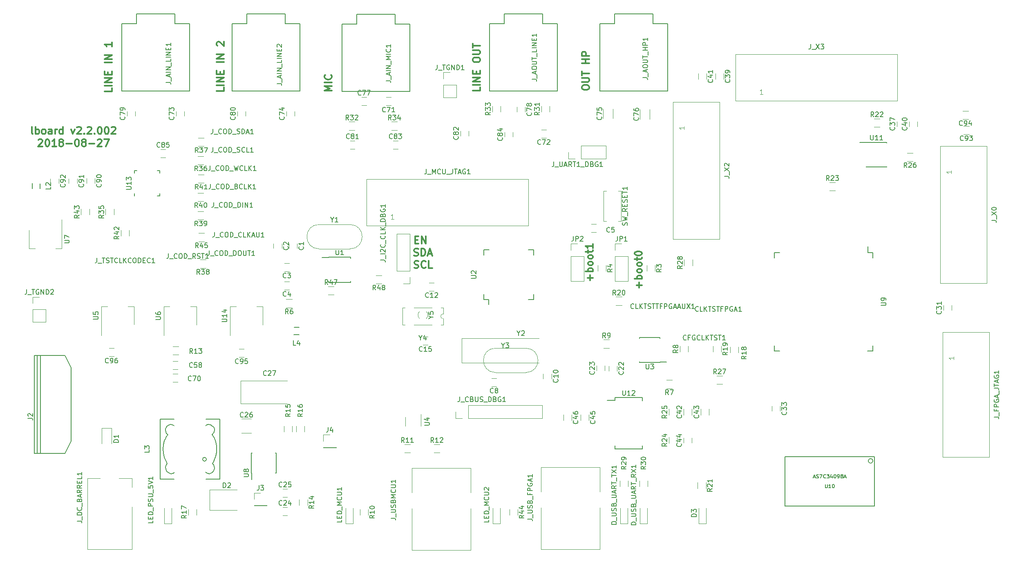
<source format=gbr>
G04 #@! TF.FileFunction,Legend,Top*
%FSLAX46Y46*%
G04 Gerber Fmt 4.6, Leading zero omitted, Abs format (unit mm)*
G04 Created by KiCad (PCBNEW 4.0.7-e2-6376~58~ubuntu16.04.1) date Mon Aug 27 15:24:17 2018*
%MOMM*%
%LPD*%
G01*
G04 APERTURE LIST*
%ADD10C,0.100000*%
%ADD11C,0.300000*%
%ADD12C,0.150000*%
%ADD13C,0.120000*%
%ADD14C,0.127000*%
%ADD15C,0.149860*%
G04 APERTURE END LIST*
D10*
D11*
X145966571Y-61221429D02*
X145966571Y-61935715D01*
X144466571Y-61935715D01*
X145966571Y-60721429D02*
X144466571Y-60721429D01*
X145966571Y-60007143D02*
X144466571Y-60007143D01*
X145966571Y-59150000D01*
X144466571Y-59150000D01*
X145180857Y-58435714D02*
X145180857Y-57935714D01*
X145966571Y-57721428D02*
X145966571Y-58435714D01*
X144466571Y-58435714D01*
X144466571Y-57721428D01*
X144466571Y-55650000D02*
X144466571Y-55364286D01*
X144538000Y-55221428D01*
X144680857Y-55078571D01*
X144966571Y-55007143D01*
X145466571Y-55007143D01*
X145752286Y-55078571D01*
X145895143Y-55221428D01*
X145966571Y-55364286D01*
X145966571Y-55650000D01*
X145895143Y-55792857D01*
X145752286Y-55935714D01*
X145466571Y-56007143D01*
X144966571Y-56007143D01*
X144680857Y-55935714D01*
X144538000Y-55792857D01*
X144466571Y-55650000D01*
X144466571Y-54364285D02*
X145680857Y-54364285D01*
X145823714Y-54292857D01*
X145895143Y-54221428D01*
X145966571Y-54078571D01*
X145966571Y-53792857D01*
X145895143Y-53649999D01*
X145823714Y-53578571D01*
X145680857Y-53507142D01*
X144466571Y-53507142D01*
X144466571Y-53007142D02*
X144466571Y-52149999D01*
X145966571Y-52578570D02*
X144466571Y-52578570D01*
X167072571Y-61392143D02*
X167072571Y-61106429D01*
X167144000Y-60963571D01*
X167286857Y-60820714D01*
X167572571Y-60749286D01*
X168072571Y-60749286D01*
X168358286Y-60820714D01*
X168501143Y-60963571D01*
X168572571Y-61106429D01*
X168572571Y-61392143D01*
X168501143Y-61535000D01*
X168358286Y-61677857D01*
X168072571Y-61749286D01*
X167572571Y-61749286D01*
X167286857Y-61677857D01*
X167144000Y-61535000D01*
X167072571Y-61392143D01*
X167072571Y-60106428D02*
X168286857Y-60106428D01*
X168429714Y-60035000D01*
X168501143Y-59963571D01*
X168572571Y-59820714D01*
X168572571Y-59535000D01*
X168501143Y-59392142D01*
X168429714Y-59320714D01*
X168286857Y-59249285D01*
X167072571Y-59249285D01*
X167072571Y-58749285D02*
X167072571Y-57892142D01*
X168572571Y-58320713D02*
X167072571Y-58320713D01*
X168572571Y-56249285D02*
X167072571Y-56249285D01*
X167786857Y-56249285D02*
X167786857Y-55392142D01*
X168572571Y-55392142D02*
X167072571Y-55392142D01*
X168572571Y-54677856D02*
X167072571Y-54677856D01*
X167072571Y-54106428D01*
X167144000Y-53963570D01*
X167215429Y-53892142D01*
X167358286Y-53820713D01*
X167572571Y-53820713D01*
X167715429Y-53892142D01*
X167786857Y-53963570D01*
X167858286Y-54106428D01*
X167858286Y-54677856D01*
X115232571Y-61932143D02*
X113732571Y-61932143D01*
X114804000Y-61432143D01*
X113732571Y-60932143D01*
X115232571Y-60932143D01*
X115232571Y-60217857D02*
X113732571Y-60217857D01*
X115089714Y-58646428D02*
X115161143Y-58717857D01*
X115232571Y-58932143D01*
X115232571Y-59075000D01*
X115161143Y-59289285D01*
X115018286Y-59432143D01*
X114875429Y-59503571D01*
X114589714Y-59575000D01*
X114375429Y-59575000D01*
X114089714Y-59503571D01*
X113946857Y-59432143D01*
X113804000Y-59289285D01*
X113732571Y-59075000D01*
X113732571Y-58932143D01*
X113804000Y-58717857D01*
X113875429Y-58646428D01*
X92880571Y-61253143D02*
X92880571Y-61967429D01*
X91380571Y-61967429D01*
X92880571Y-60753143D02*
X91380571Y-60753143D01*
X92880571Y-60038857D02*
X91380571Y-60038857D01*
X92880571Y-59181714D01*
X91380571Y-59181714D01*
X92094857Y-58467428D02*
X92094857Y-57967428D01*
X92880571Y-57753142D02*
X92880571Y-58467428D01*
X91380571Y-58467428D01*
X91380571Y-57753142D01*
X92880571Y-55967428D02*
X91380571Y-55967428D01*
X92880571Y-55253142D02*
X91380571Y-55253142D01*
X92880571Y-54395999D01*
X91380571Y-54395999D01*
X91523429Y-52610285D02*
X91452000Y-52538856D01*
X91380571Y-52395999D01*
X91380571Y-52038856D01*
X91452000Y-51895999D01*
X91523429Y-51824570D01*
X91666286Y-51753142D01*
X91809143Y-51753142D01*
X92023429Y-51824570D01*
X92880571Y-52681713D01*
X92880571Y-51753142D01*
X69639571Y-61380143D02*
X69639571Y-62094429D01*
X68139571Y-62094429D01*
X69639571Y-60880143D02*
X68139571Y-60880143D01*
X69639571Y-60165857D02*
X68139571Y-60165857D01*
X69639571Y-59308714D01*
X68139571Y-59308714D01*
X68853857Y-58594428D02*
X68853857Y-58094428D01*
X69639571Y-57880142D02*
X69639571Y-58594428D01*
X68139571Y-58594428D01*
X68139571Y-57880142D01*
X69639571Y-56094428D02*
X68139571Y-56094428D01*
X69639571Y-55380142D02*
X68139571Y-55380142D01*
X69639571Y-54522999D01*
X68139571Y-54522999D01*
X69639571Y-51880142D02*
X69639571Y-52737285D01*
X69639571Y-52308713D02*
X68139571Y-52308713D01*
X68353857Y-52451570D01*
X68496714Y-52594428D01*
X68568143Y-52737285D01*
X53293430Y-70904571D02*
X53150572Y-70833143D01*
X53079144Y-70690286D01*
X53079144Y-69404571D01*
X53864858Y-70904571D02*
X53864858Y-69404571D01*
X53864858Y-69976000D02*
X54007715Y-69904571D01*
X54293429Y-69904571D01*
X54436286Y-69976000D01*
X54507715Y-70047429D01*
X54579144Y-70190286D01*
X54579144Y-70618857D01*
X54507715Y-70761714D01*
X54436286Y-70833143D01*
X54293429Y-70904571D01*
X54007715Y-70904571D01*
X53864858Y-70833143D01*
X55436287Y-70904571D02*
X55293429Y-70833143D01*
X55222001Y-70761714D01*
X55150572Y-70618857D01*
X55150572Y-70190286D01*
X55222001Y-70047429D01*
X55293429Y-69976000D01*
X55436287Y-69904571D01*
X55650572Y-69904571D01*
X55793429Y-69976000D01*
X55864858Y-70047429D01*
X55936287Y-70190286D01*
X55936287Y-70618857D01*
X55864858Y-70761714D01*
X55793429Y-70833143D01*
X55650572Y-70904571D01*
X55436287Y-70904571D01*
X57222001Y-70904571D02*
X57222001Y-70118857D01*
X57150572Y-69976000D01*
X57007715Y-69904571D01*
X56722001Y-69904571D01*
X56579144Y-69976000D01*
X57222001Y-70833143D02*
X57079144Y-70904571D01*
X56722001Y-70904571D01*
X56579144Y-70833143D01*
X56507715Y-70690286D01*
X56507715Y-70547429D01*
X56579144Y-70404571D01*
X56722001Y-70333143D01*
X57079144Y-70333143D01*
X57222001Y-70261714D01*
X57936287Y-70904571D02*
X57936287Y-69904571D01*
X57936287Y-70190286D02*
X58007715Y-70047429D01*
X58079144Y-69976000D01*
X58222001Y-69904571D01*
X58364858Y-69904571D01*
X59507715Y-70904571D02*
X59507715Y-69404571D01*
X59507715Y-70833143D02*
X59364858Y-70904571D01*
X59079144Y-70904571D01*
X58936286Y-70833143D01*
X58864858Y-70761714D01*
X58793429Y-70618857D01*
X58793429Y-70190286D01*
X58864858Y-70047429D01*
X58936286Y-69976000D01*
X59079144Y-69904571D01*
X59364858Y-69904571D01*
X59507715Y-69976000D01*
X61222001Y-69904571D02*
X61579144Y-70904571D01*
X61936286Y-69904571D01*
X62436286Y-69547429D02*
X62507715Y-69476000D01*
X62650572Y-69404571D01*
X63007715Y-69404571D01*
X63150572Y-69476000D01*
X63222001Y-69547429D01*
X63293429Y-69690286D01*
X63293429Y-69833143D01*
X63222001Y-70047429D01*
X62364858Y-70904571D01*
X63293429Y-70904571D01*
X63936286Y-70761714D02*
X64007714Y-70833143D01*
X63936286Y-70904571D01*
X63864857Y-70833143D01*
X63936286Y-70761714D01*
X63936286Y-70904571D01*
X64579143Y-69547429D02*
X64650572Y-69476000D01*
X64793429Y-69404571D01*
X65150572Y-69404571D01*
X65293429Y-69476000D01*
X65364858Y-69547429D01*
X65436286Y-69690286D01*
X65436286Y-69833143D01*
X65364858Y-70047429D01*
X64507715Y-70904571D01*
X65436286Y-70904571D01*
X66079143Y-70761714D02*
X66150571Y-70833143D01*
X66079143Y-70904571D01*
X66007714Y-70833143D01*
X66079143Y-70761714D01*
X66079143Y-70904571D01*
X67079143Y-69404571D02*
X67222000Y-69404571D01*
X67364857Y-69476000D01*
X67436286Y-69547429D01*
X67507715Y-69690286D01*
X67579143Y-69976000D01*
X67579143Y-70333143D01*
X67507715Y-70618857D01*
X67436286Y-70761714D01*
X67364857Y-70833143D01*
X67222000Y-70904571D01*
X67079143Y-70904571D01*
X66936286Y-70833143D01*
X66864857Y-70761714D01*
X66793429Y-70618857D01*
X66722000Y-70333143D01*
X66722000Y-69976000D01*
X66793429Y-69690286D01*
X66864857Y-69547429D01*
X66936286Y-69476000D01*
X67079143Y-69404571D01*
X68507714Y-69404571D02*
X68650571Y-69404571D01*
X68793428Y-69476000D01*
X68864857Y-69547429D01*
X68936286Y-69690286D01*
X69007714Y-69976000D01*
X69007714Y-70333143D01*
X68936286Y-70618857D01*
X68864857Y-70761714D01*
X68793428Y-70833143D01*
X68650571Y-70904571D01*
X68507714Y-70904571D01*
X68364857Y-70833143D01*
X68293428Y-70761714D01*
X68222000Y-70618857D01*
X68150571Y-70333143D01*
X68150571Y-69976000D01*
X68222000Y-69690286D01*
X68293428Y-69547429D01*
X68364857Y-69476000D01*
X68507714Y-69404571D01*
X69579142Y-69547429D02*
X69650571Y-69476000D01*
X69793428Y-69404571D01*
X70150571Y-69404571D01*
X70293428Y-69476000D01*
X70364857Y-69547429D01*
X70436285Y-69690286D01*
X70436285Y-69833143D01*
X70364857Y-70047429D01*
X69507714Y-70904571D01*
X70436285Y-70904571D01*
X54436287Y-72097429D02*
X54507716Y-72026000D01*
X54650573Y-71954571D01*
X55007716Y-71954571D01*
X55150573Y-72026000D01*
X55222002Y-72097429D01*
X55293430Y-72240286D01*
X55293430Y-72383143D01*
X55222002Y-72597429D01*
X54364859Y-73454571D01*
X55293430Y-73454571D01*
X56222001Y-71954571D02*
X56364858Y-71954571D01*
X56507715Y-72026000D01*
X56579144Y-72097429D01*
X56650573Y-72240286D01*
X56722001Y-72526000D01*
X56722001Y-72883143D01*
X56650573Y-73168857D01*
X56579144Y-73311714D01*
X56507715Y-73383143D01*
X56364858Y-73454571D01*
X56222001Y-73454571D01*
X56079144Y-73383143D01*
X56007715Y-73311714D01*
X55936287Y-73168857D01*
X55864858Y-72883143D01*
X55864858Y-72526000D01*
X55936287Y-72240286D01*
X56007715Y-72097429D01*
X56079144Y-72026000D01*
X56222001Y-71954571D01*
X58150572Y-73454571D02*
X57293429Y-73454571D01*
X57722001Y-73454571D02*
X57722001Y-71954571D01*
X57579144Y-72168857D01*
X57436286Y-72311714D01*
X57293429Y-72383143D01*
X59007715Y-72597429D02*
X58864857Y-72526000D01*
X58793429Y-72454571D01*
X58722000Y-72311714D01*
X58722000Y-72240286D01*
X58793429Y-72097429D01*
X58864857Y-72026000D01*
X59007715Y-71954571D01*
X59293429Y-71954571D01*
X59436286Y-72026000D01*
X59507715Y-72097429D01*
X59579143Y-72240286D01*
X59579143Y-72311714D01*
X59507715Y-72454571D01*
X59436286Y-72526000D01*
X59293429Y-72597429D01*
X59007715Y-72597429D01*
X58864857Y-72668857D01*
X58793429Y-72740286D01*
X58722000Y-72883143D01*
X58722000Y-73168857D01*
X58793429Y-73311714D01*
X58864857Y-73383143D01*
X59007715Y-73454571D01*
X59293429Y-73454571D01*
X59436286Y-73383143D01*
X59507715Y-73311714D01*
X59579143Y-73168857D01*
X59579143Y-72883143D01*
X59507715Y-72740286D01*
X59436286Y-72668857D01*
X59293429Y-72597429D01*
X60222000Y-72883143D02*
X61364857Y-72883143D01*
X62364857Y-71954571D02*
X62507714Y-71954571D01*
X62650571Y-72026000D01*
X62722000Y-72097429D01*
X62793429Y-72240286D01*
X62864857Y-72526000D01*
X62864857Y-72883143D01*
X62793429Y-73168857D01*
X62722000Y-73311714D01*
X62650571Y-73383143D01*
X62507714Y-73454571D01*
X62364857Y-73454571D01*
X62222000Y-73383143D01*
X62150571Y-73311714D01*
X62079143Y-73168857D01*
X62007714Y-72883143D01*
X62007714Y-72526000D01*
X62079143Y-72240286D01*
X62150571Y-72097429D01*
X62222000Y-72026000D01*
X62364857Y-71954571D01*
X63722000Y-72597429D02*
X63579142Y-72526000D01*
X63507714Y-72454571D01*
X63436285Y-72311714D01*
X63436285Y-72240286D01*
X63507714Y-72097429D01*
X63579142Y-72026000D01*
X63722000Y-71954571D01*
X64007714Y-71954571D01*
X64150571Y-72026000D01*
X64222000Y-72097429D01*
X64293428Y-72240286D01*
X64293428Y-72311714D01*
X64222000Y-72454571D01*
X64150571Y-72526000D01*
X64007714Y-72597429D01*
X63722000Y-72597429D01*
X63579142Y-72668857D01*
X63507714Y-72740286D01*
X63436285Y-72883143D01*
X63436285Y-73168857D01*
X63507714Y-73311714D01*
X63579142Y-73383143D01*
X63722000Y-73454571D01*
X64007714Y-73454571D01*
X64150571Y-73383143D01*
X64222000Y-73311714D01*
X64293428Y-73168857D01*
X64293428Y-72883143D01*
X64222000Y-72740286D01*
X64150571Y-72668857D01*
X64007714Y-72597429D01*
X64936285Y-72883143D02*
X66079142Y-72883143D01*
X66721999Y-72097429D02*
X66793428Y-72026000D01*
X66936285Y-71954571D01*
X67293428Y-71954571D01*
X67436285Y-72026000D01*
X67507714Y-72097429D01*
X67579142Y-72240286D01*
X67579142Y-72383143D01*
X67507714Y-72597429D01*
X66650571Y-73454571D01*
X67579142Y-73454571D01*
X68079142Y-71954571D02*
X69079142Y-71954571D01*
X68436285Y-73454571D01*
X178923143Y-102810000D02*
X178923143Y-101667143D01*
X179494571Y-102238572D02*
X178351714Y-102238572D01*
X179494571Y-100952857D02*
X177994571Y-100952857D01*
X178566000Y-100952857D02*
X178494571Y-100810000D01*
X178494571Y-100524286D01*
X178566000Y-100381429D01*
X178637429Y-100310000D01*
X178780286Y-100238571D01*
X179208857Y-100238571D01*
X179351714Y-100310000D01*
X179423143Y-100381429D01*
X179494571Y-100524286D01*
X179494571Y-100810000D01*
X179423143Y-100952857D01*
X179494571Y-99381428D02*
X179423143Y-99524286D01*
X179351714Y-99595714D01*
X179208857Y-99667143D01*
X178780286Y-99667143D01*
X178637429Y-99595714D01*
X178566000Y-99524286D01*
X178494571Y-99381428D01*
X178494571Y-99167143D01*
X178566000Y-99024286D01*
X178637429Y-98952857D01*
X178780286Y-98881428D01*
X179208857Y-98881428D01*
X179351714Y-98952857D01*
X179423143Y-99024286D01*
X179494571Y-99167143D01*
X179494571Y-99381428D01*
X179494571Y-98024285D02*
X179423143Y-98167143D01*
X179351714Y-98238571D01*
X179208857Y-98310000D01*
X178780286Y-98310000D01*
X178637429Y-98238571D01*
X178566000Y-98167143D01*
X178494571Y-98024285D01*
X178494571Y-97810000D01*
X178566000Y-97667143D01*
X178637429Y-97595714D01*
X178780286Y-97524285D01*
X179208857Y-97524285D01*
X179351714Y-97595714D01*
X179423143Y-97667143D01*
X179494571Y-97810000D01*
X179494571Y-98024285D01*
X178494571Y-97095714D02*
X178494571Y-96524285D01*
X177994571Y-96881428D02*
X179280286Y-96881428D01*
X179423143Y-96810000D01*
X179494571Y-96667142D01*
X179494571Y-96524285D01*
X177994571Y-95738571D02*
X177994571Y-95595714D01*
X178066000Y-95452857D01*
X178137429Y-95381428D01*
X178280286Y-95309999D01*
X178566000Y-95238571D01*
X178923143Y-95238571D01*
X179208857Y-95309999D01*
X179351714Y-95381428D01*
X179423143Y-95452857D01*
X179494571Y-95595714D01*
X179494571Y-95738571D01*
X179423143Y-95881428D01*
X179351714Y-95952857D01*
X179208857Y-96024285D01*
X178923143Y-96095714D01*
X178566000Y-96095714D01*
X178280286Y-96024285D01*
X178137429Y-95952857D01*
X178066000Y-95881428D01*
X177994571Y-95738571D01*
X132290572Y-96111143D02*
X132504858Y-96182571D01*
X132862001Y-96182571D01*
X133004858Y-96111143D01*
X133076287Y-96039714D01*
X133147715Y-95896857D01*
X133147715Y-95754000D01*
X133076287Y-95611143D01*
X133004858Y-95539714D01*
X132862001Y-95468286D01*
X132576287Y-95396857D01*
X132433429Y-95325429D01*
X132362001Y-95254000D01*
X132290572Y-95111143D01*
X132290572Y-94968286D01*
X132362001Y-94825429D01*
X132433429Y-94754000D01*
X132576287Y-94682571D01*
X132933429Y-94682571D01*
X133147715Y-94754000D01*
X133790572Y-96182571D02*
X133790572Y-94682571D01*
X134147715Y-94682571D01*
X134362000Y-94754000D01*
X134504858Y-94896857D01*
X134576286Y-95039714D01*
X134647715Y-95325429D01*
X134647715Y-95539714D01*
X134576286Y-95825429D01*
X134504858Y-95968286D01*
X134362000Y-96111143D01*
X134147715Y-96182571D01*
X133790572Y-96182571D01*
X135219143Y-95754000D02*
X135933429Y-95754000D01*
X135076286Y-96182571D02*
X135576286Y-94682571D01*
X136076286Y-96182571D01*
X132496857Y-92856857D02*
X132996857Y-92856857D01*
X133211143Y-93642571D02*
X132496857Y-93642571D01*
X132496857Y-92142571D01*
X133211143Y-92142571D01*
X133854000Y-93642571D02*
X133854000Y-92142571D01*
X134711143Y-93642571D01*
X134711143Y-92142571D01*
X132326286Y-98651143D02*
X132540572Y-98722571D01*
X132897715Y-98722571D01*
X133040572Y-98651143D01*
X133112001Y-98579714D01*
X133183429Y-98436857D01*
X133183429Y-98294000D01*
X133112001Y-98151143D01*
X133040572Y-98079714D01*
X132897715Y-98008286D01*
X132612001Y-97936857D01*
X132469143Y-97865429D01*
X132397715Y-97794000D01*
X132326286Y-97651143D01*
X132326286Y-97508286D01*
X132397715Y-97365429D01*
X132469143Y-97294000D01*
X132612001Y-97222571D01*
X132969143Y-97222571D01*
X133183429Y-97294000D01*
X134683429Y-98579714D02*
X134612000Y-98651143D01*
X134397714Y-98722571D01*
X134254857Y-98722571D01*
X134040572Y-98651143D01*
X133897714Y-98508286D01*
X133826286Y-98365429D01*
X133754857Y-98079714D01*
X133754857Y-97865429D01*
X133826286Y-97579714D01*
X133897714Y-97436857D01*
X134040572Y-97294000D01*
X134254857Y-97222571D01*
X134397714Y-97222571D01*
X134612000Y-97294000D01*
X134683429Y-97365429D01*
X136040572Y-98722571D02*
X135326286Y-98722571D01*
X135326286Y-97222571D01*
X168763143Y-101286000D02*
X168763143Y-100143143D01*
X169334571Y-100714572D02*
X168191714Y-100714572D01*
X169334571Y-99428857D02*
X167834571Y-99428857D01*
X168406000Y-99428857D02*
X168334571Y-99286000D01*
X168334571Y-99000286D01*
X168406000Y-98857429D01*
X168477429Y-98786000D01*
X168620286Y-98714571D01*
X169048857Y-98714571D01*
X169191714Y-98786000D01*
X169263143Y-98857429D01*
X169334571Y-99000286D01*
X169334571Y-99286000D01*
X169263143Y-99428857D01*
X169334571Y-97857428D02*
X169263143Y-98000286D01*
X169191714Y-98071714D01*
X169048857Y-98143143D01*
X168620286Y-98143143D01*
X168477429Y-98071714D01*
X168406000Y-98000286D01*
X168334571Y-97857428D01*
X168334571Y-97643143D01*
X168406000Y-97500286D01*
X168477429Y-97428857D01*
X168620286Y-97357428D01*
X169048857Y-97357428D01*
X169191714Y-97428857D01*
X169263143Y-97500286D01*
X169334571Y-97643143D01*
X169334571Y-97857428D01*
X169334571Y-96500285D02*
X169263143Y-96643143D01*
X169191714Y-96714571D01*
X169048857Y-96786000D01*
X168620286Y-96786000D01*
X168477429Y-96714571D01*
X168406000Y-96643143D01*
X168334571Y-96500285D01*
X168334571Y-96286000D01*
X168406000Y-96143143D01*
X168477429Y-96071714D01*
X168620286Y-96000285D01*
X169048857Y-96000285D01*
X169191714Y-96071714D01*
X169263143Y-96143143D01*
X169334571Y-96286000D01*
X169334571Y-96500285D01*
X168334571Y-95571714D02*
X168334571Y-95000285D01*
X167834571Y-95357428D02*
X169120286Y-95357428D01*
X169263143Y-95286000D01*
X169334571Y-95143142D01*
X169334571Y-95000285D01*
X169334571Y-93714571D02*
X169334571Y-94571714D01*
X169334571Y-94143142D02*
X167834571Y-94143142D01*
X168048857Y-94285999D01*
X168191714Y-94428857D01*
X168263143Y-94571714D01*
D12*
X173865000Y-125578000D02*
X173865000Y-126153000D01*
X179615000Y-125578000D02*
X179615000Y-126228000D01*
X179615000Y-136228000D02*
X179615000Y-135578000D01*
X173865000Y-136228000D02*
X173865000Y-135578000D01*
X173865000Y-125578000D02*
X179615000Y-125578000D01*
X173865000Y-136228000D02*
X179615000Y-136228000D01*
X173865000Y-126153000D02*
X172265000Y-126153000D01*
D13*
X96377000Y-122060000D02*
X105977000Y-122060000D01*
X96377000Y-126860000D02*
X105977000Y-126860000D01*
X96377000Y-122060000D02*
X96377000Y-126860000D01*
X198886000Y-54382000D02*
X232406000Y-54382000D01*
X232406000Y-54382000D02*
X232406000Y-63982000D01*
X232406000Y-63982000D02*
X198886000Y-63982000D01*
X198886000Y-63982000D02*
X198886000Y-54382000D01*
X195554000Y-64266000D02*
X195554000Y-92706000D01*
X195554000Y-92706000D02*
X185954000Y-92706000D01*
X185954000Y-92706000D02*
X185954000Y-64266000D01*
X185954000Y-64266000D02*
X195554000Y-64266000D01*
X164786000Y-101406000D02*
X167446000Y-101406000D01*
X164786000Y-96266000D02*
X164786000Y-101406000D01*
X167446000Y-96266000D02*
X167446000Y-101406000D01*
X164786000Y-96266000D02*
X167446000Y-96266000D01*
X164786000Y-94996000D02*
X164786000Y-93666000D01*
X164786000Y-93666000D02*
X166116000Y-93666000D01*
D12*
X146717000Y-105251000D02*
X147717000Y-105251000D01*
X146717000Y-94901000D02*
X147792000Y-94901000D01*
X157067000Y-94901000D02*
X155992000Y-94901000D01*
X157067000Y-105251000D02*
X155992000Y-105251000D01*
X146717000Y-105251000D02*
X146717000Y-104176000D01*
X157067000Y-105251000D02*
X157067000Y-104176000D01*
X157067000Y-94901000D02*
X157067000Y-95976000D01*
X146717000Y-94901000D02*
X146717000Y-95976000D01*
X147717000Y-105251000D02*
X147717000Y-106276000D01*
D13*
X173930000Y-101406000D02*
X176590000Y-101406000D01*
X173930000Y-96266000D02*
X173930000Y-101406000D01*
X176590000Y-96266000D02*
X176590000Y-101406000D01*
X173930000Y-96266000D02*
X176590000Y-96266000D01*
X173930000Y-94996000D02*
X173930000Y-93666000D01*
X173930000Y-93666000D02*
X175260000Y-93666000D01*
X130382000Y-110512000D02*
X129912000Y-110512000D01*
X129912000Y-110512000D02*
X129912000Y-106912000D01*
X129912000Y-106912000D02*
X130382000Y-106912000D01*
X136012000Y-110512000D02*
X132212000Y-110512000D01*
X138312000Y-109212000D02*
X138312000Y-110512000D01*
X138312000Y-106912000D02*
X138312000Y-108212000D01*
X138312000Y-110512000D02*
X137842000Y-110512000D01*
X138312000Y-106912000D02*
X137842000Y-106912000D01*
X132212000Y-106912000D02*
X136012000Y-106912000D01*
X138312000Y-108212000D02*
G75*
G03X138312000Y-109212000I0J-500000D01*
G01*
X134120000Y-114642000D02*
X135120000Y-114642000D01*
X135120000Y-112942000D02*
X134120000Y-112942000D01*
X135410000Y-103466000D02*
X136410000Y-103466000D01*
X136410000Y-101766000D02*
X135410000Y-101766000D01*
X131378000Y-91634000D02*
X128718000Y-91634000D01*
X131378000Y-99314000D02*
X131378000Y-91634000D01*
X128718000Y-99314000D02*
X128718000Y-91634000D01*
X131378000Y-99314000D02*
X128718000Y-99314000D01*
X131378000Y-100584000D02*
X131378000Y-101914000D01*
X131378000Y-101914000D02*
X130048000Y-101914000D01*
X134812652Y-109195390D02*
G75*
G03X134812000Y-107696000I-700652J749390D01*
G01*
X133411348Y-109195390D02*
G75*
G02X133412000Y-107696000I700652J749390D01*
G01*
X175205000Y-88952000D02*
X174555000Y-88952000D01*
X171505000Y-88952000D02*
X172155000Y-88952000D01*
X172155000Y-82752000D02*
X171505000Y-82752000D01*
X175205000Y-82752000D02*
X174555000Y-82752000D01*
X175205000Y-88952000D02*
X175205000Y-82752000D01*
X171505000Y-82752000D02*
X171505000Y-88952000D01*
X169025000Y-91274000D02*
X170025000Y-91274000D01*
X170025000Y-89574000D02*
X169025000Y-89574000D01*
X148344000Y-123278000D02*
X149344000Y-123278000D01*
X149344000Y-121578000D02*
X148344000Y-121578000D01*
X122432000Y-80290000D02*
X155952000Y-80290000D01*
X155952000Y-80290000D02*
X155952000Y-89890000D01*
X155952000Y-89890000D02*
X122432000Y-89890000D01*
X122432000Y-89890000D02*
X122432000Y-80290000D01*
X131490000Y-137024000D02*
X130290000Y-137024000D01*
X130290000Y-135264000D02*
X131490000Y-135264000D01*
X131822000Y-148622000D02*
X131822000Y-157262000D01*
X131822000Y-140242000D02*
X131822000Y-145322000D01*
X144022000Y-148622000D02*
X144022000Y-157262000D01*
X144022000Y-140242000D02*
X144022000Y-145322000D01*
X144022000Y-157262000D02*
X131822000Y-157262000D01*
X131822000Y-140242000D02*
X144022000Y-140242000D01*
X137586000Y-137024000D02*
X136386000Y-137024000D01*
X136386000Y-135264000D02*
X137586000Y-135264000D01*
X130470000Y-129656000D02*
X130470000Y-131456000D01*
X133690000Y-131456000D02*
X133690000Y-129006000D01*
X158141500Y-113274000D02*
X142166500Y-113274000D01*
X142166500Y-113274000D02*
X142166500Y-118374000D01*
X142166500Y-118374000D02*
X158141500Y-118374000D01*
X160743000Y-121638000D02*
X160743000Y-120638000D01*
X159043000Y-120638000D02*
X159043000Y-121638000D01*
X158810000Y-129854000D02*
X158810000Y-127194000D01*
X143510000Y-129854000D02*
X158810000Y-129854000D01*
X143510000Y-127194000D02*
X158810000Y-127194000D01*
X143510000Y-129854000D02*
X143510000Y-127194000D01*
X142240000Y-129854000D02*
X140910000Y-129854000D01*
X140910000Y-129854000D02*
X140910000Y-128524000D01*
X172018000Y-76006000D02*
X172018000Y-73346000D01*
X166878000Y-76006000D02*
X172018000Y-76006000D01*
X166878000Y-73346000D02*
X172018000Y-73346000D01*
X166878000Y-76006000D02*
X166878000Y-73346000D01*
X165608000Y-76006000D02*
X164278000Y-76006000D01*
X164278000Y-76006000D02*
X164278000Y-74676000D01*
X152028000Y-149952000D02*
X152028000Y-148752000D01*
X153788000Y-148752000D02*
X153788000Y-149952000D01*
X176648000Y-142830000D02*
X176648000Y-144030000D01*
X174888000Y-144030000D02*
X174888000Y-142830000D01*
X149175000Y-115331000D02*
X155425000Y-115331000D01*
X149175000Y-120381000D02*
X155425000Y-120381000D01*
X149175000Y-120381000D02*
G75*
G02X149175000Y-115331000I0J2525000D01*
G01*
X155425000Y-120381000D02*
G75*
G03X155425000Y-115331000I0J2525000D01*
G01*
X251434000Y-112018000D02*
X251434000Y-137918000D01*
X251434000Y-137918000D02*
X241834000Y-137918000D01*
X241834000Y-137918000D02*
X241834000Y-112018000D01*
X241834000Y-112018000D02*
X251434000Y-112018000D01*
D14*
X227696000Y-148059002D02*
X209096000Y-148059002D01*
X209096000Y-148059002D02*
X209096000Y-137859002D01*
X209096000Y-137859002D02*
X227696000Y-137859002D01*
X227696000Y-137859002D02*
X227696000Y-148059002D01*
X227344867Y-138714402D02*
G75*
G03X227344867Y-138714402I-472467J0D01*
G01*
D13*
X170092000Y-118987000D02*
X170092000Y-119987000D01*
X171792000Y-119987000D02*
X171792000Y-118987000D01*
X166760000Y-130314000D02*
X166760000Y-129114000D01*
X168520000Y-129114000D02*
X168520000Y-130314000D01*
X172732000Y-115307000D02*
X171532000Y-115307000D01*
X171532000Y-113547000D02*
X172732000Y-113547000D01*
X174332000Y-120027000D02*
X174332000Y-119027000D01*
X172632000Y-119027000D02*
X172632000Y-120027000D01*
X163204000Y-130314000D02*
X163204000Y-129114000D01*
X164964000Y-129114000D02*
X164964000Y-130314000D01*
X178952000Y-144030000D02*
X178952000Y-142830000D01*
X180712000Y-142830000D02*
X180712000Y-144030000D01*
X180582000Y-148526000D02*
X180582000Y-151726000D01*
X179082000Y-151726000D02*
X179082000Y-148526000D01*
X179082000Y-151726000D02*
X180582000Y-151726000D01*
X158588000Y-148462000D02*
X158588000Y-157102000D01*
X158588000Y-140082000D02*
X158588000Y-145162000D01*
X170788000Y-148462000D02*
X170788000Y-157102000D01*
X170788000Y-140082000D02*
X170788000Y-145162000D01*
X170788000Y-157102000D02*
X158588000Y-157102000D01*
X158588000Y-140082000D02*
X170788000Y-140082000D01*
X150102000Y-148526000D02*
X150102000Y-151726000D01*
X148602000Y-151726000D02*
X148602000Y-148526000D01*
X148602000Y-151726000D02*
X150102000Y-151726000D01*
X176518000Y-148526000D02*
X176518000Y-151726000D01*
X175018000Y-151726000D02*
X175018000Y-148526000D01*
X175018000Y-151726000D02*
X176518000Y-151726000D01*
X199508000Y-115050000D02*
X199508000Y-116250000D01*
X197748000Y-116250000D02*
X197748000Y-115050000D01*
X189094000Y-114890000D02*
X189094000Y-116090000D01*
X187334000Y-116090000D02*
X187334000Y-114890000D01*
X194192000Y-116090000D02*
X194192000Y-114890000D01*
X195952000Y-114890000D02*
X195952000Y-116090000D01*
D12*
X183177000Y-118272000D02*
X183177000Y-118222000D01*
X179027000Y-118272000D02*
X179027000Y-118127000D01*
X179027000Y-113122000D02*
X179027000Y-113267000D01*
X183177000Y-113122000D02*
X183177000Y-113267000D01*
X183177000Y-118272000D02*
X179027000Y-118272000D01*
X183177000Y-113122000D02*
X179027000Y-113122000D01*
X183177000Y-118222000D02*
X184577000Y-118222000D01*
D13*
X186808000Y-127971000D02*
X186808000Y-129171000D01*
X185048000Y-129171000D02*
X185048000Y-127971000D01*
X189856000Y-127971000D02*
X189856000Y-129171000D01*
X188096000Y-129171000D02*
X188096000Y-127971000D01*
X193412000Y-127971000D02*
X193412000Y-129171000D01*
X191652000Y-129171000D02*
X191652000Y-127971000D01*
X184566000Y-121929000D02*
X185766000Y-121929000D01*
X185766000Y-123689000D02*
X184566000Y-123689000D01*
X196180000Y-122800000D02*
X194980000Y-122800000D01*
X194980000Y-121040000D02*
X196180000Y-121040000D01*
X208114000Y-128369000D02*
X208114000Y-127369000D01*
X206414000Y-127369000D02*
X206414000Y-128369000D01*
X191017000Y-144411000D02*
X191017000Y-143211000D01*
X192777000Y-143211000D02*
X192777000Y-144411000D01*
X188126000Y-133973000D02*
X188126000Y-134973000D01*
X189826000Y-134973000D02*
X189826000Y-133973000D01*
X192774000Y-148526000D02*
X192774000Y-151726000D01*
X191274000Y-151726000D02*
X191274000Y-148526000D01*
X191274000Y-151726000D02*
X192774000Y-151726000D01*
X186808000Y-133813000D02*
X186808000Y-135013000D01*
X185048000Y-135013000D02*
X185048000Y-133813000D01*
X151042000Y-70493000D02*
X151042000Y-71493000D01*
X152742000Y-71493000D02*
X152742000Y-70493000D01*
X141898000Y-70259000D02*
X141898000Y-71259000D01*
X143598000Y-71259000D02*
X143598000Y-70259000D01*
X160392000Y-65106000D02*
X160392000Y-66306000D01*
X158632000Y-66306000D02*
X158632000Y-65106000D01*
X138370000Y-63306000D02*
X141030000Y-63306000D01*
X138370000Y-60706000D02*
X138370000Y-63306000D01*
X141030000Y-60706000D02*
X141030000Y-63306000D01*
X138370000Y-60706000D02*
X141030000Y-60706000D01*
X138370000Y-59436000D02*
X138370000Y-58106000D01*
X138370000Y-58106000D02*
X139700000Y-58106000D01*
X155282000Y-66306000D02*
X155282000Y-65306000D01*
X153582000Y-65306000D02*
X153582000Y-66306000D01*
D12*
X161940000Y-61975000D02*
X161940000Y-60975000D01*
X147940000Y-61975000D02*
X161940000Y-61975000D01*
X147940000Y-47975000D02*
X147940000Y-61975000D01*
X150940000Y-47975000D02*
X147940000Y-47975000D01*
X150940000Y-45975000D02*
X150940000Y-47975000D01*
X158940000Y-45975000D02*
X150940000Y-45975000D01*
X158940000Y-47975000D02*
X158940000Y-45975000D01*
X161940000Y-47975000D02*
X158940000Y-47975000D01*
X161940000Y-60975000D02*
X161940000Y-47975000D01*
D13*
X150232000Y-65106000D02*
X150232000Y-66306000D01*
X148472000Y-66306000D02*
X148472000Y-65106000D01*
D12*
X184800000Y-61975000D02*
X184800000Y-60975000D01*
X170800000Y-61975000D02*
X184800000Y-61975000D01*
X170800000Y-47975000D02*
X170800000Y-61975000D01*
X173800000Y-47975000D02*
X170800000Y-47975000D01*
X173800000Y-45975000D02*
X173800000Y-47975000D01*
X181800000Y-45975000D02*
X173800000Y-45975000D01*
X181800000Y-47975000D02*
X181800000Y-45975000D01*
X184800000Y-47975000D02*
X181800000Y-47975000D01*
X184800000Y-60975000D02*
X184800000Y-47975000D01*
D13*
X158651000Y-71716000D02*
X159651000Y-71716000D01*
X159651000Y-70016000D02*
X158651000Y-70016000D01*
X171446000Y-65675000D02*
X171446000Y-67675000D01*
X173486000Y-67675000D02*
X173486000Y-65675000D01*
X179066000Y-65802000D02*
X179066000Y-67802000D01*
X181106000Y-67802000D02*
X181106000Y-65802000D01*
X180476000Y-99326000D02*
X180476000Y-98126000D01*
X182236000Y-98126000D02*
X182236000Y-99326000D01*
X170316000Y-99326000D02*
X170316000Y-98126000D01*
X172076000Y-98126000D02*
X172076000Y-99326000D01*
X119980000Y-70095000D02*
X118780000Y-70095000D01*
X118780000Y-68335000D02*
X119980000Y-68335000D01*
X126500000Y-64985000D02*
X127500000Y-64985000D01*
X127500000Y-63285000D02*
X126500000Y-63285000D01*
X122420000Y-63285000D02*
X121420000Y-63285000D01*
X121420000Y-64985000D02*
X122420000Y-64985000D01*
X120007000Y-72302000D02*
X119007000Y-72302000D01*
X119007000Y-74002000D02*
X120007000Y-74002000D01*
X128917000Y-72302000D02*
X127917000Y-72302000D01*
X127917000Y-74002000D02*
X128917000Y-74002000D01*
D12*
X131380000Y-62055000D02*
X131380000Y-61055000D01*
X117380000Y-62055000D02*
X131380000Y-62055000D01*
X117380000Y-48055000D02*
X117380000Y-62055000D01*
X120380000Y-48055000D02*
X117380000Y-48055000D01*
X120380000Y-46055000D02*
X120380000Y-48055000D01*
X128380000Y-46055000D02*
X120380000Y-46055000D01*
X128380000Y-48055000D02*
X128380000Y-46055000D01*
X131380000Y-48055000D02*
X128380000Y-48055000D01*
X131380000Y-61055000D02*
X131380000Y-48055000D01*
D13*
X128790000Y-70095000D02*
X127590000Y-70095000D01*
X127590000Y-68335000D02*
X128790000Y-68335000D01*
X175305000Y-106417000D02*
X174105000Y-106417000D01*
X174105000Y-104657000D02*
X175305000Y-104657000D01*
X189983000Y-96983000D02*
X189983000Y-98183000D01*
X188223000Y-98183000D02*
X188223000Y-96983000D01*
X219548000Y-82668000D02*
X218348000Y-82668000D01*
X218348000Y-80908000D02*
X219548000Y-80908000D01*
X194700000Y-59528000D02*
X194700000Y-58328000D01*
X196460000Y-58328000D02*
X196460000Y-59528000D01*
X191144000Y-59528000D02*
X191144000Y-58328000D01*
X192904000Y-58328000D02*
X192904000Y-59528000D01*
X228772000Y-69460000D02*
X227572000Y-69460000D01*
X227572000Y-67700000D02*
X228772000Y-67700000D01*
D12*
X226017000Y-72609000D02*
X226017000Y-72659000D01*
X230167000Y-72609000D02*
X230167000Y-72754000D01*
X230167000Y-77759000D02*
X230167000Y-77614000D01*
X226017000Y-77759000D02*
X226017000Y-77614000D01*
X226017000Y-72609000D02*
X230167000Y-72609000D01*
X226017000Y-77759000D02*
X230167000Y-77759000D01*
X226017000Y-72659000D02*
X224617000Y-72659000D01*
D13*
X241974000Y-106454000D02*
X241974000Y-107454000D01*
X243674000Y-107454000D02*
X243674000Y-106454000D01*
X250926000Y-73410000D02*
X250926000Y-101850000D01*
X250926000Y-101850000D02*
X241326000Y-101850000D01*
X241326000Y-101850000D02*
X241326000Y-73410000D01*
X241326000Y-73410000D02*
X250926000Y-73410000D01*
D12*
X227301000Y-95521000D02*
X226326000Y-95521000D01*
X227301000Y-115871000D02*
X226251000Y-115871000D01*
X206951000Y-115871000D02*
X208001000Y-115871000D01*
X206951000Y-95521000D02*
X208001000Y-95521000D01*
X227301000Y-95521000D02*
X227301000Y-96571000D01*
X206951000Y-95521000D02*
X206951000Y-96571000D01*
X206951000Y-115871000D02*
X206951000Y-114821000D01*
X227301000Y-115871000D02*
X227301000Y-114821000D01*
X226326000Y-95521000D02*
X226326000Y-94221000D01*
D13*
X245930998Y-66093001D02*
X247130998Y-66093001D01*
X247130998Y-67853001D02*
X245930998Y-67853001D01*
X232322000Y-68314000D02*
X232322000Y-69314000D01*
X234022000Y-69314000D02*
X234022000Y-68314000D01*
X234862000Y-68314000D02*
X234862000Y-69314000D01*
X236562000Y-69314000D02*
X236562000Y-68314000D01*
X246114000Y-69224000D02*
X247314000Y-69224000D01*
X247314000Y-70984000D02*
X246114000Y-70984000D01*
X234430000Y-74812000D02*
X235630000Y-74812000D01*
X235630000Y-76572000D02*
X234430000Y-76572000D01*
X106037000Y-144565000D02*
X105037000Y-144565000D01*
X105037000Y-146265000D02*
X106037000Y-146265000D01*
X98536000Y-129965000D02*
X96536000Y-129965000D01*
X96536000Y-132925000D02*
X98536000Y-132925000D01*
X109592000Y-131480000D02*
X109592000Y-132680000D01*
X107832000Y-132680000D02*
X107832000Y-131480000D01*
X89922000Y-144662000D02*
X89922000Y-148962000D01*
X89922000Y-148962000D02*
X95622000Y-148962000D01*
X89922000Y-144662000D02*
X95622000Y-144662000D01*
X99127000Y-148015000D02*
X101787000Y-148015000D01*
X99127000Y-147955000D02*
X99127000Y-148015000D01*
X101787000Y-147955000D02*
X101787000Y-148015000D01*
X99127000Y-147955000D02*
X101787000Y-147955000D01*
X99127000Y-146685000D02*
X99127000Y-145355000D01*
X99127000Y-145355000D02*
X100457000Y-145355000D01*
X113478000Y-135950000D02*
X116138000Y-135950000D01*
X113478000Y-135890000D02*
X113478000Y-135950000D01*
X116138000Y-135890000D02*
X116138000Y-135950000D01*
X113478000Y-135890000D02*
X116138000Y-135890000D01*
X113478000Y-134620000D02*
X113478000Y-133290000D01*
X113478000Y-133290000D02*
X114808000Y-133290000D01*
X105292000Y-132680000D02*
X105292000Y-131480000D01*
X107052000Y-131480000D02*
X107052000Y-132680000D01*
D12*
X98564500Y-141187500D02*
X98614500Y-141187500D01*
X98564500Y-137037500D02*
X98709500Y-137037500D01*
X103714500Y-137037500D02*
X103569500Y-137037500D01*
X103714500Y-141187500D02*
X103569500Y-141187500D01*
X98564500Y-141187500D02*
X98564500Y-137037500D01*
X103714500Y-141187500D02*
X103714500Y-137037500D01*
X98614500Y-141187500D02*
X98614500Y-142587500D01*
D13*
X87240000Y-148752000D02*
X87240000Y-149952000D01*
X85480000Y-149952000D02*
X85480000Y-148752000D01*
X82030000Y-148526000D02*
X82030000Y-151726000D01*
X80530000Y-151726000D02*
X80530000Y-148526000D01*
X80530000Y-151726000D02*
X82030000Y-151726000D01*
D12*
X89242974Y-138374120D02*
G75*
G03X89242974Y-138374120I-391234J0D01*
G01*
X89151460Y-131373880D02*
X89253060Y-131272280D01*
X89253060Y-131272280D02*
X89651840Y-131173220D01*
X89651840Y-131173220D02*
X90152220Y-131272280D01*
X90152220Y-131272280D02*
X90451940Y-131472940D01*
X90451940Y-131472940D02*
X90853260Y-131772660D01*
X90853260Y-131772660D02*
X90952320Y-132273040D01*
X90952320Y-132273040D02*
X90853260Y-132773420D01*
X90853260Y-132773420D02*
X90551000Y-133174740D01*
X90551000Y-133174740D02*
X90451940Y-133273800D01*
X90451940Y-133273800D02*
X90853260Y-133873240D01*
X90853260Y-133873240D02*
X91152980Y-134673340D01*
X91152980Y-134673340D02*
X91351100Y-135674100D01*
X91351100Y-135674100D02*
X91351100Y-136872980D01*
X91351100Y-136872980D02*
X91152980Y-137774680D01*
X91152980Y-137774680D02*
X90952320Y-138374120D01*
X90952320Y-138374120D02*
X90751660Y-138874500D01*
X90751660Y-138874500D02*
X90551000Y-139273280D01*
X90551000Y-139273280D02*
X90751660Y-139573000D01*
X90751660Y-139573000D02*
X90952320Y-140172440D01*
X90952320Y-140172440D02*
X90853260Y-140573760D01*
X90853260Y-140573760D02*
X90652600Y-140873480D01*
X90652600Y-140873480D02*
X90451940Y-141173200D01*
X90451940Y-141173200D02*
X89951560Y-141373860D01*
X89951560Y-141373860D02*
X89451180Y-141274800D01*
X89451180Y-141274800D02*
X89052400Y-141074140D01*
X82552540Y-131373880D02*
X82252820Y-131272280D01*
X82252820Y-131272280D02*
X81851500Y-131173220D01*
X81851500Y-131173220D02*
X81551780Y-131272280D01*
X81551780Y-131272280D02*
X81153000Y-131472940D01*
X81153000Y-131472940D02*
X80952340Y-131772660D01*
X80952340Y-131772660D02*
X80751680Y-132072380D01*
X80751680Y-132072380D02*
X80751680Y-132374640D01*
X80751680Y-132374640D02*
X80850740Y-132674360D01*
X80850740Y-132674360D02*
X80952340Y-132974080D01*
X80952340Y-132974080D02*
X81252060Y-133273800D01*
X81252060Y-133273800D02*
X80952340Y-133672580D01*
X80952340Y-133672580D02*
X80751680Y-134073900D01*
X80751680Y-134073900D02*
X80551020Y-134574280D01*
X80551020Y-134574280D02*
X80352900Y-135374380D01*
X80352900Y-135374380D02*
X80251300Y-136273540D01*
X80251300Y-136273540D02*
X80352900Y-137073640D01*
X80352900Y-137073640D02*
X80551020Y-137972800D01*
X80551020Y-137972800D02*
X80952340Y-138874500D01*
X80952340Y-138874500D02*
X81153000Y-139273280D01*
X81153000Y-139273280D02*
X80952340Y-139573000D01*
X80952340Y-139573000D02*
X80751680Y-139974320D01*
X80751680Y-139974320D02*
X80850740Y-140474700D01*
X80850740Y-140474700D02*
X81051400Y-140873480D01*
X81051400Y-140873480D02*
X81351120Y-141173200D01*
X81351120Y-141173200D02*
X81851500Y-141373860D01*
X81851500Y-141373860D02*
X82351880Y-141274800D01*
X82351880Y-141274800D02*
X82651600Y-141074140D01*
X89151460Y-142473680D02*
X92052140Y-142473680D01*
X92052140Y-142473680D02*
X92052140Y-130073400D01*
X92052140Y-130073400D02*
X89151460Y-130073400D01*
X79651860Y-130073400D02*
X79651860Y-142473680D01*
X79651860Y-142473680D02*
X82552540Y-142473680D01*
X79651860Y-130073400D02*
X82552540Y-130073400D01*
D13*
X69580000Y-135111000D02*
X69580000Y-131911000D01*
X67580000Y-131911000D02*
X67580000Y-135111000D01*
X67580000Y-131911000D02*
X69580000Y-131911000D01*
X73815000Y-148225000D02*
X73815000Y-157025000D01*
X73815000Y-157025000D02*
X64615000Y-157025000D01*
X71115000Y-142325000D02*
X73815000Y-142325000D01*
X73815000Y-142325000D02*
X73815000Y-144225000D01*
X64615000Y-157025000D02*
X64615000Y-142325000D01*
X64615000Y-142325000D02*
X67215000Y-142325000D01*
D12*
X54229000Y-137160000D02*
X54229000Y-116840000D01*
X53594000Y-116840000D02*
X54864000Y-116840000D01*
X53594000Y-137160000D02*
X53594000Y-116840000D01*
X54864000Y-137160000D02*
X53594000Y-137160000D01*
X59944000Y-137160000D02*
X54864000Y-137160000D01*
X61214000Y-134620000D02*
X59944000Y-137160000D01*
X61214000Y-119380000D02*
X61214000Y-134620000D01*
X59944000Y-116840000D02*
X61214000Y-119380000D01*
X54864000Y-116840000D02*
X59944000Y-116840000D01*
X54864000Y-137160000D02*
X54864000Y-116840000D01*
D13*
X106037000Y-148375000D02*
X105037000Y-148375000D01*
X105037000Y-150075000D02*
X106037000Y-150075000D01*
X121040000Y-149952000D02*
X121040000Y-148752000D01*
X122800000Y-148752000D02*
X122800000Y-149952000D01*
X119622000Y-148526000D02*
X119622000Y-151726000D01*
X118122000Y-151726000D02*
X118122000Y-148526000D01*
X118122000Y-151726000D02*
X119622000Y-151726000D01*
X108467000Y-147920000D02*
X108467000Y-146720000D01*
X110227000Y-146720000D02*
X110227000Y-147920000D01*
X82304000Y-122389000D02*
X83304000Y-122389000D01*
X83304000Y-120689000D02*
X82304000Y-120689000D01*
X82284000Y-114944000D02*
X83484000Y-114944000D01*
X83484000Y-116704000D02*
X82284000Y-116704000D01*
X82304000Y-119722000D02*
X83304000Y-119722000D01*
X83304000Y-118022000D02*
X82304000Y-118022000D01*
X69076000Y-117055000D02*
X70076000Y-117055000D01*
X70076000Y-115355000D02*
X69076000Y-115355000D01*
X87214240Y-106700000D02*
X85954240Y-106700000D01*
X80394240Y-106700000D02*
X81654240Y-106700000D01*
X87214240Y-110460000D02*
X87214240Y-106700000D01*
X80394240Y-112710000D02*
X80394240Y-106700000D01*
X52470000Y-94645000D02*
X53730000Y-94645000D01*
X59290000Y-94645000D02*
X58030000Y-94645000D01*
X52470000Y-90885000D02*
X52470000Y-94645000D01*
X59290000Y-88635000D02*
X59290000Y-94645000D01*
X53280000Y-109915000D02*
X55940000Y-109915000D01*
X53280000Y-107315000D02*
X53280000Y-109915000D01*
X55940000Y-107315000D02*
X55940000Y-109915000D01*
X53280000Y-107315000D02*
X55940000Y-107315000D01*
X53280000Y-106045000D02*
X53280000Y-104715000D01*
X53280000Y-104715000D02*
X54610000Y-104715000D01*
X74276000Y-106675000D02*
X73016000Y-106675000D01*
X67456000Y-106675000D02*
X68716000Y-106675000D01*
X74276000Y-110435000D02*
X74276000Y-106675000D01*
X67456000Y-112685000D02*
X67456000Y-106675000D01*
X96020000Y-117182000D02*
X97020000Y-117182000D01*
X97020000Y-115482000D02*
X96020000Y-115482000D01*
D12*
X108485940Y-110959900D02*
X107434380Y-110959900D01*
X107383580Y-112560100D02*
X108435140Y-112560100D01*
D13*
X105779000Y-105165000D02*
X106979000Y-105165000D01*
X106979000Y-106925000D02*
X105779000Y-106925000D01*
X100946000Y-106700000D02*
X99686000Y-106700000D01*
X94126000Y-106700000D02*
X95386000Y-106700000D01*
X100946000Y-110460000D02*
X100946000Y-106700000D01*
X94126000Y-112710000D02*
X94126000Y-106700000D01*
D12*
X114515000Y-96435000D02*
X114515000Y-96560000D01*
X119165000Y-96435000D02*
X119165000Y-96660000D01*
X119165000Y-101685000D02*
X119165000Y-101460000D01*
X114515000Y-101685000D02*
X114515000Y-101460000D01*
X114515000Y-96435000D02*
X119165000Y-96435000D01*
X114515000Y-101685000D02*
X119165000Y-101685000D01*
X114515000Y-96560000D02*
X113165000Y-96560000D01*
D13*
X108038000Y-94607000D02*
X108038000Y-93607000D01*
X106338000Y-93607000D02*
X106338000Y-94607000D01*
X104863000Y-94607000D02*
X104863000Y-93607000D01*
X103163000Y-93607000D02*
X103163000Y-94607000D01*
X105418000Y-99402000D02*
X106418000Y-99402000D01*
X106418000Y-97702000D02*
X105418000Y-97702000D01*
X105418000Y-103212000D02*
X106418000Y-103212000D01*
X106418000Y-101512000D02*
X105418000Y-101512000D01*
X112597000Y-89677000D02*
X118997000Y-89677000D01*
X112597000Y-94727000D02*
X118997000Y-94727000D01*
X112597000Y-94727000D02*
G75*
G02X112597000Y-89677000I0J2525000D01*
G01*
X118997000Y-94727000D02*
G75*
G03X118997000Y-89677000I0J2525000D01*
G01*
X87467639Y-86916615D02*
X88667639Y-86916615D01*
X88667639Y-88676615D02*
X87467639Y-88676615D01*
X87467639Y-83106615D02*
X88667639Y-83106615D01*
X88667639Y-84866615D02*
X87467639Y-84866615D01*
X87547639Y-79296615D02*
X88747639Y-79296615D01*
X88747639Y-81056615D02*
X87547639Y-81056615D01*
X80764000Y-74080000D02*
X79764000Y-74080000D01*
X79764000Y-75780000D02*
X80764000Y-75780000D01*
X66128000Y-81125000D02*
X66128000Y-80125000D01*
X64428000Y-80125000D02*
X64428000Y-81125000D01*
D12*
X74350000Y-78500000D02*
X74875000Y-78500000D01*
X79600000Y-83750000D02*
X79075000Y-83750000D01*
X79600000Y-78500000D02*
X79075000Y-78500000D01*
X74350000Y-83750000D02*
X74350000Y-83225000D01*
X79600000Y-83750000D02*
X79600000Y-83225000D01*
X79600000Y-78500000D02*
X79600000Y-79025000D01*
X74350000Y-78500000D02*
X74350000Y-79025000D01*
D13*
X87547639Y-71676615D02*
X88747639Y-71676615D01*
X88747639Y-73436615D02*
X87547639Y-73436615D01*
X87467639Y-75486615D02*
X88667639Y-75486615D01*
X88667639Y-77246615D02*
X87467639Y-77246615D01*
X70095000Y-86475000D02*
X70095000Y-87675000D01*
X68335000Y-87675000D02*
X68335000Y-86475000D01*
X73270000Y-90840000D02*
X73270000Y-92040000D01*
X71510000Y-92040000D02*
X71510000Y-90840000D01*
X58635000Y-81145000D02*
X58635000Y-80145000D01*
X56935000Y-80145000D02*
X56935000Y-81145000D01*
X65015000Y-86475000D02*
X65015000Y-87675000D01*
X63255000Y-87675000D02*
X63255000Y-86475000D01*
D12*
X53174900Y-81125060D02*
X53174900Y-82176620D01*
X54775100Y-82227420D02*
X54775100Y-81175860D01*
D13*
X62445000Y-81145000D02*
X62445000Y-80145000D01*
X60745000Y-80145000D02*
X60745000Y-81145000D01*
D12*
X85740000Y-61975000D02*
X85740000Y-60975000D01*
X71740000Y-61975000D02*
X85740000Y-61975000D01*
X71740000Y-47975000D02*
X71740000Y-61975000D01*
X74740000Y-47975000D02*
X71740000Y-47975000D01*
X74740000Y-45975000D02*
X74740000Y-47975000D01*
X82740000Y-45975000D02*
X74740000Y-45975000D01*
X82740000Y-47975000D02*
X82740000Y-45975000D01*
X85740000Y-47975000D02*
X82740000Y-47975000D01*
X85740000Y-60975000D02*
X85740000Y-47975000D01*
D13*
X82970000Y-66175000D02*
X82970000Y-67175000D01*
X84670000Y-67175000D02*
X84670000Y-66175000D01*
X105830000Y-66175000D02*
X105830000Y-67175000D01*
X107530000Y-67175000D02*
X107530000Y-66175000D01*
X72810000Y-66175000D02*
X72810000Y-67175000D01*
X74510000Y-67175000D02*
X74510000Y-66175000D01*
X95670000Y-66175000D02*
X95670000Y-67175000D01*
X97370000Y-67175000D02*
X97370000Y-66175000D01*
D12*
X108600000Y-61975000D02*
X108600000Y-60975000D01*
X94600000Y-61975000D02*
X108600000Y-61975000D01*
X94600000Y-47975000D02*
X94600000Y-61975000D01*
X97600000Y-47975000D02*
X94600000Y-47975000D01*
X97600000Y-45975000D02*
X97600000Y-47975000D01*
X105600000Y-45975000D02*
X97600000Y-45975000D01*
X105600000Y-47975000D02*
X105600000Y-45975000D01*
X108600000Y-47975000D02*
X105600000Y-47975000D01*
X108600000Y-60975000D02*
X108600000Y-47975000D01*
D13*
X87928639Y-96949615D02*
X89128639Y-96949615D01*
X89128639Y-98709615D02*
X87928639Y-98709615D01*
X87618000Y-91449000D02*
X88818000Y-91449000D01*
X88818000Y-93209000D02*
X87618000Y-93209000D01*
X115662000Y-104258000D02*
X114462000Y-104258000D01*
X114462000Y-102498000D02*
X115662000Y-102498000D01*
X124368000Y-100212000D02*
X125568000Y-100212000D01*
X125568000Y-101972000D02*
X124368000Y-101972000D01*
D12*
X175501905Y-124105381D02*
X175501905Y-124914905D01*
X175549524Y-125010143D01*
X175597143Y-125057762D01*
X175692381Y-125105381D01*
X175882858Y-125105381D01*
X175978096Y-125057762D01*
X176025715Y-125010143D01*
X176073334Y-124914905D01*
X176073334Y-124105381D01*
X177073334Y-125105381D02*
X176501905Y-125105381D01*
X176787619Y-125105381D02*
X176787619Y-124105381D01*
X176692381Y-124248238D01*
X176597143Y-124343476D01*
X176501905Y-124391095D01*
X177454286Y-124200619D02*
X177501905Y-124153000D01*
X177597143Y-124105381D01*
X177835239Y-124105381D01*
X177930477Y-124153000D01*
X177978096Y-124200619D01*
X178025715Y-124295857D01*
X178025715Y-124391095D01*
X177978096Y-124533952D01*
X177406667Y-125105381D01*
X178025715Y-125105381D01*
X89813381Y-95115381D02*
X89813381Y-95829667D01*
X89765761Y-95972524D01*
X89670523Y-96067762D01*
X89527666Y-96115381D01*
X89432428Y-96115381D01*
X90051476Y-96210619D02*
X90813381Y-96210619D01*
X91622905Y-96020143D02*
X91575286Y-96067762D01*
X91432429Y-96115381D01*
X91337191Y-96115381D01*
X91194333Y-96067762D01*
X91099095Y-95972524D01*
X91051476Y-95877286D01*
X91003857Y-95686810D01*
X91003857Y-95543952D01*
X91051476Y-95353476D01*
X91099095Y-95258238D01*
X91194333Y-95163000D01*
X91337191Y-95115381D01*
X91432429Y-95115381D01*
X91575286Y-95163000D01*
X91622905Y-95210619D01*
X92241952Y-95115381D02*
X92432429Y-95115381D01*
X92527667Y-95163000D01*
X92622905Y-95258238D01*
X92670524Y-95448714D01*
X92670524Y-95782048D01*
X92622905Y-95972524D01*
X92527667Y-96067762D01*
X92432429Y-96115381D01*
X92241952Y-96115381D01*
X92146714Y-96067762D01*
X92051476Y-95972524D01*
X92003857Y-95782048D01*
X92003857Y-95448714D01*
X92051476Y-95258238D01*
X92146714Y-95163000D01*
X92241952Y-95115381D01*
X93099095Y-96115381D02*
X93099095Y-95115381D01*
X93337190Y-95115381D01*
X93480048Y-95163000D01*
X93575286Y-95258238D01*
X93622905Y-95353476D01*
X93670524Y-95543952D01*
X93670524Y-95686810D01*
X93622905Y-95877286D01*
X93575286Y-95972524D01*
X93480048Y-96067762D01*
X93337190Y-96115381D01*
X93099095Y-96115381D01*
X93861000Y-96210619D02*
X94622905Y-96210619D01*
X94861000Y-96115381D02*
X94861000Y-95115381D01*
X95099095Y-95115381D01*
X95241953Y-95163000D01*
X95337191Y-95258238D01*
X95384810Y-95353476D01*
X95432429Y-95543952D01*
X95432429Y-95686810D01*
X95384810Y-95877286D01*
X95337191Y-95972524D01*
X95241953Y-96067762D01*
X95099095Y-96115381D01*
X94861000Y-96115381D01*
X96051476Y-95115381D02*
X96241953Y-95115381D01*
X96337191Y-95163000D01*
X96432429Y-95258238D01*
X96480048Y-95448714D01*
X96480048Y-95782048D01*
X96432429Y-95972524D01*
X96337191Y-96067762D01*
X96241953Y-96115381D01*
X96051476Y-96115381D01*
X95956238Y-96067762D01*
X95861000Y-95972524D01*
X95813381Y-95782048D01*
X95813381Y-95448714D01*
X95861000Y-95258238D01*
X95956238Y-95163000D01*
X96051476Y-95115381D01*
X96908619Y-95115381D02*
X96908619Y-95924905D01*
X96956238Y-96020143D01*
X97003857Y-96067762D01*
X97099095Y-96115381D01*
X97289572Y-96115381D01*
X97384810Y-96067762D01*
X97432429Y-96020143D01*
X97480048Y-95924905D01*
X97480048Y-95115381D01*
X97813381Y-95115381D02*
X98384810Y-95115381D01*
X98099095Y-96115381D02*
X98099095Y-95115381D01*
X99241953Y-96115381D02*
X98670524Y-96115381D01*
X98956238Y-96115381D02*
X98956238Y-95115381D01*
X98861000Y-95258238D01*
X98765762Y-95353476D01*
X98670524Y-95401095D01*
X101684143Y-120917143D02*
X101636524Y-120964762D01*
X101493667Y-121012381D01*
X101398429Y-121012381D01*
X101255571Y-120964762D01*
X101160333Y-120869524D01*
X101112714Y-120774286D01*
X101065095Y-120583810D01*
X101065095Y-120440952D01*
X101112714Y-120250476D01*
X101160333Y-120155238D01*
X101255571Y-120060000D01*
X101398429Y-120012381D01*
X101493667Y-120012381D01*
X101636524Y-120060000D01*
X101684143Y-120107619D01*
X102065095Y-120107619D02*
X102112714Y-120060000D01*
X102207952Y-120012381D01*
X102446048Y-120012381D01*
X102541286Y-120060000D01*
X102588905Y-120107619D01*
X102636524Y-120202857D01*
X102636524Y-120298095D01*
X102588905Y-120440952D01*
X102017476Y-121012381D01*
X102636524Y-121012381D01*
X102969857Y-120012381D02*
X103636524Y-120012381D01*
X103207952Y-121012381D01*
X214455524Y-52284381D02*
X214455524Y-52998667D01*
X214407904Y-53141524D01*
X214312666Y-53236762D01*
X214169809Y-53284381D01*
X214074571Y-53284381D01*
X214693619Y-53379619D02*
X215455524Y-53379619D01*
X215598381Y-52284381D02*
X216265048Y-53284381D01*
X216265048Y-52284381D02*
X215598381Y-53284381D01*
X216550762Y-52284381D02*
X217169810Y-52284381D01*
X216836476Y-52665333D01*
X216979334Y-52665333D01*
X217074572Y-52712952D01*
X217122191Y-52760571D01*
X217169810Y-52855810D01*
X217169810Y-53093905D01*
X217122191Y-53189143D01*
X217074572Y-53236762D01*
X216979334Y-53284381D01*
X216693619Y-53284381D01*
X216598381Y-53236762D01*
X216550762Y-53189143D01*
D13*
X204521715Y-62624381D02*
X203950286Y-62624381D01*
X204236000Y-62624381D02*
X204236000Y-61624381D01*
X204140762Y-61767238D01*
X204045524Y-61862476D01*
X203950286Y-61910095D01*
D12*
X196556381Y-79676476D02*
X197270667Y-79676476D01*
X197413524Y-79724096D01*
X197508762Y-79819334D01*
X197556381Y-79962191D01*
X197556381Y-80057429D01*
X197651619Y-79438381D02*
X197651619Y-78676476D01*
X196556381Y-78533619D02*
X197556381Y-77866952D01*
X196556381Y-77866952D02*
X197556381Y-78533619D01*
X196651619Y-77533619D02*
X196604000Y-77486000D01*
X196556381Y-77390762D01*
X196556381Y-77152666D01*
X196604000Y-77057428D01*
X196651619Y-77009809D01*
X196746857Y-76962190D01*
X196842095Y-76962190D01*
X196984952Y-77009809D01*
X197556381Y-77581238D01*
X197556381Y-76962190D01*
D13*
X188216381Y-69330285D02*
X188216381Y-69901714D01*
X188216381Y-69616000D02*
X187216381Y-69616000D01*
X187359238Y-69711238D01*
X187454476Y-69806476D01*
X187502095Y-69901714D01*
D12*
X165282667Y-92118381D02*
X165282667Y-92832667D01*
X165235047Y-92975524D01*
X165139809Y-93070762D01*
X164996952Y-93118381D01*
X164901714Y-93118381D01*
X165758857Y-93118381D02*
X165758857Y-92118381D01*
X166139810Y-92118381D01*
X166235048Y-92166000D01*
X166282667Y-92213619D01*
X166330286Y-92308857D01*
X166330286Y-92451714D01*
X166282667Y-92546952D01*
X166235048Y-92594571D01*
X166139810Y-92642190D01*
X165758857Y-92642190D01*
X166711238Y-92213619D02*
X166758857Y-92166000D01*
X166854095Y-92118381D01*
X167092191Y-92118381D01*
X167187429Y-92166000D01*
X167235048Y-92213619D01*
X167282667Y-92308857D01*
X167282667Y-92404095D01*
X167235048Y-92546952D01*
X166663619Y-93118381D01*
X167282667Y-93118381D01*
X144144381Y-100837905D02*
X144953905Y-100837905D01*
X145049143Y-100790286D01*
X145096762Y-100742667D01*
X145144381Y-100647429D01*
X145144381Y-100456952D01*
X145096762Y-100361714D01*
X145049143Y-100314095D01*
X144953905Y-100266476D01*
X144144381Y-100266476D01*
X144239619Y-99837905D02*
X144192000Y-99790286D01*
X144144381Y-99695048D01*
X144144381Y-99456952D01*
X144192000Y-99361714D01*
X144239619Y-99314095D01*
X144334857Y-99266476D01*
X144430095Y-99266476D01*
X144572952Y-99314095D01*
X145144381Y-99885524D01*
X145144381Y-99266476D01*
X174426667Y-92118381D02*
X174426667Y-92832667D01*
X174379047Y-92975524D01*
X174283809Y-93070762D01*
X174140952Y-93118381D01*
X174045714Y-93118381D01*
X174902857Y-93118381D02*
X174902857Y-92118381D01*
X175283810Y-92118381D01*
X175379048Y-92166000D01*
X175426667Y-92213619D01*
X175474286Y-92308857D01*
X175474286Y-92451714D01*
X175426667Y-92546952D01*
X175379048Y-92594571D01*
X175283810Y-92642190D01*
X174902857Y-92642190D01*
X176426667Y-93118381D02*
X175855238Y-93118381D01*
X176140952Y-93118381D02*
X176140952Y-92118381D01*
X176045714Y-92261238D01*
X175950476Y-92356476D01*
X175855238Y-92404095D01*
X133635809Y-113188190D02*
X133635809Y-113664381D01*
X133302476Y-112664381D02*
X133635809Y-113188190D01*
X133969143Y-112664381D01*
X134731048Y-112997714D02*
X134731048Y-113664381D01*
X134492952Y-112616762D02*
X134254857Y-113331048D01*
X134873905Y-113331048D01*
X133977143Y-115899143D02*
X133929524Y-115946762D01*
X133786667Y-115994381D01*
X133691429Y-115994381D01*
X133548571Y-115946762D01*
X133453333Y-115851524D01*
X133405714Y-115756286D01*
X133358095Y-115565810D01*
X133358095Y-115422952D01*
X133405714Y-115232476D01*
X133453333Y-115137238D01*
X133548571Y-115042000D01*
X133691429Y-114994381D01*
X133786667Y-114994381D01*
X133929524Y-115042000D01*
X133977143Y-115089619D01*
X134929524Y-115994381D02*
X134358095Y-115994381D01*
X134643809Y-115994381D02*
X134643809Y-114994381D01*
X134548571Y-115137238D01*
X134453333Y-115232476D01*
X134358095Y-115280095D01*
X135834286Y-114994381D02*
X135358095Y-114994381D01*
X135310476Y-115470571D01*
X135358095Y-115422952D01*
X135453333Y-115375333D01*
X135691429Y-115375333D01*
X135786667Y-115422952D01*
X135834286Y-115470571D01*
X135881905Y-115565810D01*
X135881905Y-115803905D01*
X135834286Y-115899143D01*
X135786667Y-115946762D01*
X135691429Y-115994381D01*
X135453333Y-115994381D01*
X135358095Y-115946762D01*
X135310476Y-115899143D01*
X135267143Y-104723143D02*
X135219524Y-104770762D01*
X135076667Y-104818381D01*
X134981429Y-104818381D01*
X134838571Y-104770762D01*
X134743333Y-104675524D01*
X134695714Y-104580286D01*
X134648095Y-104389810D01*
X134648095Y-104246952D01*
X134695714Y-104056476D01*
X134743333Y-103961238D01*
X134838571Y-103866000D01*
X134981429Y-103818381D01*
X135076667Y-103818381D01*
X135219524Y-103866000D01*
X135267143Y-103913619D01*
X136219524Y-104818381D02*
X135648095Y-104818381D01*
X135933809Y-104818381D02*
X135933809Y-103818381D01*
X135838571Y-103961238D01*
X135743333Y-104056476D01*
X135648095Y-104104095D01*
X136600476Y-103913619D02*
X136648095Y-103866000D01*
X136743333Y-103818381D01*
X136981429Y-103818381D01*
X137076667Y-103866000D01*
X137124286Y-103913619D01*
X137171905Y-104008857D01*
X137171905Y-104104095D01*
X137124286Y-104246952D01*
X136552857Y-104818381D01*
X137171905Y-104818381D01*
X125309381Y-97035238D02*
X126023667Y-97035238D01*
X126166524Y-97082858D01*
X126261762Y-97178096D01*
X126309381Y-97320953D01*
X126309381Y-97416191D01*
X126404619Y-96797143D02*
X126404619Y-96035238D01*
X126309381Y-95797143D02*
X125309381Y-95797143D01*
X125404619Y-95368572D02*
X125357000Y-95320953D01*
X125309381Y-95225715D01*
X125309381Y-94987619D01*
X125357000Y-94892381D01*
X125404619Y-94844762D01*
X125499857Y-94797143D01*
X125595095Y-94797143D01*
X125737952Y-94844762D01*
X126309381Y-95416191D01*
X126309381Y-94797143D01*
X126214143Y-93797143D02*
X126261762Y-93844762D01*
X126309381Y-93987619D01*
X126309381Y-94082857D01*
X126261762Y-94225715D01*
X126166524Y-94320953D01*
X126071286Y-94368572D01*
X125880810Y-94416191D01*
X125737952Y-94416191D01*
X125547476Y-94368572D01*
X125452238Y-94320953D01*
X125357000Y-94225715D01*
X125309381Y-94082857D01*
X125309381Y-93987619D01*
X125357000Y-93844762D01*
X125404619Y-93797143D01*
X126404619Y-93606667D02*
X126404619Y-92844762D01*
X126214143Y-92035238D02*
X126261762Y-92082857D01*
X126309381Y-92225714D01*
X126309381Y-92320952D01*
X126261762Y-92463810D01*
X126166524Y-92559048D01*
X126071286Y-92606667D01*
X125880810Y-92654286D01*
X125737952Y-92654286D01*
X125547476Y-92606667D01*
X125452238Y-92559048D01*
X125357000Y-92463810D01*
X125309381Y-92320952D01*
X125309381Y-92225714D01*
X125357000Y-92082857D01*
X125404619Y-92035238D01*
X126309381Y-91130476D02*
X126309381Y-91606667D01*
X125309381Y-91606667D01*
X126309381Y-90797143D02*
X125309381Y-90797143D01*
X126309381Y-90225714D02*
X125737952Y-90654286D01*
X125309381Y-90225714D02*
X125880810Y-90797143D01*
X126404619Y-90035238D02*
X126404619Y-89273333D01*
X126309381Y-89035238D02*
X125309381Y-89035238D01*
X125309381Y-88797143D01*
X125357000Y-88654285D01*
X125452238Y-88559047D01*
X125547476Y-88511428D01*
X125737952Y-88463809D01*
X125880810Y-88463809D01*
X126071286Y-88511428D01*
X126166524Y-88559047D01*
X126261762Y-88654285D01*
X126309381Y-88797143D01*
X126309381Y-89035238D01*
X125785571Y-87701904D02*
X125833190Y-87559047D01*
X125880810Y-87511428D01*
X125976048Y-87463809D01*
X126118905Y-87463809D01*
X126214143Y-87511428D01*
X126261762Y-87559047D01*
X126309381Y-87654285D01*
X126309381Y-88035238D01*
X125309381Y-88035238D01*
X125309381Y-87701904D01*
X125357000Y-87606666D01*
X125404619Y-87559047D01*
X125499857Y-87511428D01*
X125595095Y-87511428D01*
X125690333Y-87559047D01*
X125737952Y-87606666D01*
X125785571Y-87701904D01*
X125785571Y-88035238D01*
X125357000Y-86511428D02*
X125309381Y-86606666D01*
X125309381Y-86749523D01*
X125357000Y-86892381D01*
X125452238Y-86987619D01*
X125547476Y-87035238D01*
X125737952Y-87082857D01*
X125880810Y-87082857D01*
X126071286Y-87035238D01*
X126166524Y-86987619D01*
X126261762Y-86892381D01*
X126309381Y-86749523D01*
X126309381Y-86654285D01*
X126261762Y-86511428D01*
X126214143Y-86463809D01*
X125880810Y-86463809D01*
X125880810Y-86654285D01*
X126309381Y-85511428D02*
X126309381Y-86082857D01*
X126309381Y-85797143D02*
X125309381Y-85797143D01*
X125452238Y-85892381D01*
X125547476Y-85987619D01*
X125595095Y-86082857D01*
X135788190Y-108922191D02*
X136264381Y-108922191D01*
X135264381Y-109255524D02*
X135788190Y-108922191D01*
X135264381Y-108588857D01*
X135264381Y-107779333D02*
X135264381Y-108255524D01*
X135740571Y-108303143D01*
X135692952Y-108255524D01*
X135645333Y-108160286D01*
X135645333Y-107922190D01*
X135692952Y-107826952D01*
X135740571Y-107779333D01*
X135835810Y-107731714D01*
X136073905Y-107731714D01*
X136169143Y-107779333D01*
X136216762Y-107826952D01*
X136264381Y-107922190D01*
X136264381Y-108160286D01*
X136216762Y-108255524D01*
X136169143Y-108303143D01*
X176409762Y-89828191D02*
X176457381Y-89685334D01*
X176457381Y-89447238D01*
X176409762Y-89352000D01*
X176362143Y-89304381D01*
X176266905Y-89256762D01*
X176171667Y-89256762D01*
X176076429Y-89304381D01*
X176028810Y-89352000D01*
X175981190Y-89447238D01*
X175933571Y-89637715D01*
X175885952Y-89732953D01*
X175838333Y-89780572D01*
X175743095Y-89828191D01*
X175647857Y-89828191D01*
X175552619Y-89780572D01*
X175505000Y-89732953D01*
X175457381Y-89637715D01*
X175457381Y-89399619D01*
X175505000Y-89256762D01*
X175457381Y-88923429D02*
X176457381Y-88685334D01*
X175743095Y-88494857D01*
X176457381Y-88304381D01*
X175457381Y-88066286D01*
X176552619Y-87923429D02*
X176552619Y-87161524D01*
X176457381Y-86352000D02*
X175981190Y-86685334D01*
X176457381Y-86923429D02*
X175457381Y-86923429D01*
X175457381Y-86542476D01*
X175505000Y-86447238D01*
X175552619Y-86399619D01*
X175647857Y-86352000D01*
X175790714Y-86352000D01*
X175885952Y-86399619D01*
X175933571Y-86447238D01*
X175981190Y-86542476D01*
X175981190Y-86923429D01*
X175933571Y-85923429D02*
X175933571Y-85590095D01*
X176457381Y-85447238D02*
X176457381Y-85923429D01*
X175457381Y-85923429D01*
X175457381Y-85447238D01*
X176409762Y-85066286D02*
X176457381Y-84923429D01*
X176457381Y-84685333D01*
X176409762Y-84590095D01*
X176362143Y-84542476D01*
X176266905Y-84494857D01*
X176171667Y-84494857D01*
X176076429Y-84542476D01*
X176028810Y-84590095D01*
X175981190Y-84685333D01*
X175933571Y-84875810D01*
X175885952Y-84971048D01*
X175838333Y-85018667D01*
X175743095Y-85066286D01*
X175647857Y-85066286D01*
X175552619Y-85018667D01*
X175505000Y-84971048D01*
X175457381Y-84875810D01*
X175457381Y-84637714D01*
X175505000Y-84494857D01*
X175933571Y-84066286D02*
X175933571Y-83732952D01*
X176457381Y-83590095D02*
X176457381Y-84066286D01*
X175457381Y-84066286D01*
X175457381Y-83590095D01*
X175457381Y-83304381D02*
X175457381Y-82732952D01*
X176457381Y-83018667D02*
X175457381Y-83018667D01*
X176457381Y-81875809D02*
X176457381Y-82447238D01*
X176457381Y-82161524D02*
X175457381Y-82161524D01*
X175600238Y-82256762D01*
X175695476Y-82352000D01*
X175743095Y-82447238D01*
X172807334Y-91162143D02*
X172759715Y-91209762D01*
X172616858Y-91257381D01*
X172521620Y-91257381D01*
X172378762Y-91209762D01*
X172283524Y-91114524D01*
X172235905Y-91019286D01*
X172188286Y-90828810D01*
X172188286Y-90685952D01*
X172235905Y-90495476D01*
X172283524Y-90400238D01*
X172378762Y-90305000D01*
X172521620Y-90257381D01*
X172616858Y-90257381D01*
X172759715Y-90305000D01*
X172807334Y-90352619D01*
X173712096Y-90257381D02*
X173235905Y-90257381D01*
X173188286Y-90733571D01*
X173235905Y-90685952D01*
X173331143Y-90638333D01*
X173569239Y-90638333D01*
X173664477Y-90685952D01*
X173712096Y-90733571D01*
X173759715Y-90828810D01*
X173759715Y-91066905D01*
X173712096Y-91162143D01*
X173664477Y-91209762D01*
X173569239Y-91257381D01*
X173331143Y-91257381D01*
X173235905Y-91209762D01*
X173188286Y-91162143D01*
X148677334Y-124535143D02*
X148629715Y-124582762D01*
X148486858Y-124630381D01*
X148391620Y-124630381D01*
X148248762Y-124582762D01*
X148153524Y-124487524D01*
X148105905Y-124392286D01*
X148058286Y-124201810D01*
X148058286Y-124058952D01*
X148105905Y-123868476D01*
X148153524Y-123773238D01*
X148248762Y-123678000D01*
X148391620Y-123630381D01*
X148486858Y-123630381D01*
X148629715Y-123678000D01*
X148677334Y-123725619D01*
X149248762Y-124058952D02*
X149153524Y-124011333D01*
X149105905Y-123963714D01*
X149058286Y-123868476D01*
X149058286Y-123820857D01*
X149105905Y-123725619D01*
X149153524Y-123678000D01*
X149248762Y-123630381D01*
X149439239Y-123630381D01*
X149534477Y-123678000D01*
X149582096Y-123725619D01*
X149629715Y-123820857D01*
X149629715Y-123868476D01*
X149582096Y-123963714D01*
X149534477Y-124011333D01*
X149439239Y-124058952D01*
X149248762Y-124058952D01*
X149153524Y-124106571D01*
X149105905Y-124154190D01*
X149058286Y-124249429D01*
X149058286Y-124439905D01*
X149105905Y-124535143D01*
X149153524Y-124582762D01*
X149248762Y-124630381D01*
X149439239Y-124630381D01*
X149534477Y-124582762D01*
X149582096Y-124535143D01*
X149629715Y-124439905D01*
X149629715Y-124249429D01*
X149582096Y-124154190D01*
X149534477Y-124106571D01*
X149439239Y-124058952D01*
X134811048Y-78192381D02*
X134811048Y-78906667D01*
X134763428Y-79049524D01*
X134668190Y-79144762D01*
X134525333Y-79192381D01*
X134430095Y-79192381D01*
X135049143Y-79287619D02*
X135811048Y-79287619D01*
X136049143Y-79192381D02*
X136049143Y-78192381D01*
X136382477Y-78906667D01*
X136715810Y-78192381D01*
X136715810Y-79192381D01*
X137763429Y-79097143D02*
X137715810Y-79144762D01*
X137572953Y-79192381D01*
X137477715Y-79192381D01*
X137334857Y-79144762D01*
X137239619Y-79049524D01*
X137192000Y-78954286D01*
X137144381Y-78763810D01*
X137144381Y-78620952D01*
X137192000Y-78430476D01*
X137239619Y-78335238D01*
X137334857Y-78240000D01*
X137477715Y-78192381D01*
X137572953Y-78192381D01*
X137715810Y-78240000D01*
X137763429Y-78287619D01*
X138192000Y-78192381D02*
X138192000Y-79001905D01*
X138239619Y-79097143D01*
X138287238Y-79144762D01*
X138382476Y-79192381D01*
X138572953Y-79192381D01*
X138668191Y-79144762D01*
X138715810Y-79097143D01*
X138763429Y-79001905D01*
X138763429Y-78192381D01*
X139001524Y-79287619D02*
X139763429Y-79287619D01*
X140287239Y-78192381D02*
X140287239Y-78906667D01*
X140239619Y-79049524D01*
X140144381Y-79144762D01*
X140001524Y-79192381D01*
X139906286Y-79192381D01*
X140620572Y-78192381D02*
X141192001Y-78192381D01*
X140906286Y-79192381D02*
X140906286Y-78192381D01*
X141477715Y-78906667D02*
X141953906Y-78906667D01*
X141382477Y-79192381D02*
X141715810Y-78192381D01*
X142049144Y-79192381D01*
X142906287Y-78240000D02*
X142811049Y-78192381D01*
X142668192Y-78192381D01*
X142525334Y-78240000D01*
X142430096Y-78335238D01*
X142382477Y-78430476D01*
X142334858Y-78620952D01*
X142334858Y-78763810D01*
X142382477Y-78954286D01*
X142430096Y-79049524D01*
X142525334Y-79144762D01*
X142668192Y-79192381D01*
X142763430Y-79192381D01*
X142906287Y-79144762D01*
X142953906Y-79097143D01*
X142953906Y-78763810D01*
X142763430Y-78763810D01*
X143906287Y-79192381D02*
X143334858Y-79192381D01*
X143620572Y-79192381D02*
X143620572Y-78192381D01*
X143525334Y-78335238D01*
X143430096Y-78430476D01*
X143334858Y-78478095D01*
D13*
X128067715Y-88532381D02*
X127496286Y-88532381D01*
X127782000Y-88532381D02*
X127782000Y-87532381D01*
X127686762Y-87675238D01*
X127591524Y-87770476D01*
X127496286Y-87818095D01*
D12*
X130247143Y-134896381D02*
X129913809Y-134420190D01*
X129675714Y-134896381D02*
X129675714Y-133896381D01*
X130056667Y-133896381D01*
X130151905Y-133944000D01*
X130199524Y-133991619D01*
X130247143Y-134086857D01*
X130247143Y-134229714D01*
X130199524Y-134324952D01*
X130151905Y-134372571D01*
X130056667Y-134420190D01*
X129675714Y-134420190D01*
X131199524Y-134896381D02*
X130628095Y-134896381D01*
X130913809Y-134896381D02*
X130913809Y-133896381D01*
X130818571Y-134039238D01*
X130723333Y-134134476D01*
X130628095Y-134182095D01*
X132151905Y-134896381D02*
X131580476Y-134896381D01*
X131866190Y-134896381D02*
X131866190Y-133896381D01*
X131770952Y-134039238D01*
X131675714Y-134134476D01*
X131580476Y-134182095D01*
X127468381Y-150621523D02*
X128182667Y-150621523D01*
X128325524Y-150669143D01*
X128420762Y-150764381D01*
X128468381Y-150907238D01*
X128468381Y-151002476D01*
X128563619Y-150383428D02*
X128563619Y-149621523D01*
X127468381Y-149383428D02*
X128277905Y-149383428D01*
X128373143Y-149335809D01*
X128420762Y-149288190D01*
X128468381Y-149192952D01*
X128468381Y-149002475D01*
X128420762Y-148907237D01*
X128373143Y-148859618D01*
X128277905Y-148811999D01*
X127468381Y-148811999D01*
X128420762Y-148383428D02*
X128468381Y-148240571D01*
X128468381Y-148002475D01*
X128420762Y-147907237D01*
X128373143Y-147859618D01*
X128277905Y-147811999D01*
X128182667Y-147811999D01*
X128087429Y-147859618D01*
X128039810Y-147907237D01*
X127992190Y-148002475D01*
X127944571Y-148192952D01*
X127896952Y-148288190D01*
X127849333Y-148335809D01*
X127754095Y-148383428D01*
X127658857Y-148383428D01*
X127563619Y-148335809D01*
X127516000Y-148288190D01*
X127468381Y-148192952D01*
X127468381Y-147954856D01*
X127516000Y-147811999D01*
X127944571Y-147050094D02*
X127992190Y-146907237D01*
X128039810Y-146859618D01*
X128135048Y-146811999D01*
X128277905Y-146811999D01*
X128373143Y-146859618D01*
X128420762Y-146907237D01*
X128468381Y-147002475D01*
X128468381Y-147383428D01*
X127468381Y-147383428D01*
X127468381Y-147050094D01*
X127516000Y-146954856D01*
X127563619Y-146907237D01*
X127658857Y-146859618D01*
X127754095Y-146859618D01*
X127849333Y-146907237D01*
X127896952Y-146954856D01*
X127944571Y-147050094D01*
X127944571Y-147383428D01*
X128468381Y-146383428D02*
X127468381Y-146383428D01*
X128182667Y-146050094D01*
X127468381Y-145716761D01*
X128468381Y-145716761D01*
X128373143Y-144669142D02*
X128420762Y-144716761D01*
X128468381Y-144859618D01*
X128468381Y-144954856D01*
X128420762Y-145097714D01*
X128325524Y-145192952D01*
X128230286Y-145240571D01*
X128039810Y-145288190D01*
X127896952Y-145288190D01*
X127706476Y-145240571D01*
X127611238Y-145192952D01*
X127516000Y-145097714D01*
X127468381Y-144954856D01*
X127468381Y-144859618D01*
X127516000Y-144716761D01*
X127563619Y-144669142D01*
X127468381Y-144240571D02*
X128277905Y-144240571D01*
X128373143Y-144192952D01*
X128420762Y-144145333D01*
X128468381Y-144050095D01*
X128468381Y-143859618D01*
X128420762Y-143764380D01*
X128373143Y-143716761D01*
X128277905Y-143669142D01*
X127468381Y-143669142D01*
X128468381Y-142669142D02*
X128468381Y-143240571D01*
X128468381Y-142954857D02*
X127468381Y-142954857D01*
X127611238Y-143050095D01*
X127706476Y-143145333D01*
X127754095Y-143240571D01*
X136343143Y-134896381D02*
X136009809Y-134420190D01*
X135771714Y-134896381D02*
X135771714Y-133896381D01*
X136152667Y-133896381D01*
X136247905Y-133944000D01*
X136295524Y-133991619D01*
X136343143Y-134086857D01*
X136343143Y-134229714D01*
X136295524Y-134324952D01*
X136247905Y-134372571D01*
X136152667Y-134420190D01*
X135771714Y-134420190D01*
X137295524Y-134896381D02*
X136724095Y-134896381D01*
X137009809Y-134896381D02*
X137009809Y-133896381D01*
X136914571Y-134039238D01*
X136819333Y-134134476D01*
X136724095Y-134182095D01*
X137676476Y-133991619D02*
X137724095Y-133944000D01*
X137819333Y-133896381D01*
X138057429Y-133896381D01*
X138152667Y-133944000D01*
X138200286Y-133991619D01*
X138247905Y-134086857D01*
X138247905Y-134182095D01*
X138200286Y-134324952D01*
X137628857Y-134896381D01*
X138247905Y-134896381D01*
X134432381Y-131317905D02*
X135241905Y-131317905D01*
X135337143Y-131270286D01*
X135384762Y-131222667D01*
X135432381Y-131127429D01*
X135432381Y-130936952D01*
X135384762Y-130841714D01*
X135337143Y-130794095D01*
X135241905Y-130746476D01*
X134432381Y-130746476D01*
X134765714Y-129841714D02*
X135432381Y-129841714D01*
X134384762Y-130079810D02*
X135099048Y-130317905D01*
X135099048Y-129698857D01*
X153955809Y-112244190D02*
X153955809Y-112720381D01*
X153622476Y-111720381D02*
X153955809Y-112244190D01*
X154289143Y-111720381D01*
X154574857Y-111815619D02*
X154622476Y-111768000D01*
X154717714Y-111720381D01*
X154955810Y-111720381D01*
X155051048Y-111768000D01*
X155098667Y-111815619D01*
X155146286Y-111910857D01*
X155146286Y-112006095D01*
X155098667Y-112148952D01*
X154527238Y-112720381D01*
X155146286Y-112720381D01*
X162000143Y-121780857D02*
X162047762Y-121828476D01*
X162095381Y-121971333D01*
X162095381Y-122066571D01*
X162047762Y-122209429D01*
X161952524Y-122304667D01*
X161857286Y-122352286D01*
X161666810Y-122399905D01*
X161523952Y-122399905D01*
X161333476Y-122352286D01*
X161238238Y-122304667D01*
X161143000Y-122209429D01*
X161095381Y-122066571D01*
X161095381Y-121971333D01*
X161143000Y-121828476D01*
X161190619Y-121780857D01*
X162095381Y-120828476D02*
X162095381Y-121399905D01*
X162095381Y-121114191D02*
X161095381Y-121114191D01*
X161238238Y-121209429D01*
X161333476Y-121304667D01*
X161381095Y-121399905D01*
X161095381Y-120209429D02*
X161095381Y-120114190D01*
X161143000Y-120018952D01*
X161190619Y-119971333D01*
X161285857Y-119923714D01*
X161476333Y-119876095D01*
X161714429Y-119876095D01*
X161904905Y-119923714D01*
X162000143Y-119971333D01*
X162047762Y-120018952D01*
X162095381Y-120114190D01*
X162095381Y-120209429D01*
X162047762Y-120304667D01*
X162000143Y-120352286D01*
X161904905Y-120399905D01*
X161714429Y-120447524D01*
X161476333Y-120447524D01*
X161285857Y-120399905D01*
X161190619Y-120352286D01*
X161143000Y-120304667D01*
X161095381Y-120209429D01*
X141708762Y-125436381D02*
X141708762Y-126150667D01*
X141661142Y-126293524D01*
X141565904Y-126388762D01*
X141423047Y-126436381D01*
X141327809Y-126436381D01*
X141946857Y-126531619D02*
X142708762Y-126531619D01*
X143518286Y-126341143D02*
X143470667Y-126388762D01*
X143327810Y-126436381D01*
X143232572Y-126436381D01*
X143089714Y-126388762D01*
X142994476Y-126293524D01*
X142946857Y-126198286D01*
X142899238Y-126007810D01*
X142899238Y-125864952D01*
X142946857Y-125674476D01*
X142994476Y-125579238D01*
X143089714Y-125484000D01*
X143232572Y-125436381D01*
X143327810Y-125436381D01*
X143470667Y-125484000D01*
X143518286Y-125531619D01*
X144280191Y-125912571D02*
X144423048Y-125960190D01*
X144470667Y-126007810D01*
X144518286Y-126103048D01*
X144518286Y-126245905D01*
X144470667Y-126341143D01*
X144423048Y-126388762D01*
X144327810Y-126436381D01*
X143946857Y-126436381D01*
X143946857Y-125436381D01*
X144280191Y-125436381D01*
X144375429Y-125484000D01*
X144423048Y-125531619D01*
X144470667Y-125626857D01*
X144470667Y-125722095D01*
X144423048Y-125817333D01*
X144375429Y-125864952D01*
X144280191Y-125912571D01*
X143946857Y-125912571D01*
X144946857Y-125436381D02*
X144946857Y-126245905D01*
X144994476Y-126341143D01*
X145042095Y-126388762D01*
X145137333Y-126436381D01*
X145327810Y-126436381D01*
X145423048Y-126388762D01*
X145470667Y-126341143D01*
X145518286Y-126245905D01*
X145518286Y-125436381D01*
X145946857Y-126388762D02*
X146089714Y-126436381D01*
X146327810Y-126436381D01*
X146423048Y-126388762D01*
X146470667Y-126341143D01*
X146518286Y-126245905D01*
X146518286Y-126150667D01*
X146470667Y-126055429D01*
X146423048Y-126007810D01*
X146327810Y-125960190D01*
X146137333Y-125912571D01*
X146042095Y-125864952D01*
X145994476Y-125817333D01*
X145946857Y-125722095D01*
X145946857Y-125626857D01*
X145994476Y-125531619D01*
X146042095Y-125484000D01*
X146137333Y-125436381D01*
X146375429Y-125436381D01*
X146518286Y-125484000D01*
X146708762Y-126531619D02*
X147470667Y-126531619D01*
X147708762Y-126436381D02*
X147708762Y-125436381D01*
X147946857Y-125436381D01*
X148089715Y-125484000D01*
X148184953Y-125579238D01*
X148232572Y-125674476D01*
X148280191Y-125864952D01*
X148280191Y-126007810D01*
X148232572Y-126198286D01*
X148184953Y-126293524D01*
X148089715Y-126388762D01*
X147946857Y-126436381D01*
X147708762Y-126436381D01*
X149042096Y-125912571D02*
X149184953Y-125960190D01*
X149232572Y-126007810D01*
X149280191Y-126103048D01*
X149280191Y-126245905D01*
X149232572Y-126341143D01*
X149184953Y-126388762D01*
X149089715Y-126436381D01*
X148708762Y-126436381D01*
X148708762Y-125436381D01*
X149042096Y-125436381D01*
X149137334Y-125484000D01*
X149184953Y-125531619D01*
X149232572Y-125626857D01*
X149232572Y-125722095D01*
X149184953Y-125817333D01*
X149137334Y-125864952D01*
X149042096Y-125912571D01*
X148708762Y-125912571D01*
X150232572Y-125484000D02*
X150137334Y-125436381D01*
X149994477Y-125436381D01*
X149851619Y-125484000D01*
X149756381Y-125579238D01*
X149708762Y-125674476D01*
X149661143Y-125864952D01*
X149661143Y-126007810D01*
X149708762Y-126198286D01*
X149756381Y-126293524D01*
X149851619Y-126388762D01*
X149994477Y-126436381D01*
X150089715Y-126436381D01*
X150232572Y-126388762D01*
X150280191Y-126341143D01*
X150280191Y-126007810D01*
X150089715Y-126007810D01*
X151232572Y-126436381D02*
X150661143Y-126436381D01*
X150946857Y-126436381D02*
X150946857Y-125436381D01*
X150851619Y-125579238D01*
X150756381Y-125674476D01*
X150661143Y-125722095D01*
X161211238Y-76668381D02*
X161211238Y-77382667D01*
X161163618Y-77525524D01*
X161068380Y-77620762D01*
X160925523Y-77668381D01*
X160830285Y-77668381D01*
X161449333Y-77763619D02*
X162211238Y-77763619D01*
X162449333Y-76668381D02*
X162449333Y-77477905D01*
X162496952Y-77573143D01*
X162544571Y-77620762D01*
X162639809Y-77668381D01*
X162830286Y-77668381D01*
X162925524Y-77620762D01*
X162973143Y-77573143D01*
X163020762Y-77477905D01*
X163020762Y-76668381D01*
X163449333Y-77382667D02*
X163925524Y-77382667D01*
X163354095Y-77668381D02*
X163687428Y-76668381D01*
X164020762Y-77668381D01*
X164925524Y-77668381D02*
X164592190Y-77192190D01*
X164354095Y-77668381D02*
X164354095Y-76668381D01*
X164735048Y-76668381D01*
X164830286Y-76716000D01*
X164877905Y-76763619D01*
X164925524Y-76858857D01*
X164925524Y-77001714D01*
X164877905Y-77096952D01*
X164830286Y-77144571D01*
X164735048Y-77192190D01*
X164354095Y-77192190D01*
X165211238Y-76668381D02*
X165782667Y-76668381D01*
X165496952Y-77668381D02*
X165496952Y-76668381D01*
X166639810Y-77668381D02*
X166068381Y-77668381D01*
X166354095Y-77668381D02*
X166354095Y-76668381D01*
X166258857Y-76811238D01*
X166163619Y-76906476D01*
X166068381Y-76954095D01*
X166830286Y-77763619D02*
X167592191Y-77763619D01*
X167830286Y-77668381D02*
X167830286Y-76668381D01*
X168068381Y-76668381D01*
X168211239Y-76716000D01*
X168306477Y-76811238D01*
X168354096Y-76906476D01*
X168401715Y-77096952D01*
X168401715Y-77239810D01*
X168354096Y-77430286D01*
X168306477Y-77525524D01*
X168211239Y-77620762D01*
X168068381Y-77668381D01*
X167830286Y-77668381D01*
X169163620Y-77144571D02*
X169306477Y-77192190D01*
X169354096Y-77239810D01*
X169401715Y-77335048D01*
X169401715Y-77477905D01*
X169354096Y-77573143D01*
X169306477Y-77620762D01*
X169211239Y-77668381D01*
X168830286Y-77668381D01*
X168830286Y-76668381D01*
X169163620Y-76668381D01*
X169258858Y-76716000D01*
X169306477Y-76763619D01*
X169354096Y-76858857D01*
X169354096Y-76954095D01*
X169306477Y-77049333D01*
X169258858Y-77096952D01*
X169163620Y-77144571D01*
X168830286Y-77144571D01*
X170354096Y-76716000D02*
X170258858Y-76668381D01*
X170116001Y-76668381D01*
X169973143Y-76716000D01*
X169877905Y-76811238D01*
X169830286Y-76906476D01*
X169782667Y-77096952D01*
X169782667Y-77239810D01*
X169830286Y-77430286D01*
X169877905Y-77525524D01*
X169973143Y-77620762D01*
X170116001Y-77668381D01*
X170211239Y-77668381D01*
X170354096Y-77620762D01*
X170401715Y-77573143D01*
X170401715Y-77239810D01*
X170211239Y-77239810D01*
X171354096Y-77668381D02*
X170782667Y-77668381D01*
X171068381Y-77668381D02*
X171068381Y-76668381D01*
X170973143Y-76811238D01*
X170877905Y-76906476D01*
X170782667Y-76954095D01*
X155060381Y-149994857D02*
X154584190Y-150328191D01*
X155060381Y-150566286D02*
X154060381Y-150566286D01*
X154060381Y-150185333D01*
X154108000Y-150090095D01*
X154155619Y-150042476D01*
X154250857Y-149994857D01*
X154393714Y-149994857D01*
X154488952Y-150042476D01*
X154536571Y-150090095D01*
X154584190Y-150185333D01*
X154584190Y-150566286D01*
X154393714Y-149137714D02*
X155060381Y-149137714D01*
X154012762Y-149375810D02*
X154727048Y-149613905D01*
X154727048Y-148994857D01*
X154393714Y-148185333D02*
X155060381Y-148185333D01*
X154012762Y-148423429D02*
X154727048Y-148661524D01*
X154727048Y-148042476D01*
X176220381Y-139834857D02*
X175744190Y-140168191D01*
X176220381Y-140406286D02*
X175220381Y-140406286D01*
X175220381Y-140025333D01*
X175268000Y-139930095D01*
X175315619Y-139882476D01*
X175410857Y-139834857D01*
X175553714Y-139834857D01*
X175648952Y-139882476D01*
X175696571Y-139930095D01*
X175744190Y-140025333D01*
X175744190Y-140406286D01*
X175315619Y-139453905D02*
X175268000Y-139406286D01*
X175220381Y-139311048D01*
X175220381Y-139072952D01*
X175268000Y-138977714D01*
X175315619Y-138930095D01*
X175410857Y-138882476D01*
X175506095Y-138882476D01*
X175648952Y-138930095D01*
X176220381Y-139501524D01*
X176220381Y-138882476D01*
X176220381Y-138406286D02*
X176220381Y-138215810D01*
X176172762Y-138120571D01*
X176125143Y-138072952D01*
X175982286Y-137977714D01*
X175791810Y-137930095D01*
X175410857Y-137930095D01*
X175315619Y-137977714D01*
X175268000Y-138025333D01*
X175220381Y-138120571D01*
X175220381Y-138311048D01*
X175268000Y-138406286D01*
X175315619Y-138453905D01*
X175410857Y-138501524D01*
X175648952Y-138501524D01*
X175744190Y-138453905D01*
X175791810Y-138406286D01*
X175839429Y-138311048D01*
X175839429Y-138120571D01*
X175791810Y-138025333D01*
X175744190Y-137977714D01*
X175648952Y-137930095D01*
X150707809Y-114784190D02*
X150707809Y-115260381D01*
X150374476Y-114260381D02*
X150707809Y-114784190D01*
X151041143Y-114260381D01*
X151279238Y-114260381D02*
X151898286Y-114260381D01*
X151564952Y-114641333D01*
X151707810Y-114641333D01*
X151803048Y-114688952D01*
X151850667Y-114736571D01*
X151898286Y-114831810D01*
X151898286Y-115069905D01*
X151850667Y-115165143D01*
X151803048Y-115212762D01*
X151707810Y-115260381D01*
X151422095Y-115260381D01*
X151326857Y-115212762D01*
X151279238Y-115165143D01*
X252436381Y-129610857D02*
X253150667Y-129610857D01*
X253293524Y-129658477D01*
X253388762Y-129753715D01*
X253436381Y-129896572D01*
X253436381Y-129991810D01*
X253531619Y-129372762D02*
X253531619Y-128610857D01*
X252912571Y-128039428D02*
X252912571Y-128372762D01*
X253436381Y-128372762D02*
X252436381Y-128372762D01*
X252436381Y-127896571D01*
X253436381Y-127515619D02*
X252436381Y-127515619D01*
X252436381Y-127134666D01*
X252484000Y-127039428D01*
X252531619Y-126991809D01*
X252626857Y-126944190D01*
X252769714Y-126944190D01*
X252864952Y-126991809D01*
X252912571Y-127039428D01*
X252960190Y-127134666D01*
X252960190Y-127515619D01*
X252484000Y-125991809D02*
X252436381Y-126087047D01*
X252436381Y-126229904D01*
X252484000Y-126372762D01*
X252579238Y-126468000D01*
X252674476Y-126515619D01*
X252864952Y-126563238D01*
X253007810Y-126563238D01*
X253198286Y-126515619D01*
X253293524Y-126468000D01*
X253388762Y-126372762D01*
X253436381Y-126229904D01*
X253436381Y-126134666D01*
X253388762Y-125991809D01*
X253341143Y-125944190D01*
X253007810Y-125944190D01*
X253007810Y-126134666D01*
X253150667Y-125563238D02*
X253150667Y-125087047D01*
X253436381Y-125658476D02*
X252436381Y-125325143D01*
X253436381Y-124991809D01*
X253531619Y-124896571D02*
X253531619Y-124134666D01*
X252436381Y-123610856D02*
X253150667Y-123610856D01*
X253293524Y-123658476D01*
X253388762Y-123753714D01*
X253436381Y-123896571D01*
X253436381Y-123991809D01*
X252436381Y-123277523D02*
X252436381Y-122706094D01*
X253436381Y-122991809D02*
X252436381Y-122991809D01*
X253150667Y-122420380D02*
X253150667Y-121944189D01*
X253436381Y-122515618D02*
X252436381Y-122182285D01*
X253436381Y-121848951D01*
X252484000Y-120991808D02*
X252436381Y-121087046D01*
X252436381Y-121229903D01*
X252484000Y-121372761D01*
X252579238Y-121467999D01*
X252674476Y-121515618D01*
X252864952Y-121563237D01*
X253007810Y-121563237D01*
X253198286Y-121515618D01*
X253293524Y-121467999D01*
X253388762Y-121372761D01*
X253436381Y-121229903D01*
X253436381Y-121134665D01*
X253388762Y-120991808D01*
X253341143Y-120944189D01*
X253007810Y-120944189D01*
X253007810Y-121134665D01*
X253436381Y-119991808D02*
X253436381Y-120563237D01*
X253436381Y-120277523D02*
X252436381Y-120277523D01*
X252579238Y-120372761D01*
X252674476Y-120467999D01*
X252722095Y-120563237D01*
D13*
X244096381Y-117082285D02*
X244096381Y-117653714D01*
X244096381Y-117368000D02*
X243096381Y-117368000D01*
X243239238Y-117463238D01*
X243334476Y-117558476D01*
X243382095Y-117653714D01*
D15*
X217468296Y-143564671D02*
X217468296Y-144171247D01*
X217503977Y-144242609D01*
X217539658Y-144278290D01*
X217611020Y-144313971D01*
X217753743Y-144313971D01*
X217825105Y-144278290D01*
X217860786Y-144242609D01*
X217896467Y-144171247D01*
X217896467Y-143564671D01*
X218645767Y-144313971D02*
X218217596Y-144313971D01*
X218431682Y-144313971D02*
X218431682Y-143564671D01*
X218360320Y-143671714D01*
X218288958Y-143743076D01*
X218217596Y-143778757D01*
X219109620Y-143564671D02*
X219180981Y-143564671D01*
X219252343Y-143600352D01*
X219288024Y-143636033D01*
X219323705Y-143707395D01*
X219359386Y-143850119D01*
X219359386Y-144028523D01*
X219323705Y-144171247D01*
X219288024Y-144242609D01*
X219252343Y-144278290D01*
X219180981Y-144313971D01*
X219109620Y-144313971D01*
X219038258Y-144278290D01*
X219002577Y-144242609D01*
X218966896Y-144171247D01*
X218931215Y-144028523D01*
X218931215Y-143850119D01*
X218966896Y-143707395D01*
X219002577Y-143636033D01*
X219038258Y-143600352D01*
X219109620Y-143564671D01*
X215024151Y-142067885D02*
X215380960Y-142067885D01*
X214952789Y-142281971D02*
X215202556Y-141532671D01*
X215452322Y-142281971D01*
X215666408Y-142246290D02*
X215773451Y-142281971D01*
X215951855Y-142281971D01*
X216023217Y-142246290D01*
X216058898Y-142210609D01*
X216094579Y-142139247D01*
X216094579Y-142067885D01*
X216058898Y-141996523D01*
X216023217Y-141960842D01*
X215951855Y-141925162D01*
X215809132Y-141889481D01*
X215737770Y-141853800D01*
X215702089Y-141818119D01*
X215666408Y-141746757D01*
X215666408Y-141675395D01*
X215702089Y-141604033D01*
X215737770Y-141568352D01*
X215809132Y-141532671D01*
X215987536Y-141532671D01*
X216094579Y-141568352D01*
X216344346Y-141532671D02*
X216843879Y-141532671D01*
X216522751Y-142281971D01*
X217557498Y-142210609D02*
X217521817Y-142246290D01*
X217414774Y-142281971D01*
X217343412Y-142281971D01*
X217236370Y-142246290D01*
X217165008Y-142174928D01*
X217129327Y-142103566D01*
X217093646Y-141960842D01*
X217093646Y-141853800D01*
X217129327Y-141711076D01*
X217165008Y-141639714D01*
X217236370Y-141568352D01*
X217343412Y-141532671D01*
X217414774Y-141532671D01*
X217521817Y-141568352D01*
X217557498Y-141604033D01*
X217807265Y-141532671D02*
X218271117Y-141532671D01*
X218021351Y-141818119D01*
X218128393Y-141818119D01*
X218199755Y-141853800D01*
X218235436Y-141889481D01*
X218271117Y-141960842D01*
X218271117Y-142139247D01*
X218235436Y-142210609D01*
X218199755Y-142246290D01*
X218128393Y-142281971D01*
X217914308Y-142281971D01*
X217842946Y-142246290D01*
X217807265Y-142210609D01*
X218913374Y-141782438D02*
X218913374Y-142281971D01*
X218734970Y-141496990D02*
X218556565Y-142032204D01*
X219020417Y-142032204D01*
X219448589Y-141532671D02*
X219519950Y-141532671D01*
X219591312Y-141568352D01*
X219626993Y-141604033D01*
X219662674Y-141675395D01*
X219698355Y-141818119D01*
X219698355Y-141996523D01*
X219662674Y-142139247D01*
X219626993Y-142210609D01*
X219591312Y-142246290D01*
X219519950Y-142281971D01*
X219448589Y-142281971D01*
X219377227Y-142246290D01*
X219341546Y-142210609D01*
X219305865Y-142139247D01*
X219270184Y-141996523D01*
X219270184Y-141818119D01*
X219305865Y-141675395D01*
X219341546Y-141604033D01*
X219377227Y-141568352D01*
X219448589Y-141532671D01*
X220055165Y-142281971D02*
X220197889Y-142281971D01*
X220269250Y-142246290D01*
X220304931Y-142210609D01*
X220376293Y-142103566D01*
X220411974Y-141960842D01*
X220411974Y-141675395D01*
X220376293Y-141604033D01*
X220340612Y-141568352D01*
X220269250Y-141532671D01*
X220126527Y-141532671D01*
X220055165Y-141568352D01*
X220019484Y-141604033D01*
X219983803Y-141675395D01*
X219983803Y-141853800D01*
X220019484Y-141925162D01*
X220055165Y-141960842D01*
X220126527Y-141996523D01*
X220269250Y-141996523D01*
X220340612Y-141960842D01*
X220376293Y-141925162D01*
X220411974Y-141853800D01*
X220840146Y-141853800D02*
X220768784Y-141818119D01*
X220733103Y-141782438D01*
X220697422Y-141711076D01*
X220697422Y-141675395D01*
X220733103Y-141604033D01*
X220768784Y-141568352D01*
X220840146Y-141532671D01*
X220982869Y-141532671D01*
X221054231Y-141568352D01*
X221089912Y-141604033D01*
X221125593Y-141675395D01*
X221125593Y-141711076D01*
X221089912Y-141782438D01*
X221054231Y-141818119D01*
X220982869Y-141853800D01*
X220840146Y-141853800D01*
X220768784Y-141889481D01*
X220733103Y-141925162D01*
X220697422Y-141996523D01*
X220697422Y-142139247D01*
X220733103Y-142210609D01*
X220768784Y-142246290D01*
X220840146Y-142281971D01*
X220982869Y-142281971D01*
X221054231Y-142246290D01*
X221089912Y-142210609D01*
X221125593Y-142139247D01*
X221125593Y-141996523D01*
X221089912Y-141925162D01*
X221054231Y-141889481D01*
X220982869Y-141853800D01*
X221411041Y-142067885D02*
X221767850Y-142067885D01*
X221339679Y-142281971D02*
X221589446Y-141532671D01*
X221839212Y-142281971D01*
D12*
X169549143Y-120129857D02*
X169596762Y-120177476D01*
X169644381Y-120320333D01*
X169644381Y-120415571D01*
X169596762Y-120558429D01*
X169501524Y-120653667D01*
X169406286Y-120701286D01*
X169215810Y-120748905D01*
X169072952Y-120748905D01*
X168882476Y-120701286D01*
X168787238Y-120653667D01*
X168692000Y-120558429D01*
X168644381Y-120415571D01*
X168644381Y-120320333D01*
X168692000Y-120177476D01*
X168739619Y-120129857D01*
X168739619Y-119748905D02*
X168692000Y-119701286D01*
X168644381Y-119606048D01*
X168644381Y-119367952D01*
X168692000Y-119272714D01*
X168739619Y-119225095D01*
X168834857Y-119177476D01*
X168930095Y-119177476D01*
X169072952Y-119225095D01*
X169644381Y-119796524D01*
X169644381Y-119177476D01*
X168644381Y-118844143D02*
X168644381Y-118225095D01*
X169025333Y-118558429D01*
X169025333Y-118415571D01*
X169072952Y-118320333D01*
X169120571Y-118272714D01*
X169215810Y-118225095D01*
X169453905Y-118225095D01*
X169549143Y-118272714D01*
X169596762Y-118320333D01*
X169644381Y-118415571D01*
X169644381Y-118701286D01*
X169596762Y-118796524D01*
X169549143Y-118844143D01*
X169697143Y-130356857D02*
X169744762Y-130404476D01*
X169792381Y-130547333D01*
X169792381Y-130642571D01*
X169744762Y-130785429D01*
X169649524Y-130880667D01*
X169554286Y-130928286D01*
X169363810Y-130975905D01*
X169220952Y-130975905D01*
X169030476Y-130928286D01*
X168935238Y-130880667D01*
X168840000Y-130785429D01*
X168792381Y-130642571D01*
X168792381Y-130547333D01*
X168840000Y-130404476D01*
X168887619Y-130356857D01*
X169125714Y-129499714D02*
X169792381Y-129499714D01*
X168744762Y-129737810D02*
X169459048Y-129975905D01*
X169459048Y-129356857D01*
X168792381Y-128499714D02*
X168792381Y-128975905D01*
X169268571Y-129023524D01*
X169220952Y-128975905D01*
X169173333Y-128880667D01*
X169173333Y-128642571D01*
X169220952Y-128547333D01*
X169268571Y-128499714D01*
X169363810Y-128452095D01*
X169601905Y-128452095D01*
X169697143Y-128499714D01*
X169744762Y-128547333D01*
X169792381Y-128642571D01*
X169792381Y-128880667D01*
X169744762Y-128975905D01*
X169697143Y-129023524D01*
X171965334Y-113179381D02*
X171632000Y-112703190D01*
X171393905Y-113179381D02*
X171393905Y-112179381D01*
X171774858Y-112179381D01*
X171870096Y-112227000D01*
X171917715Y-112274619D01*
X171965334Y-112369857D01*
X171965334Y-112512714D01*
X171917715Y-112607952D01*
X171870096Y-112655571D01*
X171774858Y-112703190D01*
X171393905Y-112703190D01*
X172441524Y-113179381D02*
X172632000Y-113179381D01*
X172727239Y-113131762D01*
X172774858Y-113084143D01*
X172870096Y-112941286D01*
X172917715Y-112750810D01*
X172917715Y-112369857D01*
X172870096Y-112274619D01*
X172822477Y-112227000D01*
X172727239Y-112179381D01*
X172536762Y-112179381D01*
X172441524Y-112227000D01*
X172393905Y-112274619D01*
X172346286Y-112369857D01*
X172346286Y-112607952D01*
X172393905Y-112703190D01*
X172441524Y-112750810D01*
X172536762Y-112798429D01*
X172727239Y-112798429D01*
X172822477Y-112750810D01*
X172870096Y-112703190D01*
X172917715Y-112607952D01*
X175589143Y-120169857D02*
X175636762Y-120217476D01*
X175684381Y-120360333D01*
X175684381Y-120455571D01*
X175636762Y-120598429D01*
X175541524Y-120693667D01*
X175446286Y-120741286D01*
X175255810Y-120788905D01*
X175112952Y-120788905D01*
X174922476Y-120741286D01*
X174827238Y-120693667D01*
X174732000Y-120598429D01*
X174684381Y-120455571D01*
X174684381Y-120360333D01*
X174732000Y-120217476D01*
X174779619Y-120169857D01*
X174779619Y-119788905D02*
X174732000Y-119741286D01*
X174684381Y-119646048D01*
X174684381Y-119407952D01*
X174732000Y-119312714D01*
X174779619Y-119265095D01*
X174874857Y-119217476D01*
X174970095Y-119217476D01*
X175112952Y-119265095D01*
X175684381Y-119836524D01*
X175684381Y-119217476D01*
X174779619Y-118836524D02*
X174732000Y-118788905D01*
X174684381Y-118693667D01*
X174684381Y-118455571D01*
X174732000Y-118360333D01*
X174779619Y-118312714D01*
X174874857Y-118265095D01*
X174970095Y-118265095D01*
X175112952Y-118312714D01*
X175684381Y-118884143D01*
X175684381Y-118265095D01*
X166141143Y-130356857D02*
X166188762Y-130404476D01*
X166236381Y-130547333D01*
X166236381Y-130642571D01*
X166188762Y-130785429D01*
X166093524Y-130880667D01*
X165998286Y-130928286D01*
X165807810Y-130975905D01*
X165664952Y-130975905D01*
X165474476Y-130928286D01*
X165379238Y-130880667D01*
X165284000Y-130785429D01*
X165236381Y-130642571D01*
X165236381Y-130547333D01*
X165284000Y-130404476D01*
X165331619Y-130356857D01*
X165569714Y-129499714D02*
X166236381Y-129499714D01*
X165188762Y-129737810D02*
X165903048Y-129975905D01*
X165903048Y-129356857D01*
X165236381Y-128547333D02*
X165236381Y-128737810D01*
X165284000Y-128833048D01*
X165331619Y-128880667D01*
X165474476Y-128975905D01*
X165664952Y-129023524D01*
X166045905Y-129023524D01*
X166141143Y-128975905D01*
X166188762Y-128928286D01*
X166236381Y-128833048D01*
X166236381Y-128642571D01*
X166188762Y-128547333D01*
X166141143Y-128499714D01*
X166045905Y-128452095D01*
X165807810Y-128452095D01*
X165712571Y-128499714D01*
X165664952Y-128547333D01*
X165617333Y-128642571D01*
X165617333Y-128833048D01*
X165664952Y-128928286D01*
X165712571Y-128975905D01*
X165807810Y-129023524D01*
X180284381Y-139834857D02*
X179808190Y-140168191D01*
X180284381Y-140406286D02*
X179284381Y-140406286D01*
X179284381Y-140025333D01*
X179332000Y-139930095D01*
X179379619Y-139882476D01*
X179474857Y-139834857D01*
X179617714Y-139834857D01*
X179712952Y-139882476D01*
X179760571Y-139930095D01*
X179808190Y-140025333D01*
X179808190Y-140406286D01*
X179284381Y-139501524D02*
X179284381Y-138882476D01*
X179665333Y-139215810D01*
X179665333Y-139072952D01*
X179712952Y-138977714D01*
X179760571Y-138930095D01*
X179855810Y-138882476D01*
X180093905Y-138882476D01*
X180189143Y-138930095D01*
X180236762Y-138977714D01*
X180284381Y-139072952D01*
X180284381Y-139358667D01*
X180236762Y-139453905D01*
X180189143Y-139501524D01*
X179284381Y-138263429D02*
X179284381Y-138168190D01*
X179332000Y-138072952D01*
X179379619Y-138025333D01*
X179474857Y-137977714D01*
X179665333Y-137930095D01*
X179903429Y-137930095D01*
X180093905Y-137977714D01*
X180189143Y-138025333D01*
X180236762Y-138072952D01*
X180284381Y-138168190D01*
X180284381Y-138263429D01*
X180236762Y-138358667D01*
X180189143Y-138406286D01*
X180093905Y-138453905D01*
X179903429Y-138501524D01*
X179665333Y-138501524D01*
X179474857Y-138453905D01*
X179379619Y-138406286D01*
X179332000Y-138358667D01*
X179284381Y-138263429D01*
X178252381Y-151986477D02*
X177252381Y-151986477D01*
X177252381Y-151748382D01*
X177300000Y-151605524D01*
X177395238Y-151510286D01*
X177490476Y-151462667D01*
X177680952Y-151415048D01*
X177823810Y-151415048D01*
X178014286Y-151462667D01*
X178109524Y-151510286D01*
X178204762Y-151605524D01*
X178252381Y-151748382D01*
X178252381Y-151986477D01*
X178347619Y-151224572D02*
X178347619Y-150462667D01*
X177252381Y-150224572D02*
X178061905Y-150224572D01*
X178157143Y-150176953D01*
X178204762Y-150129334D01*
X178252381Y-150034096D01*
X178252381Y-149843619D01*
X178204762Y-149748381D01*
X178157143Y-149700762D01*
X178061905Y-149653143D01*
X177252381Y-149653143D01*
X178204762Y-149224572D02*
X178252381Y-149081715D01*
X178252381Y-148843619D01*
X178204762Y-148748381D01*
X178157143Y-148700762D01*
X178061905Y-148653143D01*
X177966667Y-148653143D01*
X177871429Y-148700762D01*
X177823810Y-148748381D01*
X177776190Y-148843619D01*
X177728571Y-149034096D01*
X177680952Y-149129334D01*
X177633333Y-149176953D01*
X177538095Y-149224572D01*
X177442857Y-149224572D01*
X177347619Y-149176953D01*
X177300000Y-149129334D01*
X177252381Y-149034096D01*
X177252381Y-148796000D01*
X177300000Y-148653143D01*
X177728571Y-147891238D02*
X177776190Y-147748381D01*
X177823810Y-147700762D01*
X177919048Y-147653143D01*
X178061905Y-147653143D01*
X178157143Y-147700762D01*
X178204762Y-147748381D01*
X178252381Y-147843619D01*
X178252381Y-148224572D01*
X177252381Y-148224572D01*
X177252381Y-147891238D01*
X177300000Y-147796000D01*
X177347619Y-147748381D01*
X177442857Y-147700762D01*
X177538095Y-147700762D01*
X177633333Y-147748381D01*
X177680952Y-147796000D01*
X177728571Y-147891238D01*
X177728571Y-148224572D01*
X178347619Y-147462667D02*
X178347619Y-146700762D01*
X177252381Y-146462667D02*
X178061905Y-146462667D01*
X178157143Y-146415048D01*
X178204762Y-146367429D01*
X178252381Y-146272191D01*
X178252381Y-146081714D01*
X178204762Y-145986476D01*
X178157143Y-145938857D01*
X178061905Y-145891238D01*
X177252381Y-145891238D01*
X177966667Y-145462667D02*
X177966667Y-144986476D01*
X178252381Y-145557905D02*
X177252381Y-145224572D01*
X178252381Y-144891238D01*
X178252381Y-143986476D02*
X177776190Y-144319810D01*
X178252381Y-144557905D02*
X177252381Y-144557905D01*
X177252381Y-144176952D01*
X177300000Y-144081714D01*
X177347619Y-144034095D01*
X177442857Y-143986476D01*
X177585714Y-143986476D01*
X177680952Y-144034095D01*
X177728571Y-144081714D01*
X177776190Y-144176952D01*
X177776190Y-144557905D01*
X177252381Y-143700762D02*
X177252381Y-143129333D01*
X178252381Y-143415048D02*
X177252381Y-143415048D01*
X178347619Y-143034095D02*
X178347619Y-142272190D01*
X178252381Y-141462666D02*
X177776190Y-141796000D01*
X178252381Y-142034095D02*
X177252381Y-142034095D01*
X177252381Y-141653142D01*
X177300000Y-141557904D01*
X177347619Y-141510285D01*
X177442857Y-141462666D01*
X177585714Y-141462666D01*
X177680952Y-141510285D01*
X177728571Y-141557904D01*
X177776190Y-141653142D01*
X177776190Y-142034095D01*
X177252381Y-141129333D02*
X178252381Y-140462666D01*
X177252381Y-140462666D02*
X178252381Y-141129333D01*
X178252381Y-139557904D02*
X178252381Y-140129333D01*
X178252381Y-139843619D02*
X177252381Y-139843619D01*
X177395238Y-139938857D01*
X177490476Y-140034095D01*
X177538095Y-140129333D01*
X155789381Y-150756381D02*
X156503667Y-150756381D01*
X156646524Y-150804001D01*
X156741762Y-150899239D01*
X156789381Y-151042096D01*
X156789381Y-151137334D01*
X156884619Y-150518286D02*
X156884619Y-149756381D01*
X155789381Y-149518286D02*
X156598905Y-149518286D01*
X156694143Y-149470667D01*
X156741762Y-149423048D01*
X156789381Y-149327810D01*
X156789381Y-149137333D01*
X156741762Y-149042095D01*
X156694143Y-148994476D01*
X156598905Y-148946857D01*
X155789381Y-148946857D01*
X156741762Y-148518286D02*
X156789381Y-148375429D01*
X156789381Y-148137333D01*
X156741762Y-148042095D01*
X156694143Y-147994476D01*
X156598905Y-147946857D01*
X156503667Y-147946857D01*
X156408429Y-147994476D01*
X156360810Y-148042095D01*
X156313190Y-148137333D01*
X156265571Y-148327810D01*
X156217952Y-148423048D01*
X156170333Y-148470667D01*
X156075095Y-148518286D01*
X155979857Y-148518286D01*
X155884619Y-148470667D01*
X155837000Y-148423048D01*
X155789381Y-148327810D01*
X155789381Y-148089714D01*
X155837000Y-147946857D01*
X156265571Y-147184952D02*
X156313190Y-147042095D01*
X156360810Y-146994476D01*
X156456048Y-146946857D01*
X156598905Y-146946857D01*
X156694143Y-146994476D01*
X156741762Y-147042095D01*
X156789381Y-147137333D01*
X156789381Y-147518286D01*
X155789381Y-147518286D01*
X155789381Y-147184952D01*
X155837000Y-147089714D01*
X155884619Y-147042095D01*
X155979857Y-146994476D01*
X156075095Y-146994476D01*
X156170333Y-147042095D01*
X156217952Y-147089714D01*
X156265571Y-147184952D01*
X156265571Y-147518286D01*
X156884619Y-146756381D02*
X156884619Y-145994476D01*
X156265571Y-145423047D02*
X156265571Y-145756381D01*
X156789381Y-145756381D02*
X155789381Y-145756381D01*
X155789381Y-145280190D01*
X156789381Y-144899238D02*
X155789381Y-144899238D01*
X155789381Y-144518285D01*
X155837000Y-144423047D01*
X155884619Y-144375428D01*
X155979857Y-144327809D01*
X156122714Y-144327809D01*
X156217952Y-144375428D01*
X156265571Y-144423047D01*
X156313190Y-144518285D01*
X156313190Y-144899238D01*
X155837000Y-143375428D02*
X155789381Y-143470666D01*
X155789381Y-143613523D01*
X155837000Y-143756381D01*
X155932238Y-143851619D01*
X156027476Y-143899238D01*
X156217952Y-143946857D01*
X156360810Y-143946857D01*
X156551286Y-143899238D01*
X156646524Y-143851619D01*
X156741762Y-143756381D01*
X156789381Y-143613523D01*
X156789381Y-143518285D01*
X156741762Y-143375428D01*
X156694143Y-143327809D01*
X156360810Y-143327809D01*
X156360810Y-143518285D01*
X156503667Y-142946857D02*
X156503667Y-142470666D01*
X156789381Y-143042095D02*
X155789381Y-142708762D01*
X156789381Y-142375428D01*
X156789381Y-141518285D02*
X156789381Y-142089714D01*
X156789381Y-141804000D02*
X155789381Y-141804000D01*
X155932238Y-141899238D01*
X156027476Y-141994476D01*
X156075095Y-142089714D01*
X147772381Y-150923238D02*
X147772381Y-151399429D01*
X146772381Y-151399429D01*
X147248571Y-150589905D02*
X147248571Y-150256571D01*
X147772381Y-150113714D02*
X147772381Y-150589905D01*
X146772381Y-150589905D01*
X146772381Y-150113714D01*
X147772381Y-149685143D02*
X146772381Y-149685143D01*
X146772381Y-149447048D01*
X146820000Y-149304190D01*
X146915238Y-149208952D01*
X147010476Y-149161333D01*
X147200952Y-149113714D01*
X147343810Y-149113714D01*
X147534286Y-149161333D01*
X147629524Y-149208952D01*
X147724762Y-149304190D01*
X147772381Y-149447048D01*
X147772381Y-149685143D01*
X147867619Y-148923238D02*
X147867619Y-148161333D01*
X147772381Y-147923238D02*
X146772381Y-147923238D01*
X147486667Y-147589904D01*
X146772381Y-147256571D01*
X147772381Y-147256571D01*
X147677143Y-146208952D02*
X147724762Y-146256571D01*
X147772381Y-146399428D01*
X147772381Y-146494666D01*
X147724762Y-146637524D01*
X147629524Y-146732762D01*
X147534286Y-146780381D01*
X147343810Y-146828000D01*
X147200952Y-146828000D01*
X147010476Y-146780381D01*
X146915238Y-146732762D01*
X146820000Y-146637524D01*
X146772381Y-146494666D01*
X146772381Y-146399428D01*
X146820000Y-146256571D01*
X146867619Y-146208952D01*
X146772381Y-145780381D02*
X147581905Y-145780381D01*
X147677143Y-145732762D01*
X147724762Y-145685143D01*
X147772381Y-145589905D01*
X147772381Y-145399428D01*
X147724762Y-145304190D01*
X147677143Y-145256571D01*
X147581905Y-145208952D01*
X146772381Y-145208952D01*
X146867619Y-144780381D02*
X146820000Y-144732762D01*
X146772381Y-144637524D01*
X146772381Y-144399428D01*
X146820000Y-144304190D01*
X146867619Y-144256571D01*
X146962857Y-144208952D01*
X147058095Y-144208952D01*
X147200952Y-144256571D01*
X147772381Y-144828000D01*
X147772381Y-144208952D01*
X174188381Y-151867429D02*
X173188381Y-151867429D01*
X173188381Y-151629334D01*
X173236000Y-151486476D01*
X173331238Y-151391238D01*
X173426476Y-151343619D01*
X173616952Y-151296000D01*
X173759810Y-151296000D01*
X173950286Y-151343619D01*
X174045524Y-151391238D01*
X174140762Y-151486476D01*
X174188381Y-151629334D01*
X174188381Y-151867429D01*
X174283619Y-151105524D02*
X174283619Y-150343619D01*
X173188381Y-150105524D02*
X173997905Y-150105524D01*
X174093143Y-150057905D01*
X174140762Y-150010286D01*
X174188381Y-149915048D01*
X174188381Y-149724571D01*
X174140762Y-149629333D01*
X174093143Y-149581714D01*
X173997905Y-149534095D01*
X173188381Y-149534095D01*
X174140762Y-149105524D02*
X174188381Y-148962667D01*
X174188381Y-148724571D01*
X174140762Y-148629333D01*
X174093143Y-148581714D01*
X173997905Y-148534095D01*
X173902667Y-148534095D01*
X173807429Y-148581714D01*
X173759810Y-148629333D01*
X173712190Y-148724571D01*
X173664571Y-148915048D01*
X173616952Y-149010286D01*
X173569333Y-149057905D01*
X173474095Y-149105524D01*
X173378857Y-149105524D01*
X173283619Y-149057905D01*
X173236000Y-149010286D01*
X173188381Y-148915048D01*
X173188381Y-148676952D01*
X173236000Y-148534095D01*
X173664571Y-147772190D02*
X173712190Y-147629333D01*
X173759810Y-147581714D01*
X173855048Y-147534095D01*
X173997905Y-147534095D01*
X174093143Y-147581714D01*
X174140762Y-147629333D01*
X174188381Y-147724571D01*
X174188381Y-148105524D01*
X173188381Y-148105524D01*
X173188381Y-147772190D01*
X173236000Y-147676952D01*
X173283619Y-147629333D01*
X173378857Y-147581714D01*
X173474095Y-147581714D01*
X173569333Y-147629333D01*
X173616952Y-147676952D01*
X173664571Y-147772190D01*
X173664571Y-148105524D01*
X174283619Y-147343619D02*
X174283619Y-146581714D01*
X173188381Y-146343619D02*
X173997905Y-146343619D01*
X174093143Y-146296000D01*
X174140762Y-146248381D01*
X174188381Y-146153143D01*
X174188381Y-145962666D01*
X174140762Y-145867428D01*
X174093143Y-145819809D01*
X173997905Y-145772190D01*
X173188381Y-145772190D01*
X173902667Y-145343619D02*
X173902667Y-144867428D01*
X174188381Y-145438857D02*
X173188381Y-145105524D01*
X174188381Y-144772190D01*
X174188381Y-143867428D02*
X173712190Y-144200762D01*
X174188381Y-144438857D02*
X173188381Y-144438857D01*
X173188381Y-144057904D01*
X173236000Y-143962666D01*
X173283619Y-143915047D01*
X173378857Y-143867428D01*
X173521714Y-143867428D01*
X173616952Y-143915047D01*
X173664571Y-143962666D01*
X173712190Y-144057904D01*
X173712190Y-144438857D01*
X173188381Y-143581714D02*
X173188381Y-143010285D01*
X174188381Y-143296000D02*
X173188381Y-143296000D01*
X174283619Y-142915047D02*
X174283619Y-142153142D01*
X173188381Y-142057904D02*
X173188381Y-141486475D01*
X174188381Y-141772190D02*
X173188381Y-141772190D01*
X173188381Y-141248380D02*
X174188381Y-140581713D01*
X173188381Y-140581713D02*
X174188381Y-141248380D01*
X174188381Y-139676951D02*
X174188381Y-140248380D01*
X174188381Y-139962666D02*
X173188381Y-139962666D01*
X173331238Y-140057904D01*
X173426476Y-140153142D01*
X173474095Y-140248380D01*
X201112381Y-116974857D02*
X200636190Y-117308191D01*
X201112381Y-117546286D02*
X200112381Y-117546286D01*
X200112381Y-117165333D01*
X200160000Y-117070095D01*
X200207619Y-117022476D01*
X200302857Y-116974857D01*
X200445714Y-116974857D01*
X200540952Y-117022476D01*
X200588571Y-117070095D01*
X200636190Y-117165333D01*
X200636190Y-117546286D01*
X201112381Y-116022476D02*
X201112381Y-116593905D01*
X201112381Y-116308191D02*
X200112381Y-116308191D01*
X200255238Y-116403429D01*
X200350476Y-116498667D01*
X200398095Y-116593905D01*
X200540952Y-115451048D02*
X200493333Y-115546286D01*
X200445714Y-115593905D01*
X200350476Y-115641524D01*
X200302857Y-115641524D01*
X200207619Y-115593905D01*
X200160000Y-115546286D01*
X200112381Y-115451048D01*
X200112381Y-115260571D01*
X200160000Y-115165333D01*
X200207619Y-115117714D01*
X200302857Y-115070095D01*
X200350476Y-115070095D01*
X200445714Y-115117714D01*
X200493333Y-115165333D01*
X200540952Y-115260571D01*
X200540952Y-115451048D01*
X200588571Y-115546286D01*
X200636190Y-115593905D01*
X200731429Y-115641524D01*
X200921905Y-115641524D01*
X201017143Y-115593905D01*
X201064762Y-115546286D01*
X201112381Y-115451048D01*
X201112381Y-115260571D01*
X201064762Y-115165333D01*
X201017143Y-115117714D01*
X200921905Y-115070095D01*
X200731429Y-115070095D01*
X200636190Y-115117714D01*
X200588571Y-115165333D01*
X200540952Y-115260571D01*
X186966381Y-115656666D02*
X186490190Y-115990000D01*
X186966381Y-116228095D02*
X185966381Y-116228095D01*
X185966381Y-115847142D01*
X186014000Y-115751904D01*
X186061619Y-115704285D01*
X186156857Y-115656666D01*
X186299714Y-115656666D01*
X186394952Y-115704285D01*
X186442571Y-115751904D01*
X186490190Y-115847142D01*
X186490190Y-116228095D01*
X186394952Y-115085238D02*
X186347333Y-115180476D01*
X186299714Y-115228095D01*
X186204476Y-115275714D01*
X186156857Y-115275714D01*
X186061619Y-115228095D01*
X186014000Y-115180476D01*
X185966381Y-115085238D01*
X185966381Y-114894761D01*
X186014000Y-114799523D01*
X186061619Y-114751904D01*
X186156857Y-114704285D01*
X186204476Y-114704285D01*
X186299714Y-114751904D01*
X186347333Y-114799523D01*
X186394952Y-114894761D01*
X186394952Y-115085238D01*
X186442571Y-115180476D01*
X186490190Y-115228095D01*
X186585429Y-115275714D01*
X186775905Y-115275714D01*
X186871143Y-115228095D01*
X186918762Y-115180476D01*
X186966381Y-115085238D01*
X186966381Y-114894761D01*
X186918762Y-114799523D01*
X186871143Y-114751904D01*
X186775905Y-114704285D01*
X186585429Y-114704285D01*
X186490190Y-114751904D01*
X186442571Y-114799523D01*
X186394952Y-114894761D01*
X197224381Y-116132857D02*
X196748190Y-116466191D01*
X197224381Y-116704286D02*
X196224381Y-116704286D01*
X196224381Y-116323333D01*
X196272000Y-116228095D01*
X196319619Y-116180476D01*
X196414857Y-116132857D01*
X196557714Y-116132857D01*
X196652952Y-116180476D01*
X196700571Y-116228095D01*
X196748190Y-116323333D01*
X196748190Y-116704286D01*
X197224381Y-115180476D02*
X197224381Y-115751905D01*
X197224381Y-115466191D02*
X196224381Y-115466191D01*
X196367238Y-115561429D01*
X196462476Y-115656667D01*
X196510095Y-115751905D01*
X197224381Y-114704286D02*
X197224381Y-114513810D01*
X197176762Y-114418571D01*
X197129143Y-114370952D01*
X196986286Y-114275714D01*
X196795810Y-114228095D01*
X196414857Y-114228095D01*
X196319619Y-114275714D01*
X196272000Y-114323333D01*
X196224381Y-114418571D01*
X196224381Y-114609048D01*
X196272000Y-114704286D01*
X196319619Y-114751905D01*
X196414857Y-114799524D01*
X196652952Y-114799524D01*
X196748190Y-114751905D01*
X196795810Y-114704286D01*
X196843429Y-114609048D01*
X196843429Y-114418571D01*
X196795810Y-114323333D01*
X196748190Y-114275714D01*
X196652952Y-114228095D01*
X180340095Y-118649381D02*
X180340095Y-119458905D01*
X180387714Y-119554143D01*
X180435333Y-119601762D01*
X180530571Y-119649381D01*
X180721048Y-119649381D01*
X180816286Y-119601762D01*
X180863905Y-119554143D01*
X180911524Y-119458905D01*
X180911524Y-118649381D01*
X181292476Y-118649381D02*
X181911524Y-118649381D01*
X181578190Y-119030333D01*
X181721048Y-119030333D01*
X181816286Y-119077952D01*
X181863905Y-119125571D01*
X181911524Y-119220810D01*
X181911524Y-119458905D01*
X181863905Y-119554143D01*
X181816286Y-119601762D01*
X181721048Y-119649381D01*
X181435333Y-119649381D01*
X181340095Y-119601762D01*
X181292476Y-119554143D01*
X184680381Y-129213857D02*
X184204190Y-129547191D01*
X184680381Y-129785286D02*
X183680381Y-129785286D01*
X183680381Y-129404333D01*
X183728000Y-129309095D01*
X183775619Y-129261476D01*
X183870857Y-129213857D01*
X184013714Y-129213857D01*
X184108952Y-129261476D01*
X184156571Y-129309095D01*
X184204190Y-129404333D01*
X184204190Y-129785286D01*
X183775619Y-128832905D02*
X183728000Y-128785286D01*
X183680381Y-128690048D01*
X183680381Y-128451952D01*
X183728000Y-128356714D01*
X183775619Y-128309095D01*
X183870857Y-128261476D01*
X183966095Y-128261476D01*
X184108952Y-128309095D01*
X184680381Y-128880524D01*
X184680381Y-128261476D01*
X183680381Y-127356714D02*
X183680381Y-127832905D01*
X184156571Y-127880524D01*
X184108952Y-127832905D01*
X184061333Y-127737667D01*
X184061333Y-127499571D01*
X184108952Y-127404333D01*
X184156571Y-127356714D01*
X184251810Y-127309095D01*
X184489905Y-127309095D01*
X184585143Y-127356714D01*
X184632762Y-127404333D01*
X184680381Y-127499571D01*
X184680381Y-127737667D01*
X184632762Y-127832905D01*
X184585143Y-127880524D01*
X187633143Y-129213857D02*
X187680762Y-129261476D01*
X187728381Y-129404333D01*
X187728381Y-129499571D01*
X187680762Y-129642429D01*
X187585524Y-129737667D01*
X187490286Y-129785286D01*
X187299810Y-129832905D01*
X187156952Y-129832905D01*
X186966476Y-129785286D01*
X186871238Y-129737667D01*
X186776000Y-129642429D01*
X186728381Y-129499571D01*
X186728381Y-129404333D01*
X186776000Y-129261476D01*
X186823619Y-129213857D01*
X187061714Y-128356714D02*
X187728381Y-128356714D01*
X186680762Y-128594810D02*
X187395048Y-128832905D01*
X187395048Y-128213857D01*
X186823619Y-127880524D02*
X186776000Y-127832905D01*
X186728381Y-127737667D01*
X186728381Y-127499571D01*
X186776000Y-127404333D01*
X186823619Y-127356714D01*
X186918857Y-127309095D01*
X187014095Y-127309095D01*
X187156952Y-127356714D01*
X187728381Y-127928143D01*
X187728381Y-127309095D01*
X191189143Y-129213857D02*
X191236762Y-129261476D01*
X191284381Y-129404333D01*
X191284381Y-129499571D01*
X191236762Y-129642429D01*
X191141524Y-129737667D01*
X191046286Y-129785286D01*
X190855810Y-129832905D01*
X190712952Y-129832905D01*
X190522476Y-129785286D01*
X190427238Y-129737667D01*
X190332000Y-129642429D01*
X190284381Y-129499571D01*
X190284381Y-129404333D01*
X190332000Y-129261476D01*
X190379619Y-129213857D01*
X190617714Y-128356714D02*
X191284381Y-128356714D01*
X190236762Y-128594810D02*
X190951048Y-128832905D01*
X190951048Y-128213857D01*
X190284381Y-127928143D02*
X190284381Y-127309095D01*
X190665333Y-127642429D01*
X190665333Y-127499571D01*
X190712952Y-127404333D01*
X190760571Y-127356714D01*
X190855810Y-127309095D01*
X191093905Y-127309095D01*
X191189143Y-127356714D01*
X191236762Y-127404333D01*
X191284381Y-127499571D01*
X191284381Y-127785286D01*
X191236762Y-127880524D01*
X191189143Y-127928143D01*
X184999334Y-124961381D02*
X184666000Y-124485190D01*
X184427905Y-124961381D02*
X184427905Y-123961381D01*
X184808858Y-123961381D01*
X184904096Y-124009000D01*
X184951715Y-124056619D01*
X184999334Y-124151857D01*
X184999334Y-124294714D01*
X184951715Y-124389952D01*
X184904096Y-124437571D01*
X184808858Y-124485190D01*
X184427905Y-124485190D01*
X185332667Y-123961381D02*
X185999334Y-123961381D01*
X185570762Y-124961381D01*
X194937143Y-120672381D02*
X194603809Y-120196190D01*
X194365714Y-120672381D02*
X194365714Y-119672381D01*
X194746667Y-119672381D01*
X194841905Y-119720000D01*
X194889524Y-119767619D01*
X194937143Y-119862857D01*
X194937143Y-120005714D01*
X194889524Y-120100952D01*
X194841905Y-120148571D01*
X194746667Y-120196190D01*
X194365714Y-120196190D01*
X195318095Y-119767619D02*
X195365714Y-119720000D01*
X195460952Y-119672381D01*
X195699048Y-119672381D01*
X195794286Y-119720000D01*
X195841905Y-119767619D01*
X195889524Y-119862857D01*
X195889524Y-119958095D01*
X195841905Y-120100952D01*
X195270476Y-120672381D01*
X195889524Y-120672381D01*
X196222857Y-119672381D02*
X196889524Y-119672381D01*
X196460952Y-120672381D01*
X209371143Y-128511857D02*
X209418762Y-128559476D01*
X209466381Y-128702333D01*
X209466381Y-128797571D01*
X209418762Y-128940429D01*
X209323524Y-129035667D01*
X209228286Y-129083286D01*
X209037810Y-129130905D01*
X208894952Y-129130905D01*
X208704476Y-129083286D01*
X208609238Y-129035667D01*
X208514000Y-128940429D01*
X208466381Y-128797571D01*
X208466381Y-128702333D01*
X208514000Y-128559476D01*
X208561619Y-128511857D01*
X208466381Y-128178524D02*
X208466381Y-127559476D01*
X208847333Y-127892810D01*
X208847333Y-127749952D01*
X208894952Y-127654714D01*
X208942571Y-127607095D01*
X209037810Y-127559476D01*
X209275905Y-127559476D01*
X209371143Y-127607095D01*
X209418762Y-127654714D01*
X209466381Y-127749952D01*
X209466381Y-128035667D01*
X209418762Y-128130905D01*
X209371143Y-128178524D01*
X208466381Y-127226143D02*
X208466381Y-126607095D01*
X208847333Y-126940429D01*
X208847333Y-126797571D01*
X208894952Y-126702333D01*
X208942571Y-126654714D01*
X209037810Y-126607095D01*
X209275905Y-126607095D01*
X209371143Y-126654714D01*
X209418762Y-126702333D01*
X209466381Y-126797571D01*
X209466381Y-127083286D01*
X209418762Y-127178524D01*
X209371143Y-127226143D01*
X194049381Y-144453857D02*
X193573190Y-144787191D01*
X194049381Y-145025286D02*
X193049381Y-145025286D01*
X193049381Y-144644333D01*
X193097000Y-144549095D01*
X193144619Y-144501476D01*
X193239857Y-144453857D01*
X193382714Y-144453857D01*
X193477952Y-144501476D01*
X193525571Y-144549095D01*
X193573190Y-144644333D01*
X193573190Y-145025286D01*
X193144619Y-144072905D02*
X193097000Y-144025286D01*
X193049381Y-143930048D01*
X193049381Y-143691952D01*
X193097000Y-143596714D01*
X193144619Y-143549095D01*
X193239857Y-143501476D01*
X193335095Y-143501476D01*
X193477952Y-143549095D01*
X194049381Y-144120524D01*
X194049381Y-143501476D01*
X194049381Y-142549095D02*
X194049381Y-143120524D01*
X194049381Y-142834810D02*
X193049381Y-142834810D01*
X193192238Y-142930048D01*
X193287476Y-143025286D01*
X193335095Y-143120524D01*
X187583143Y-135115857D02*
X187630762Y-135163476D01*
X187678381Y-135306333D01*
X187678381Y-135401571D01*
X187630762Y-135544429D01*
X187535524Y-135639667D01*
X187440286Y-135687286D01*
X187249810Y-135734905D01*
X187106952Y-135734905D01*
X186916476Y-135687286D01*
X186821238Y-135639667D01*
X186726000Y-135544429D01*
X186678381Y-135401571D01*
X186678381Y-135306333D01*
X186726000Y-135163476D01*
X186773619Y-135115857D01*
X187011714Y-134258714D02*
X187678381Y-134258714D01*
X186630762Y-134496810D02*
X187345048Y-134734905D01*
X187345048Y-134115857D01*
X187011714Y-133306333D02*
X187678381Y-133306333D01*
X186630762Y-133544429D02*
X187345048Y-133782524D01*
X187345048Y-133163476D01*
X190776381Y-150264095D02*
X189776381Y-150264095D01*
X189776381Y-150026000D01*
X189824000Y-149883142D01*
X189919238Y-149787904D01*
X190014476Y-149740285D01*
X190204952Y-149692666D01*
X190347810Y-149692666D01*
X190538286Y-149740285D01*
X190633524Y-149787904D01*
X190728762Y-149883142D01*
X190776381Y-150026000D01*
X190776381Y-150264095D01*
X189776381Y-149359333D02*
X189776381Y-148740285D01*
X190157333Y-149073619D01*
X190157333Y-148930761D01*
X190204952Y-148835523D01*
X190252571Y-148787904D01*
X190347810Y-148740285D01*
X190585905Y-148740285D01*
X190681143Y-148787904D01*
X190728762Y-148835523D01*
X190776381Y-148930761D01*
X190776381Y-149216476D01*
X190728762Y-149311714D01*
X190681143Y-149359333D01*
X184680381Y-135055857D02*
X184204190Y-135389191D01*
X184680381Y-135627286D02*
X183680381Y-135627286D01*
X183680381Y-135246333D01*
X183728000Y-135151095D01*
X183775619Y-135103476D01*
X183870857Y-135055857D01*
X184013714Y-135055857D01*
X184108952Y-135103476D01*
X184156571Y-135151095D01*
X184204190Y-135246333D01*
X184204190Y-135627286D01*
X183775619Y-134674905D02*
X183728000Y-134627286D01*
X183680381Y-134532048D01*
X183680381Y-134293952D01*
X183728000Y-134198714D01*
X183775619Y-134151095D01*
X183870857Y-134103476D01*
X183966095Y-134103476D01*
X184108952Y-134151095D01*
X184680381Y-134722524D01*
X184680381Y-134103476D01*
X184013714Y-133246333D02*
X184680381Y-133246333D01*
X183632762Y-133484429D02*
X184347048Y-133722524D01*
X184347048Y-133103476D01*
X150499143Y-71635857D02*
X150546762Y-71683476D01*
X150594381Y-71826333D01*
X150594381Y-71921571D01*
X150546762Y-72064429D01*
X150451524Y-72159667D01*
X150356286Y-72207286D01*
X150165810Y-72254905D01*
X150022952Y-72254905D01*
X149832476Y-72207286D01*
X149737238Y-72159667D01*
X149642000Y-72064429D01*
X149594381Y-71921571D01*
X149594381Y-71826333D01*
X149642000Y-71683476D01*
X149689619Y-71635857D01*
X150022952Y-71064429D02*
X149975333Y-71159667D01*
X149927714Y-71207286D01*
X149832476Y-71254905D01*
X149784857Y-71254905D01*
X149689619Y-71207286D01*
X149642000Y-71159667D01*
X149594381Y-71064429D01*
X149594381Y-70873952D01*
X149642000Y-70778714D01*
X149689619Y-70731095D01*
X149784857Y-70683476D01*
X149832476Y-70683476D01*
X149927714Y-70731095D01*
X149975333Y-70778714D01*
X150022952Y-70873952D01*
X150022952Y-71064429D01*
X150070571Y-71159667D01*
X150118190Y-71207286D01*
X150213429Y-71254905D01*
X150403905Y-71254905D01*
X150499143Y-71207286D01*
X150546762Y-71159667D01*
X150594381Y-71064429D01*
X150594381Y-70873952D01*
X150546762Y-70778714D01*
X150499143Y-70731095D01*
X150403905Y-70683476D01*
X150213429Y-70683476D01*
X150118190Y-70731095D01*
X150070571Y-70778714D01*
X150022952Y-70873952D01*
X149927714Y-69826333D02*
X150594381Y-69826333D01*
X149546762Y-70064429D02*
X150261048Y-70302524D01*
X150261048Y-69683476D01*
X141355143Y-71401857D02*
X141402762Y-71449476D01*
X141450381Y-71592333D01*
X141450381Y-71687571D01*
X141402762Y-71830429D01*
X141307524Y-71925667D01*
X141212286Y-71973286D01*
X141021810Y-72020905D01*
X140878952Y-72020905D01*
X140688476Y-71973286D01*
X140593238Y-71925667D01*
X140498000Y-71830429D01*
X140450381Y-71687571D01*
X140450381Y-71592333D01*
X140498000Y-71449476D01*
X140545619Y-71401857D01*
X140878952Y-70830429D02*
X140831333Y-70925667D01*
X140783714Y-70973286D01*
X140688476Y-71020905D01*
X140640857Y-71020905D01*
X140545619Y-70973286D01*
X140498000Y-70925667D01*
X140450381Y-70830429D01*
X140450381Y-70639952D01*
X140498000Y-70544714D01*
X140545619Y-70497095D01*
X140640857Y-70449476D01*
X140688476Y-70449476D01*
X140783714Y-70497095D01*
X140831333Y-70544714D01*
X140878952Y-70639952D01*
X140878952Y-70830429D01*
X140926571Y-70925667D01*
X140974190Y-70973286D01*
X141069429Y-71020905D01*
X141259905Y-71020905D01*
X141355143Y-70973286D01*
X141402762Y-70925667D01*
X141450381Y-70830429D01*
X141450381Y-70639952D01*
X141402762Y-70544714D01*
X141355143Y-70497095D01*
X141259905Y-70449476D01*
X141069429Y-70449476D01*
X140974190Y-70497095D01*
X140926571Y-70544714D01*
X140878952Y-70639952D01*
X140545619Y-70068524D02*
X140498000Y-70020905D01*
X140450381Y-69925667D01*
X140450381Y-69687571D01*
X140498000Y-69592333D01*
X140545619Y-69544714D01*
X140640857Y-69497095D01*
X140736095Y-69497095D01*
X140878952Y-69544714D01*
X141450381Y-70116143D01*
X141450381Y-69497095D01*
X158264381Y-66348857D02*
X157788190Y-66682191D01*
X158264381Y-66920286D02*
X157264381Y-66920286D01*
X157264381Y-66539333D01*
X157312000Y-66444095D01*
X157359619Y-66396476D01*
X157454857Y-66348857D01*
X157597714Y-66348857D01*
X157692952Y-66396476D01*
X157740571Y-66444095D01*
X157788190Y-66539333D01*
X157788190Y-66920286D01*
X157264381Y-66015524D02*
X157264381Y-65396476D01*
X157645333Y-65729810D01*
X157645333Y-65586952D01*
X157692952Y-65491714D01*
X157740571Y-65444095D01*
X157835810Y-65396476D01*
X158073905Y-65396476D01*
X158169143Y-65444095D01*
X158216762Y-65491714D01*
X158264381Y-65586952D01*
X158264381Y-65872667D01*
X158216762Y-65967905D01*
X158169143Y-66015524D01*
X158264381Y-64444095D02*
X158264381Y-65015524D01*
X158264381Y-64729810D02*
X157264381Y-64729810D01*
X157407238Y-64825048D01*
X157502476Y-64920286D01*
X157550095Y-65015524D01*
X137080953Y-56558381D02*
X137080953Y-57272667D01*
X137033333Y-57415524D01*
X136938095Y-57510762D01*
X136795238Y-57558381D01*
X136700000Y-57558381D01*
X137319048Y-57653619D02*
X138080953Y-57653619D01*
X138176191Y-56558381D02*
X138747620Y-56558381D01*
X138461905Y-57558381D02*
X138461905Y-56558381D01*
X139604763Y-56606000D02*
X139509525Y-56558381D01*
X139366668Y-56558381D01*
X139223810Y-56606000D01*
X139128572Y-56701238D01*
X139080953Y-56796476D01*
X139033334Y-56986952D01*
X139033334Y-57129810D01*
X139080953Y-57320286D01*
X139128572Y-57415524D01*
X139223810Y-57510762D01*
X139366668Y-57558381D01*
X139461906Y-57558381D01*
X139604763Y-57510762D01*
X139652382Y-57463143D01*
X139652382Y-57129810D01*
X139461906Y-57129810D01*
X140080953Y-57558381D02*
X140080953Y-56558381D01*
X140652382Y-57558381D01*
X140652382Y-56558381D01*
X141128572Y-57558381D02*
X141128572Y-56558381D01*
X141366667Y-56558381D01*
X141509525Y-56606000D01*
X141604763Y-56701238D01*
X141652382Y-56796476D01*
X141700001Y-56986952D01*
X141700001Y-57129810D01*
X141652382Y-57320286D01*
X141604763Y-57415524D01*
X141509525Y-57510762D01*
X141366667Y-57558381D01*
X141128572Y-57558381D01*
X142652382Y-57558381D02*
X142080953Y-57558381D01*
X142366667Y-57558381D02*
X142366667Y-56558381D01*
X142271429Y-56701238D01*
X142176191Y-56796476D01*
X142080953Y-56844095D01*
X156539143Y-66448857D02*
X156586762Y-66496476D01*
X156634381Y-66639333D01*
X156634381Y-66734571D01*
X156586762Y-66877429D01*
X156491524Y-66972667D01*
X156396286Y-67020286D01*
X156205810Y-67067905D01*
X156062952Y-67067905D01*
X155872476Y-67020286D01*
X155777238Y-66972667D01*
X155682000Y-66877429D01*
X155634381Y-66734571D01*
X155634381Y-66639333D01*
X155682000Y-66496476D01*
X155729619Y-66448857D01*
X155634381Y-66115524D02*
X155634381Y-65448857D01*
X156634381Y-65877429D01*
X156062952Y-64925048D02*
X156015333Y-65020286D01*
X155967714Y-65067905D01*
X155872476Y-65115524D01*
X155824857Y-65115524D01*
X155729619Y-65067905D01*
X155682000Y-65020286D01*
X155634381Y-64925048D01*
X155634381Y-64734571D01*
X155682000Y-64639333D01*
X155729619Y-64591714D01*
X155824857Y-64544095D01*
X155872476Y-64544095D01*
X155967714Y-64591714D01*
X156015333Y-64639333D01*
X156062952Y-64734571D01*
X156062952Y-64925048D01*
X156110571Y-65020286D01*
X156158190Y-65067905D01*
X156253429Y-65115524D01*
X156443905Y-65115524D01*
X156539143Y-65067905D01*
X156586762Y-65020286D01*
X156634381Y-64925048D01*
X156634381Y-64734571D01*
X156586762Y-64639333D01*
X156539143Y-64591714D01*
X156443905Y-64544095D01*
X156253429Y-64544095D01*
X156158190Y-64591714D01*
X156110571Y-64639333D01*
X156062952Y-64734571D01*
X156678381Y-59562428D02*
X157392667Y-59562428D01*
X157535524Y-59610048D01*
X157630762Y-59705286D01*
X157678381Y-59848143D01*
X157678381Y-59943381D01*
X157773619Y-59324333D02*
X157773619Y-58562428D01*
X157392667Y-58371952D02*
X157392667Y-57895761D01*
X157678381Y-58467190D02*
X156678381Y-58133857D01*
X157678381Y-57800523D01*
X156678381Y-57276714D02*
X156678381Y-57086237D01*
X156726000Y-56990999D01*
X156821238Y-56895761D01*
X157011714Y-56848142D01*
X157345048Y-56848142D01*
X157535524Y-56895761D01*
X157630762Y-56990999D01*
X157678381Y-57086237D01*
X157678381Y-57276714D01*
X157630762Y-57371952D01*
X157535524Y-57467190D01*
X157345048Y-57514809D01*
X157011714Y-57514809D01*
X156821238Y-57467190D01*
X156726000Y-57371952D01*
X156678381Y-57276714D01*
X156678381Y-56419571D02*
X157487905Y-56419571D01*
X157583143Y-56371952D01*
X157630762Y-56324333D01*
X157678381Y-56229095D01*
X157678381Y-56038618D01*
X157630762Y-55943380D01*
X157583143Y-55895761D01*
X157487905Y-55848142D01*
X156678381Y-55848142D01*
X156678381Y-55514809D02*
X156678381Y-54943380D01*
X157678381Y-55229095D02*
X156678381Y-55229095D01*
X157773619Y-54848142D02*
X157773619Y-54086237D01*
X157678381Y-53371951D02*
X157678381Y-53848142D01*
X156678381Y-53848142D01*
X157678381Y-53038618D02*
X156678381Y-53038618D01*
X157678381Y-52562428D02*
X156678381Y-52562428D01*
X157678381Y-51990999D01*
X156678381Y-51990999D01*
X157154571Y-51514809D02*
X157154571Y-51181475D01*
X157678381Y-51038618D02*
X157678381Y-51514809D01*
X156678381Y-51514809D01*
X156678381Y-51038618D01*
X157678381Y-50086237D02*
X157678381Y-50657666D01*
X157678381Y-50371952D02*
X156678381Y-50371952D01*
X156821238Y-50467190D01*
X156916476Y-50562428D01*
X156964095Y-50657666D01*
X148104381Y-66348857D02*
X147628190Y-66682191D01*
X148104381Y-66920286D02*
X147104381Y-66920286D01*
X147104381Y-66539333D01*
X147152000Y-66444095D01*
X147199619Y-66396476D01*
X147294857Y-66348857D01*
X147437714Y-66348857D01*
X147532952Y-66396476D01*
X147580571Y-66444095D01*
X147628190Y-66539333D01*
X147628190Y-66920286D01*
X147104381Y-66015524D02*
X147104381Y-65396476D01*
X147485333Y-65729810D01*
X147485333Y-65586952D01*
X147532952Y-65491714D01*
X147580571Y-65444095D01*
X147675810Y-65396476D01*
X147913905Y-65396476D01*
X148009143Y-65444095D01*
X148056762Y-65491714D01*
X148104381Y-65586952D01*
X148104381Y-65872667D01*
X148056762Y-65967905D01*
X148009143Y-66015524D01*
X147104381Y-65063143D02*
X147104381Y-64444095D01*
X147485333Y-64777429D01*
X147485333Y-64634571D01*
X147532952Y-64539333D01*
X147580571Y-64491714D01*
X147675810Y-64444095D01*
X147913905Y-64444095D01*
X148009143Y-64491714D01*
X148056762Y-64539333D01*
X148104381Y-64634571D01*
X148104381Y-64920286D01*
X148056762Y-65015524D01*
X148009143Y-65063143D01*
X179665381Y-59221190D02*
X180379667Y-59221190D01*
X180522524Y-59268810D01*
X180617762Y-59364048D01*
X180665381Y-59506905D01*
X180665381Y-59602143D01*
X180760619Y-58983095D02*
X180760619Y-58221190D01*
X180379667Y-58030714D02*
X180379667Y-57554523D01*
X180665381Y-58125952D02*
X179665381Y-57792619D01*
X180665381Y-57459285D01*
X179665381Y-56935476D02*
X179665381Y-56744999D01*
X179713000Y-56649761D01*
X179808238Y-56554523D01*
X179998714Y-56506904D01*
X180332048Y-56506904D01*
X180522524Y-56554523D01*
X180617762Y-56649761D01*
X180665381Y-56744999D01*
X180665381Y-56935476D01*
X180617762Y-57030714D01*
X180522524Y-57125952D01*
X180332048Y-57173571D01*
X179998714Y-57173571D01*
X179808238Y-57125952D01*
X179713000Y-57030714D01*
X179665381Y-56935476D01*
X179665381Y-56078333D02*
X180474905Y-56078333D01*
X180570143Y-56030714D01*
X180617762Y-55983095D01*
X180665381Y-55887857D01*
X180665381Y-55697380D01*
X180617762Y-55602142D01*
X180570143Y-55554523D01*
X180474905Y-55506904D01*
X179665381Y-55506904D01*
X179665381Y-55173571D02*
X179665381Y-54602142D01*
X180665381Y-54887857D02*
X179665381Y-54887857D01*
X180760619Y-54506904D02*
X180760619Y-53744999D01*
X180665381Y-53506904D02*
X179665381Y-53506904D01*
X180141571Y-53506904D02*
X180141571Y-52935475D01*
X180665381Y-52935475D02*
X179665381Y-52935475D01*
X180665381Y-52459285D02*
X179665381Y-52459285D01*
X179665381Y-52078332D01*
X179713000Y-51983094D01*
X179760619Y-51935475D01*
X179855857Y-51887856D01*
X179998714Y-51887856D01*
X180093952Y-51935475D01*
X180141571Y-51983094D01*
X180189190Y-52078332D01*
X180189190Y-52459285D01*
X180665381Y-50935475D02*
X180665381Y-51506904D01*
X180665381Y-51221190D02*
X179665381Y-51221190D01*
X179808238Y-51316428D01*
X179903476Y-51411666D01*
X179951095Y-51506904D01*
X158508143Y-72973143D02*
X158460524Y-73020762D01*
X158317667Y-73068381D01*
X158222429Y-73068381D01*
X158079571Y-73020762D01*
X157984333Y-72925524D01*
X157936714Y-72830286D01*
X157889095Y-72639810D01*
X157889095Y-72496952D01*
X157936714Y-72306476D01*
X157984333Y-72211238D01*
X158079571Y-72116000D01*
X158222429Y-72068381D01*
X158317667Y-72068381D01*
X158460524Y-72116000D01*
X158508143Y-72163619D01*
X158841476Y-72068381D02*
X159508143Y-72068381D01*
X159079571Y-73068381D01*
X159841476Y-72163619D02*
X159889095Y-72116000D01*
X159984333Y-72068381D01*
X160222429Y-72068381D01*
X160317667Y-72116000D01*
X160365286Y-72163619D01*
X160412905Y-72258857D01*
X160412905Y-72354095D01*
X160365286Y-72496952D01*
X159793857Y-73068381D01*
X160412905Y-73068381D01*
X171073143Y-67317857D02*
X171120762Y-67365476D01*
X171168381Y-67508333D01*
X171168381Y-67603571D01*
X171120762Y-67746429D01*
X171025524Y-67841667D01*
X170930286Y-67889286D01*
X170739810Y-67936905D01*
X170596952Y-67936905D01*
X170406476Y-67889286D01*
X170311238Y-67841667D01*
X170216000Y-67746429D01*
X170168381Y-67603571D01*
X170168381Y-67508333D01*
X170216000Y-67365476D01*
X170263619Y-67317857D01*
X170168381Y-66984524D02*
X170168381Y-66317857D01*
X171168381Y-66746429D01*
X170168381Y-65460714D02*
X170168381Y-65936905D01*
X170644571Y-65984524D01*
X170596952Y-65936905D01*
X170549333Y-65841667D01*
X170549333Y-65603571D01*
X170596952Y-65508333D01*
X170644571Y-65460714D01*
X170739810Y-65413095D01*
X170977905Y-65413095D01*
X171073143Y-65460714D01*
X171120762Y-65508333D01*
X171168381Y-65603571D01*
X171168381Y-65841667D01*
X171120762Y-65936905D01*
X171073143Y-65984524D01*
X178693143Y-67444857D02*
X178740762Y-67492476D01*
X178788381Y-67635333D01*
X178788381Y-67730571D01*
X178740762Y-67873429D01*
X178645524Y-67968667D01*
X178550286Y-68016286D01*
X178359810Y-68063905D01*
X178216952Y-68063905D01*
X178026476Y-68016286D01*
X177931238Y-67968667D01*
X177836000Y-67873429D01*
X177788381Y-67730571D01*
X177788381Y-67635333D01*
X177836000Y-67492476D01*
X177883619Y-67444857D01*
X177788381Y-67111524D02*
X177788381Y-66444857D01*
X178788381Y-66873429D01*
X177788381Y-65635333D02*
X177788381Y-65825810D01*
X177836000Y-65921048D01*
X177883619Y-65968667D01*
X178026476Y-66063905D01*
X178216952Y-66111524D01*
X178597905Y-66111524D01*
X178693143Y-66063905D01*
X178740762Y-66016286D01*
X178788381Y-65921048D01*
X178788381Y-65730571D01*
X178740762Y-65635333D01*
X178693143Y-65587714D01*
X178597905Y-65540095D01*
X178359810Y-65540095D01*
X178264571Y-65587714D01*
X178216952Y-65635333D01*
X178169333Y-65730571D01*
X178169333Y-65921048D01*
X178216952Y-66016286D01*
X178264571Y-66063905D01*
X178359810Y-66111524D01*
X191159333Y-107577143D02*
X191111714Y-107624762D01*
X190968857Y-107672381D01*
X190873619Y-107672381D01*
X190730761Y-107624762D01*
X190635523Y-107529524D01*
X190587904Y-107434286D01*
X190540285Y-107243810D01*
X190540285Y-107100952D01*
X190587904Y-106910476D01*
X190635523Y-106815238D01*
X190730761Y-106720000D01*
X190873619Y-106672381D01*
X190968857Y-106672381D01*
X191111714Y-106720000D01*
X191159333Y-106767619D01*
X192064095Y-107672381D02*
X191587904Y-107672381D01*
X191587904Y-106672381D01*
X192397428Y-107672381D02*
X192397428Y-106672381D01*
X192968857Y-107672381D02*
X192540285Y-107100952D01*
X192968857Y-106672381D02*
X192397428Y-107243810D01*
X193254571Y-106672381D02*
X193826000Y-106672381D01*
X193540285Y-107672381D02*
X193540285Y-106672381D01*
X194111714Y-107624762D02*
X194254571Y-107672381D01*
X194492667Y-107672381D01*
X194587905Y-107624762D01*
X194635524Y-107577143D01*
X194683143Y-107481905D01*
X194683143Y-107386667D01*
X194635524Y-107291429D01*
X194587905Y-107243810D01*
X194492667Y-107196190D01*
X194302190Y-107148571D01*
X194206952Y-107100952D01*
X194159333Y-107053333D01*
X194111714Y-106958095D01*
X194111714Y-106862857D01*
X194159333Y-106767619D01*
X194206952Y-106720000D01*
X194302190Y-106672381D01*
X194540286Y-106672381D01*
X194683143Y-106720000D01*
X194968857Y-106672381D02*
X195540286Y-106672381D01*
X195254571Y-107672381D02*
X195254571Y-106672381D01*
X196206953Y-107148571D02*
X195873619Y-107148571D01*
X195873619Y-107672381D02*
X195873619Y-106672381D01*
X196349810Y-106672381D01*
X196730762Y-107672381D02*
X196730762Y-106672381D01*
X197111715Y-106672381D01*
X197206953Y-106720000D01*
X197254572Y-106767619D01*
X197302191Y-106862857D01*
X197302191Y-107005714D01*
X197254572Y-107100952D01*
X197206953Y-107148571D01*
X197111715Y-107196190D01*
X196730762Y-107196190D01*
X198254572Y-106720000D02*
X198159334Y-106672381D01*
X198016477Y-106672381D01*
X197873619Y-106720000D01*
X197778381Y-106815238D01*
X197730762Y-106910476D01*
X197683143Y-107100952D01*
X197683143Y-107243810D01*
X197730762Y-107434286D01*
X197778381Y-107529524D01*
X197873619Y-107624762D01*
X198016477Y-107672381D01*
X198111715Y-107672381D01*
X198254572Y-107624762D01*
X198302191Y-107577143D01*
X198302191Y-107243810D01*
X198111715Y-107243810D01*
X198683143Y-107386667D02*
X199159334Y-107386667D01*
X198587905Y-107672381D02*
X198921238Y-106672381D01*
X199254572Y-107672381D01*
X200111715Y-107672381D02*
X199540286Y-107672381D01*
X199826000Y-107672381D02*
X199826000Y-106672381D01*
X199730762Y-106815238D01*
X199635524Y-106910476D01*
X199540286Y-106958095D01*
X183508381Y-98892666D02*
X183032190Y-99226000D01*
X183508381Y-99464095D02*
X182508381Y-99464095D01*
X182508381Y-99083142D01*
X182556000Y-98987904D01*
X182603619Y-98940285D01*
X182698857Y-98892666D01*
X182841714Y-98892666D01*
X182936952Y-98940285D01*
X182984571Y-98987904D01*
X183032190Y-99083142D01*
X183032190Y-99464095D01*
X182508381Y-98559333D02*
X182508381Y-97940285D01*
X182889333Y-98273619D01*
X182889333Y-98130761D01*
X182936952Y-98035523D01*
X182984571Y-97987904D01*
X183079810Y-97940285D01*
X183317905Y-97940285D01*
X183413143Y-97987904D01*
X183460762Y-98035523D01*
X183508381Y-98130761D01*
X183508381Y-98416476D01*
X183460762Y-98511714D01*
X183413143Y-98559333D01*
X173348381Y-98892666D02*
X172872190Y-99226000D01*
X173348381Y-99464095D02*
X172348381Y-99464095D01*
X172348381Y-99083142D01*
X172396000Y-98987904D01*
X172443619Y-98940285D01*
X172538857Y-98892666D01*
X172681714Y-98892666D01*
X172776952Y-98940285D01*
X172824571Y-98987904D01*
X172872190Y-99083142D01*
X172872190Y-99464095D01*
X172681714Y-98035523D02*
X173348381Y-98035523D01*
X172300762Y-98273619D02*
X173015048Y-98511714D01*
X173015048Y-97892666D01*
X118737143Y-67967381D02*
X118403809Y-67491190D01*
X118165714Y-67967381D02*
X118165714Y-66967381D01*
X118546667Y-66967381D01*
X118641905Y-67015000D01*
X118689524Y-67062619D01*
X118737143Y-67157857D01*
X118737143Y-67300714D01*
X118689524Y-67395952D01*
X118641905Y-67443571D01*
X118546667Y-67491190D01*
X118165714Y-67491190D01*
X119070476Y-66967381D02*
X119689524Y-66967381D01*
X119356190Y-67348333D01*
X119499048Y-67348333D01*
X119594286Y-67395952D01*
X119641905Y-67443571D01*
X119689524Y-67538810D01*
X119689524Y-67776905D01*
X119641905Y-67872143D01*
X119594286Y-67919762D01*
X119499048Y-67967381D01*
X119213333Y-67967381D01*
X119118095Y-67919762D01*
X119070476Y-67872143D01*
X120070476Y-67062619D02*
X120118095Y-67015000D01*
X120213333Y-66967381D01*
X120451429Y-66967381D01*
X120546667Y-67015000D01*
X120594286Y-67062619D01*
X120641905Y-67157857D01*
X120641905Y-67253095D01*
X120594286Y-67395952D01*
X120022857Y-67967381D01*
X120641905Y-67967381D01*
X126357143Y-66242143D02*
X126309524Y-66289762D01*
X126166667Y-66337381D01*
X126071429Y-66337381D01*
X125928571Y-66289762D01*
X125833333Y-66194524D01*
X125785714Y-66099286D01*
X125738095Y-65908810D01*
X125738095Y-65765952D01*
X125785714Y-65575476D01*
X125833333Y-65480238D01*
X125928571Y-65385000D01*
X126071429Y-65337381D01*
X126166667Y-65337381D01*
X126309524Y-65385000D01*
X126357143Y-65432619D01*
X126690476Y-65337381D02*
X127357143Y-65337381D01*
X126928571Y-66337381D01*
X128261905Y-66337381D02*
X127690476Y-66337381D01*
X127976190Y-66337381D02*
X127976190Y-65337381D01*
X127880952Y-65480238D01*
X127785714Y-65575476D01*
X127690476Y-65623095D01*
X121277143Y-62742143D02*
X121229524Y-62789762D01*
X121086667Y-62837381D01*
X120991429Y-62837381D01*
X120848571Y-62789762D01*
X120753333Y-62694524D01*
X120705714Y-62599286D01*
X120658095Y-62408810D01*
X120658095Y-62265952D01*
X120705714Y-62075476D01*
X120753333Y-61980238D01*
X120848571Y-61885000D01*
X120991429Y-61837381D01*
X121086667Y-61837381D01*
X121229524Y-61885000D01*
X121277143Y-61932619D01*
X121610476Y-61837381D02*
X122277143Y-61837381D01*
X121848571Y-62837381D01*
X122562857Y-61837381D02*
X123229524Y-61837381D01*
X122800952Y-62837381D01*
X118864143Y-71759143D02*
X118816524Y-71806762D01*
X118673667Y-71854381D01*
X118578429Y-71854381D01*
X118435571Y-71806762D01*
X118340333Y-71711524D01*
X118292714Y-71616286D01*
X118245095Y-71425810D01*
X118245095Y-71282952D01*
X118292714Y-71092476D01*
X118340333Y-70997238D01*
X118435571Y-70902000D01*
X118578429Y-70854381D01*
X118673667Y-70854381D01*
X118816524Y-70902000D01*
X118864143Y-70949619D01*
X119435571Y-71282952D02*
X119340333Y-71235333D01*
X119292714Y-71187714D01*
X119245095Y-71092476D01*
X119245095Y-71044857D01*
X119292714Y-70949619D01*
X119340333Y-70902000D01*
X119435571Y-70854381D01*
X119626048Y-70854381D01*
X119721286Y-70902000D01*
X119768905Y-70949619D01*
X119816524Y-71044857D01*
X119816524Y-71092476D01*
X119768905Y-71187714D01*
X119721286Y-71235333D01*
X119626048Y-71282952D01*
X119435571Y-71282952D01*
X119340333Y-71330571D01*
X119292714Y-71378190D01*
X119245095Y-71473429D01*
X119245095Y-71663905D01*
X119292714Y-71759143D01*
X119340333Y-71806762D01*
X119435571Y-71854381D01*
X119626048Y-71854381D01*
X119721286Y-71806762D01*
X119768905Y-71759143D01*
X119816524Y-71663905D01*
X119816524Y-71473429D01*
X119768905Y-71378190D01*
X119721286Y-71330571D01*
X119626048Y-71282952D01*
X120768905Y-71854381D02*
X120197476Y-71854381D01*
X120483190Y-71854381D02*
X120483190Y-70854381D01*
X120387952Y-70997238D01*
X120292714Y-71092476D01*
X120197476Y-71140095D01*
X127774143Y-71759143D02*
X127726524Y-71806762D01*
X127583667Y-71854381D01*
X127488429Y-71854381D01*
X127345571Y-71806762D01*
X127250333Y-71711524D01*
X127202714Y-71616286D01*
X127155095Y-71425810D01*
X127155095Y-71282952D01*
X127202714Y-71092476D01*
X127250333Y-70997238D01*
X127345571Y-70902000D01*
X127488429Y-70854381D01*
X127583667Y-70854381D01*
X127726524Y-70902000D01*
X127774143Y-70949619D01*
X128345571Y-71282952D02*
X128250333Y-71235333D01*
X128202714Y-71187714D01*
X128155095Y-71092476D01*
X128155095Y-71044857D01*
X128202714Y-70949619D01*
X128250333Y-70902000D01*
X128345571Y-70854381D01*
X128536048Y-70854381D01*
X128631286Y-70902000D01*
X128678905Y-70949619D01*
X128726524Y-71044857D01*
X128726524Y-71092476D01*
X128678905Y-71187714D01*
X128631286Y-71235333D01*
X128536048Y-71282952D01*
X128345571Y-71282952D01*
X128250333Y-71330571D01*
X128202714Y-71378190D01*
X128155095Y-71473429D01*
X128155095Y-71663905D01*
X128202714Y-71759143D01*
X128250333Y-71806762D01*
X128345571Y-71854381D01*
X128536048Y-71854381D01*
X128631286Y-71806762D01*
X128678905Y-71759143D01*
X128726524Y-71663905D01*
X128726524Y-71473429D01*
X128678905Y-71378190D01*
X128631286Y-71330571D01*
X128536048Y-71282952D01*
X129059857Y-70854381D02*
X129678905Y-70854381D01*
X129345571Y-71235333D01*
X129488429Y-71235333D01*
X129583667Y-71282952D01*
X129631286Y-71330571D01*
X129678905Y-71425810D01*
X129678905Y-71663905D01*
X129631286Y-71759143D01*
X129583667Y-71806762D01*
X129488429Y-71854381D01*
X129202714Y-71854381D01*
X129107476Y-71806762D01*
X129059857Y-71759143D01*
X126452381Y-59856237D02*
X127166667Y-59856237D01*
X127309524Y-59903857D01*
X127404762Y-59999095D01*
X127452381Y-60141952D01*
X127452381Y-60237190D01*
X127547619Y-59618142D02*
X127547619Y-58856237D01*
X127166667Y-58665761D02*
X127166667Y-58189570D01*
X127452381Y-58760999D02*
X126452381Y-58427666D01*
X127452381Y-58094332D01*
X127452381Y-57760999D02*
X126452381Y-57760999D01*
X127452381Y-57284809D02*
X126452381Y-57284809D01*
X127452381Y-56713380D01*
X126452381Y-56713380D01*
X127547619Y-56475285D02*
X127547619Y-55713380D01*
X127452381Y-55475285D02*
X126452381Y-55475285D01*
X127166667Y-55141951D01*
X126452381Y-54808618D01*
X127452381Y-54808618D01*
X127452381Y-54332428D02*
X126452381Y-54332428D01*
X127357143Y-53284809D02*
X127404762Y-53332428D01*
X127452381Y-53475285D01*
X127452381Y-53570523D01*
X127404762Y-53713381D01*
X127309524Y-53808619D01*
X127214286Y-53856238D01*
X127023810Y-53903857D01*
X126880952Y-53903857D01*
X126690476Y-53856238D01*
X126595238Y-53808619D01*
X126500000Y-53713381D01*
X126452381Y-53570523D01*
X126452381Y-53475285D01*
X126500000Y-53332428D01*
X126547619Y-53284809D01*
X127452381Y-52332428D02*
X127452381Y-52903857D01*
X127452381Y-52618143D02*
X126452381Y-52618143D01*
X126595238Y-52713381D01*
X126690476Y-52808619D01*
X126738095Y-52903857D01*
X127547143Y-67967381D02*
X127213809Y-67491190D01*
X126975714Y-67967381D02*
X126975714Y-66967381D01*
X127356667Y-66967381D01*
X127451905Y-67015000D01*
X127499524Y-67062619D01*
X127547143Y-67157857D01*
X127547143Y-67300714D01*
X127499524Y-67395952D01*
X127451905Y-67443571D01*
X127356667Y-67491190D01*
X126975714Y-67491190D01*
X127880476Y-66967381D02*
X128499524Y-66967381D01*
X128166190Y-67348333D01*
X128309048Y-67348333D01*
X128404286Y-67395952D01*
X128451905Y-67443571D01*
X128499524Y-67538810D01*
X128499524Y-67776905D01*
X128451905Y-67872143D01*
X128404286Y-67919762D01*
X128309048Y-67967381D01*
X128023333Y-67967381D01*
X127928095Y-67919762D01*
X127880476Y-67872143D01*
X129356667Y-67300714D02*
X129356667Y-67967381D01*
X129118571Y-66919762D02*
X128880476Y-67634048D01*
X129499524Y-67634048D01*
X188666905Y-113546143D02*
X188619286Y-113593762D01*
X188476429Y-113641381D01*
X188381191Y-113641381D01*
X188238333Y-113593762D01*
X188143095Y-113498524D01*
X188095476Y-113403286D01*
X188047857Y-113212810D01*
X188047857Y-113069952D01*
X188095476Y-112879476D01*
X188143095Y-112784238D01*
X188238333Y-112689000D01*
X188381191Y-112641381D01*
X188476429Y-112641381D01*
X188619286Y-112689000D01*
X188666905Y-112736619D01*
X189428810Y-113117571D02*
X189095476Y-113117571D01*
X189095476Y-113641381D02*
X189095476Y-112641381D01*
X189571667Y-112641381D01*
X190476429Y-112689000D02*
X190381191Y-112641381D01*
X190238334Y-112641381D01*
X190095476Y-112689000D01*
X190000238Y-112784238D01*
X189952619Y-112879476D01*
X189905000Y-113069952D01*
X189905000Y-113212810D01*
X189952619Y-113403286D01*
X190000238Y-113498524D01*
X190095476Y-113593762D01*
X190238334Y-113641381D01*
X190333572Y-113641381D01*
X190476429Y-113593762D01*
X190524048Y-113546143D01*
X190524048Y-113212810D01*
X190333572Y-113212810D01*
X191524048Y-113546143D02*
X191476429Y-113593762D01*
X191333572Y-113641381D01*
X191238334Y-113641381D01*
X191095476Y-113593762D01*
X191000238Y-113498524D01*
X190952619Y-113403286D01*
X190905000Y-113212810D01*
X190905000Y-113069952D01*
X190952619Y-112879476D01*
X191000238Y-112784238D01*
X191095476Y-112689000D01*
X191238334Y-112641381D01*
X191333572Y-112641381D01*
X191476429Y-112689000D01*
X191524048Y-112736619D01*
X192428810Y-113641381D02*
X191952619Y-113641381D01*
X191952619Y-112641381D01*
X192762143Y-113641381D02*
X192762143Y-112641381D01*
X193333572Y-113641381D02*
X192905000Y-113069952D01*
X193333572Y-112641381D02*
X192762143Y-113212810D01*
X193619286Y-112641381D02*
X194190715Y-112641381D01*
X193905000Y-113641381D02*
X193905000Y-112641381D01*
X194476429Y-113593762D02*
X194619286Y-113641381D01*
X194857382Y-113641381D01*
X194952620Y-113593762D01*
X195000239Y-113546143D01*
X195047858Y-113450905D01*
X195047858Y-113355667D01*
X195000239Y-113260429D01*
X194952620Y-113212810D01*
X194857382Y-113165190D01*
X194666905Y-113117571D01*
X194571667Y-113069952D01*
X194524048Y-113022333D01*
X194476429Y-112927095D01*
X194476429Y-112831857D01*
X194524048Y-112736619D01*
X194571667Y-112689000D01*
X194666905Y-112641381D01*
X194905001Y-112641381D01*
X195047858Y-112689000D01*
X195333572Y-112641381D02*
X195905001Y-112641381D01*
X195619286Y-113641381D02*
X195619286Y-112641381D01*
X196762144Y-113641381D02*
X196190715Y-113641381D01*
X196476429Y-113641381D02*
X196476429Y-112641381D01*
X196381191Y-112784238D01*
X196285953Y-112879476D01*
X196190715Y-112927095D01*
X177792809Y-107037143D02*
X177745190Y-107084762D01*
X177602333Y-107132381D01*
X177507095Y-107132381D01*
X177364237Y-107084762D01*
X177268999Y-106989524D01*
X177221380Y-106894286D01*
X177173761Y-106703810D01*
X177173761Y-106560952D01*
X177221380Y-106370476D01*
X177268999Y-106275238D01*
X177364237Y-106180000D01*
X177507095Y-106132381D01*
X177602333Y-106132381D01*
X177745190Y-106180000D01*
X177792809Y-106227619D01*
X178697571Y-107132381D02*
X178221380Y-107132381D01*
X178221380Y-106132381D01*
X179030904Y-107132381D02*
X179030904Y-106132381D01*
X179602333Y-107132381D02*
X179173761Y-106560952D01*
X179602333Y-106132381D02*
X179030904Y-106703810D01*
X179888047Y-106132381D02*
X180459476Y-106132381D01*
X180173761Y-107132381D02*
X180173761Y-106132381D01*
X180745190Y-107084762D02*
X180888047Y-107132381D01*
X181126143Y-107132381D01*
X181221381Y-107084762D01*
X181269000Y-107037143D01*
X181316619Y-106941905D01*
X181316619Y-106846667D01*
X181269000Y-106751429D01*
X181221381Y-106703810D01*
X181126143Y-106656190D01*
X180935666Y-106608571D01*
X180840428Y-106560952D01*
X180792809Y-106513333D01*
X180745190Y-106418095D01*
X180745190Y-106322857D01*
X180792809Y-106227619D01*
X180840428Y-106180000D01*
X180935666Y-106132381D01*
X181173762Y-106132381D01*
X181316619Y-106180000D01*
X181602333Y-106132381D02*
X182173762Y-106132381D01*
X181888047Y-107132381D02*
X181888047Y-106132381D01*
X182364238Y-106132381D02*
X182935667Y-106132381D01*
X182649952Y-107132381D02*
X182649952Y-106132381D01*
X183602334Y-106608571D02*
X183269000Y-106608571D01*
X183269000Y-107132381D02*
X183269000Y-106132381D01*
X183745191Y-106132381D01*
X184126143Y-107132381D02*
X184126143Y-106132381D01*
X184507096Y-106132381D01*
X184602334Y-106180000D01*
X184649953Y-106227619D01*
X184697572Y-106322857D01*
X184697572Y-106465714D01*
X184649953Y-106560952D01*
X184602334Y-106608571D01*
X184507096Y-106656190D01*
X184126143Y-106656190D01*
X185649953Y-106180000D02*
X185554715Y-106132381D01*
X185411858Y-106132381D01*
X185269000Y-106180000D01*
X185173762Y-106275238D01*
X185126143Y-106370476D01*
X185078524Y-106560952D01*
X185078524Y-106703810D01*
X185126143Y-106894286D01*
X185173762Y-106989524D01*
X185269000Y-107084762D01*
X185411858Y-107132381D01*
X185507096Y-107132381D01*
X185649953Y-107084762D01*
X185697572Y-107037143D01*
X185697572Y-106703810D01*
X185507096Y-106703810D01*
X186078524Y-106846667D02*
X186554715Y-106846667D01*
X185983286Y-107132381D02*
X186316619Y-106132381D01*
X186649953Y-107132381D01*
X186935667Y-106846667D02*
X187411858Y-106846667D01*
X186840429Y-107132381D02*
X187173762Y-106132381D01*
X187507096Y-107132381D01*
X187840429Y-106132381D02*
X187840429Y-106941905D01*
X187888048Y-107037143D01*
X187935667Y-107084762D01*
X188030905Y-107132381D01*
X188221382Y-107132381D01*
X188316620Y-107084762D01*
X188364239Y-107037143D01*
X188411858Y-106941905D01*
X188411858Y-106132381D01*
X188792810Y-106132381D02*
X189459477Y-107132381D01*
X189459477Y-106132381D02*
X188792810Y-107132381D01*
X190364239Y-107132381D02*
X189792810Y-107132381D01*
X190078524Y-107132381D02*
X190078524Y-106132381D01*
X189983286Y-106275238D01*
X189888048Y-106370476D01*
X189792810Y-106418095D01*
X174062143Y-104289381D02*
X173728809Y-103813190D01*
X173490714Y-104289381D02*
X173490714Y-103289381D01*
X173871667Y-103289381D01*
X173966905Y-103337000D01*
X174014524Y-103384619D01*
X174062143Y-103479857D01*
X174062143Y-103622714D01*
X174014524Y-103717952D01*
X173966905Y-103765571D01*
X173871667Y-103813190D01*
X173490714Y-103813190D01*
X174443095Y-103384619D02*
X174490714Y-103337000D01*
X174585952Y-103289381D01*
X174824048Y-103289381D01*
X174919286Y-103337000D01*
X174966905Y-103384619D01*
X175014524Y-103479857D01*
X175014524Y-103575095D01*
X174966905Y-103717952D01*
X174395476Y-104289381D01*
X175014524Y-104289381D01*
X175633571Y-103289381D02*
X175728810Y-103289381D01*
X175824048Y-103337000D01*
X175871667Y-103384619D01*
X175919286Y-103479857D01*
X175966905Y-103670333D01*
X175966905Y-103908429D01*
X175919286Y-104098905D01*
X175871667Y-104194143D01*
X175824048Y-104241762D01*
X175728810Y-104289381D01*
X175633571Y-104289381D01*
X175538333Y-104241762D01*
X175490714Y-104194143D01*
X175443095Y-104098905D01*
X175395476Y-103908429D01*
X175395476Y-103670333D01*
X175443095Y-103479857D01*
X175490714Y-103384619D01*
X175538333Y-103337000D01*
X175633571Y-103289381D01*
X187855381Y-98225857D02*
X187379190Y-98559191D01*
X187855381Y-98797286D02*
X186855381Y-98797286D01*
X186855381Y-98416333D01*
X186903000Y-98321095D01*
X186950619Y-98273476D01*
X187045857Y-98225857D01*
X187188714Y-98225857D01*
X187283952Y-98273476D01*
X187331571Y-98321095D01*
X187379190Y-98416333D01*
X187379190Y-98797286D01*
X186950619Y-97844905D02*
X186903000Y-97797286D01*
X186855381Y-97702048D01*
X186855381Y-97463952D01*
X186903000Y-97368714D01*
X186950619Y-97321095D01*
X187045857Y-97273476D01*
X187141095Y-97273476D01*
X187283952Y-97321095D01*
X187855381Y-97892524D01*
X187855381Y-97273476D01*
X187283952Y-96702048D02*
X187236333Y-96797286D01*
X187188714Y-96844905D01*
X187093476Y-96892524D01*
X187045857Y-96892524D01*
X186950619Y-96844905D01*
X186903000Y-96797286D01*
X186855381Y-96702048D01*
X186855381Y-96511571D01*
X186903000Y-96416333D01*
X186950619Y-96368714D01*
X187045857Y-96321095D01*
X187093476Y-96321095D01*
X187188714Y-96368714D01*
X187236333Y-96416333D01*
X187283952Y-96511571D01*
X187283952Y-96702048D01*
X187331571Y-96797286D01*
X187379190Y-96844905D01*
X187474429Y-96892524D01*
X187664905Y-96892524D01*
X187760143Y-96844905D01*
X187807762Y-96797286D01*
X187855381Y-96702048D01*
X187855381Y-96511571D01*
X187807762Y-96416333D01*
X187760143Y-96368714D01*
X187664905Y-96321095D01*
X187474429Y-96321095D01*
X187379190Y-96368714D01*
X187331571Y-96416333D01*
X187283952Y-96511571D01*
X218305143Y-80540381D02*
X217971809Y-80064190D01*
X217733714Y-80540381D02*
X217733714Y-79540381D01*
X218114667Y-79540381D01*
X218209905Y-79588000D01*
X218257524Y-79635619D01*
X218305143Y-79730857D01*
X218305143Y-79873714D01*
X218257524Y-79968952D01*
X218209905Y-80016571D01*
X218114667Y-80064190D01*
X217733714Y-80064190D01*
X218686095Y-79635619D02*
X218733714Y-79588000D01*
X218828952Y-79540381D01*
X219067048Y-79540381D01*
X219162286Y-79588000D01*
X219209905Y-79635619D01*
X219257524Y-79730857D01*
X219257524Y-79826095D01*
X219209905Y-79968952D01*
X218638476Y-80540381D01*
X219257524Y-80540381D01*
X219590857Y-79540381D02*
X220209905Y-79540381D01*
X219876571Y-79921333D01*
X220019429Y-79921333D01*
X220114667Y-79968952D01*
X220162286Y-80016571D01*
X220209905Y-80111810D01*
X220209905Y-80349905D01*
X220162286Y-80445143D01*
X220114667Y-80492762D01*
X220019429Y-80540381D01*
X219733714Y-80540381D01*
X219638476Y-80492762D01*
X219590857Y-80445143D01*
X197637143Y-59570857D02*
X197684762Y-59618476D01*
X197732381Y-59761333D01*
X197732381Y-59856571D01*
X197684762Y-59999429D01*
X197589524Y-60094667D01*
X197494286Y-60142286D01*
X197303810Y-60189905D01*
X197160952Y-60189905D01*
X196970476Y-60142286D01*
X196875238Y-60094667D01*
X196780000Y-59999429D01*
X196732381Y-59856571D01*
X196732381Y-59761333D01*
X196780000Y-59618476D01*
X196827619Y-59570857D01*
X196732381Y-59237524D02*
X196732381Y-58618476D01*
X197113333Y-58951810D01*
X197113333Y-58808952D01*
X197160952Y-58713714D01*
X197208571Y-58666095D01*
X197303810Y-58618476D01*
X197541905Y-58618476D01*
X197637143Y-58666095D01*
X197684762Y-58713714D01*
X197732381Y-58808952D01*
X197732381Y-59094667D01*
X197684762Y-59189905D01*
X197637143Y-59237524D01*
X197732381Y-58142286D02*
X197732381Y-57951810D01*
X197684762Y-57856571D01*
X197637143Y-57808952D01*
X197494286Y-57713714D01*
X197303810Y-57666095D01*
X196922857Y-57666095D01*
X196827619Y-57713714D01*
X196780000Y-57761333D01*
X196732381Y-57856571D01*
X196732381Y-58047048D01*
X196780000Y-58142286D01*
X196827619Y-58189905D01*
X196922857Y-58237524D01*
X197160952Y-58237524D01*
X197256190Y-58189905D01*
X197303810Y-58142286D01*
X197351429Y-58047048D01*
X197351429Y-57856571D01*
X197303810Y-57761333D01*
X197256190Y-57713714D01*
X197160952Y-57666095D01*
X194081143Y-59570857D02*
X194128762Y-59618476D01*
X194176381Y-59761333D01*
X194176381Y-59856571D01*
X194128762Y-59999429D01*
X194033524Y-60094667D01*
X193938286Y-60142286D01*
X193747810Y-60189905D01*
X193604952Y-60189905D01*
X193414476Y-60142286D01*
X193319238Y-60094667D01*
X193224000Y-59999429D01*
X193176381Y-59856571D01*
X193176381Y-59761333D01*
X193224000Y-59618476D01*
X193271619Y-59570857D01*
X193509714Y-58713714D02*
X194176381Y-58713714D01*
X193128762Y-58951810D02*
X193843048Y-59189905D01*
X193843048Y-58570857D01*
X194176381Y-57666095D02*
X194176381Y-58237524D01*
X194176381Y-57951810D02*
X193176381Y-57951810D01*
X193319238Y-58047048D01*
X193414476Y-58142286D01*
X193462095Y-58237524D01*
X227529143Y-67332381D02*
X227195809Y-66856190D01*
X226957714Y-67332381D02*
X226957714Y-66332381D01*
X227338667Y-66332381D01*
X227433905Y-66380000D01*
X227481524Y-66427619D01*
X227529143Y-66522857D01*
X227529143Y-66665714D01*
X227481524Y-66760952D01*
X227433905Y-66808571D01*
X227338667Y-66856190D01*
X226957714Y-66856190D01*
X227910095Y-66427619D02*
X227957714Y-66380000D01*
X228052952Y-66332381D01*
X228291048Y-66332381D01*
X228386286Y-66380000D01*
X228433905Y-66427619D01*
X228481524Y-66522857D01*
X228481524Y-66618095D01*
X228433905Y-66760952D01*
X227862476Y-67332381D01*
X228481524Y-67332381D01*
X228862476Y-66427619D02*
X228910095Y-66380000D01*
X229005333Y-66332381D01*
X229243429Y-66332381D01*
X229338667Y-66380000D01*
X229386286Y-66427619D01*
X229433905Y-66522857D01*
X229433905Y-66618095D01*
X229386286Y-66760952D01*
X228814857Y-67332381D01*
X229433905Y-67332381D01*
X226853905Y-71136381D02*
X226853905Y-71945905D01*
X226901524Y-72041143D01*
X226949143Y-72088762D01*
X227044381Y-72136381D01*
X227234858Y-72136381D01*
X227330096Y-72088762D01*
X227377715Y-72041143D01*
X227425334Y-71945905D01*
X227425334Y-71136381D01*
X228425334Y-72136381D02*
X227853905Y-72136381D01*
X228139619Y-72136381D02*
X228139619Y-71136381D01*
X228044381Y-71279238D01*
X227949143Y-71374476D01*
X227853905Y-71422095D01*
X229377715Y-72136381D02*
X228806286Y-72136381D01*
X229092000Y-72136381D02*
X229092000Y-71136381D01*
X228996762Y-71279238D01*
X228901524Y-71374476D01*
X228806286Y-71422095D01*
X241431143Y-107596857D02*
X241478762Y-107644476D01*
X241526381Y-107787333D01*
X241526381Y-107882571D01*
X241478762Y-108025429D01*
X241383524Y-108120667D01*
X241288286Y-108168286D01*
X241097810Y-108215905D01*
X240954952Y-108215905D01*
X240764476Y-108168286D01*
X240669238Y-108120667D01*
X240574000Y-108025429D01*
X240526381Y-107882571D01*
X240526381Y-107787333D01*
X240574000Y-107644476D01*
X240621619Y-107596857D01*
X240526381Y-107263524D02*
X240526381Y-106644476D01*
X240907333Y-106977810D01*
X240907333Y-106834952D01*
X240954952Y-106739714D01*
X241002571Y-106692095D01*
X241097810Y-106644476D01*
X241335905Y-106644476D01*
X241431143Y-106692095D01*
X241478762Y-106739714D01*
X241526381Y-106834952D01*
X241526381Y-107120667D01*
X241478762Y-107215905D01*
X241431143Y-107263524D01*
X241526381Y-105692095D02*
X241526381Y-106263524D01*
X241526381Y-105977810D02*
X240526381Y-105977810D01*
X240669238Y-106073048D01*
X240764476Y-106168286D01*
X240812095Y-106263524D01*
X251928381Y-88820476D02*
X252642667Y-88820476D01*
X252785524Y-88868096D01*
X252880762Y-88963334D01*
X252928381Y-89106191D01*
X252928381Y-89201429D01*
X253023619Y-88582381D02*
X253023619Y-87820476D01*
X251928381Y-87677619D02*
X252928381Y-87010952D01*
X251928381Y-87010952D02*
X252928381Y-87677619D01*
X251928381Y-86439524D02*
X251928381Y-86344285D01*
X251976000Y-86249047D01*
X252023619Y-86201428D01*
X252118857Y-86153809D01*
X252309333Y-86106190D01*
X252547429Y-86106190D01*
X252737905Y-86153809D01*
X252833143Y-86201428D01*
X252880762Y-86249047D01*
X252928381Y-86344285D01*
X252928381Y-86439524D01*
X252880762Y-86534762D01*
X252833143Y-86582381D01*
X252737905Y-86630000D01*
X252547429Y-86677619D01*
X252309333Y-86677619D01*
X252118857Y-86630000D01*
X252023619Y-86582381D01*
X251976000Y-86534762D01*
X251928381Y-86439524D01*
D13*
X243588381Y-78474285D02*
X243588381Y-79045714D01*
X243588381Y-78760000D02*
X242588381Y-78760000D01*
X242731238Y-78855238D01*
X242826476Y-78950476D01*
X242874095Y-79045714D01*
D12*
X229053381Y-106457905D02*
X229862905Y-106457905D01*
X229958143Y-106410286D01*
X230005762Y-106362667D01*
X230053381Y-106267429D01*
X230053381Y-106076952D01*
X230005762Y-105981714D01*
X229958143Y-105934095D01*
X229862905Y-105886476D01*
X229053381Y-105886476D01*
X230053381Y-105362667D02*
X230053381Y-105172191D01*
X230005762Y-105076952D01*
X229958143Y-105029333D01*
X229815286Y-104934095D01*
X229624810Y-104886476D01*
X229243857Y-104886476D01*
X229148619Y-104934095D01*
X229101000Y-104981714D01*
X229053381Y-105076952D01*
X229053381Y-105267429D01*
X229101000Y-105362667D01*
X229148619Y-105410286D01*
X229243857Y-105457905D01*
X229481952Y-105457905D01*
X229577190Y-105410286D01*
X229624810Y-105362667D01*
X229672429Y-105267429D01*
X229672429Y-105076952D01*
X229624810Y-104981714D01*
X229577190Y-104934095D01*
X229481952Y-104886476D01*
X245888141Y-69030144D02*
X245840522Y-69077763D01*
X245697665Y-69125382D01*
X245602427Y-69125382D01*
X245459569Y-69077763D01*
X245364331Y-68982525D01*
X245316712Y-68887287D01*
X245269093Y-68696811D01*
X245269093Y-68553953D01*
X245316712Y-68363477D01*
X245364331Y-68268239D01*
X245459569Y-68173001D01*
X245602427Y-68125382D01*
X245697665Y-68125382D01*
X245840522Y-68173001D01*
X245888141Y-68220620D01*
X246364331Y-69125382D02*
X246554807Y-69125382D01*
X246650046Y-69077763D01*
X246697665Y-69030144D01*
X246792903Y-68887287D01*
X246840522Y-68696811D01*
X246840522Y-68315858D01*
X246792903Y-68220620D01*
X246745284Y-68173001D01*
X246650046Y-68125382D01*
X246459569Y-68125382D01*
X246364331Y-68173001D01*
X246316712Y-68220620D01*
X246269093Y-68315858D01*
X246269093Y-68553953D01*
X246316712Y-68649191D01*
X246364331Y-68696811D01*
X246459569Y-68744430D01*
X246650046Y-68744430D01*
X246745284Y-68696811D01*
X246792903Y-68649191D01*
X246840522Y-68553953D01*
X247697665Y-68458715D02*
X247697665Y-69125382D01*
X247459569Y-68077763D02*
X247221474Y-68792049D01*
X247840522Y-68792049D01*
X231779143Y-69456857D02*
X231826762Y-69504476D01*
X231874381Y-69647333D01*
X231874381Y-69742571D01*
X231826762Y-69885429D01*
X231731524Y-69980667D01*
X231636286Y-70028286D01*
X231445810Y-70075905D01*
X231302952Y-70075905D01*
X231112476Y-70028286D01*
X231017238Y-69980667D01*
X230922000Y-69885429D01*
X230874381Y-69742571D01*
X230874381Y-69647333D01*
X230922000Y-69504476D01*
X230969619Y-69456857D01*
X230874381Y-69123524D02*
X230874381Y-68504476D01*
X231255333Y-68837810D01*
X231255333Y-68694952D01*
X231302952Y-68599714D01*
X231350571Y-68552095D01*
X231445810Y-68504476D01*
X231683905Y-68504476D01*
X231779143Y-68552095D01*
X231826762Y-68599714D01*
X231874381Y-68694952D01*
X231874381Y-68980667D01*
X231826762Y-69075905D01*
X231779143Y-69123524D01*
X230874381Y-68171143D02*
X230874381Y-67504476D01*
X231874381Y-67933048D01*
X234319143Y-69456857D02*
X234366762Y-69504476D01*
X234414381Y-69647333D01*
X234414381Y-69742571D01*
X234366762Y-69885429D01*
X234271524Y-69980667D01*
X234176286Y-70028286D01*
X233985810Y-70075905D01*
X233842952Y-70075905D01*
X233652476Y-70028286D01*
X233557238Y-69980667D01*
X233462000Y-69885429D01*
X233414381Y-69742571D01*
X233414381Y-69647333D01*
X233462000Y-69504476D01*
X233509619Y-69456857D01*
X233747714Y-68599714D02*
X234414381Y-68599714D01*
X233366762Y-68837810D02*
X234081048Y-69075905D01*
X234081048Y-68456857D01*
X233414381Y-67885429D02*
X233414381Y-67790190D01*
X233462000Y-67694952D01*
X233509619Y-67647333D01*
X233604857Y-67599714D01*
X233795333Y-67552095D01*
X234033429Y-67552095D01*
X234223905Y-67599714D01*
X234319143Y-67647333D01*
X234366762Y-67694952D01*
X234414381Y-67790190D01*
X234414381Y-67885429D01*
X234366762Y-67980667D01*
X234319143Y-68028286D01*
X234223905Y-68075905D01*
X234033429Y-68123524D01*
X233795333Y-68123524D01*
X233604857Y-68075905D01*
X233509619Y-68028286D01*
X233462000Y-67980667D01*
X233414381Y-67885429D01*
X246071143Y-72161143D02*
X246023524Y-72208762D01*
X245880667Y-72256381D01*
X245785429Y-72256381D01*
X245642571Y-72208762D01*
X245547333Y-72113524D01*
X245499714Y-72018286D01*
X245452095Y-71827810D01*
X245452095Y-71684952D01*
X245499714Y-71494476D01*
X245547333Y-71399238D01*
X245642571Y-71304000D01*
X245785429Y-71256381D01*
X245880667Y-71256381D01*
X246023524Y-71304000D01*
X246071143Y-71351619D01*
X246547333Y-72256381D02*
X246737809Y-72256381D01*
X246833048Y-72208762D01*
X246880667Y-72161143D01*
X246975905Y-72018286D01*
X247023524Y-71827810D01*
X247023524Y-71446857D01*
X246975905Y-71351619D01*
X246928286Y-71304000D01*
X246833048Y-71256381D01*
X246642571Y-71256381D01*
X246547333Y-71304000D01*
X246499714Y-71351619D01*
X246452095Y-71446857D01*
X246452095Y-71684952D01*
X246499714Y-71780190D01*
X246547333Y-71827810D01*
X246642571Y-71875429D01*
X246833048Y-71875429D01*
X246928286Y-71827810D01*
X246975905Y-71780190D01*
X247023524Y-71684952D01*
X247356857Y-71256381D02*
X247975905Y-71256381D01*
X247642571Y-71637333D01*
X247785429Y-71637333D01*
X247880667Y-71684952D01*
X247928286Y-71732571D01*
X247975905Y-71827810D01*
X247975905Y-72065905D01*
X247928286Y-72161143D01*
X247880667Y-72208762D01*
X247785429Y-72256381D01*
X247499714Y-72256381D01*
X247404476Y-72208762D01*
X247356857Y-72161143D01*
X234387143Y-77844381D02*
X234053809Y-77368190D01*
X233815714Y-77844381D02*
X233815714Y-76844381D01*
X234196667Y-76844381D01*
X234291905Y-76892000D01*
X234339524Y-76939619D01*
X234387143Y-77034857D01*
X234387143Y-77177714D01*
X234339524Y-77272952D01*
X234291905Y-77320571D01*
X234196667Y-77368190D01*
X233815714Y-77368190D01*
X234768095Y-76939619D02*
X234815714Y-76892000D01*
X234910952Y-76844381D01*
X235149048Y-76844381D01*
X235244286Y-76892000D01*
X235291905Y-76939619D01*
X235339524Y-77034857D01*
X235339524Y-77130095D01*
X235291905Y-77272952D01*
X234720476Y-77844381D01*
X235339524Y-77844381D01*
X236196667Y-76844381D02*
X236006190Y-76844381D01*
X235910952Y-76892000D01*
X235863333Y-76939619D01*
X235768095Y-77082476D01*
X235720476Y-77272952D01*
X235720476Y-77653905D01*
X235768095Y-77749143D01*
X235815714Y-77796762D01*
X235910952Y-77844381D01*
X236101429Y-77844381D01*
X236196667Y-77796762D01*
X236244286Y-77749143D01*
X236291905Y-77653905D01*
X236291905Y-77415810D01*
X236244286Y-77320571D01*
X236196667Y-77272952D01*
X236101429Y-77225333D01*
X235910952Y-77225333D01*
X235815714Y-77272952D01*
X235768095Y-77320571D01*
X235720476Y-77415810D01*
X104894143Y-144022143D02*
X104846524Y-144069762D01*
X104703667Y-144117381D01*
X104608429Y-144117381D01*
X104465571Y-144069762D01*
X104370333Y-143974524D01*
X104322714Y-143879286D01*
X104275095Y-143688810D01*
X104275095Y-143545952D01*
X104322714Y-143355476D01*
X104370333Y-143260238D01*
X104465571Y-143165000D01*
X104608429Y-143117381D01*
X104703667Y-143117381D01*
X104846524Y-143165000D01*
X104894143Y-143212619D01*
X105275095Y-143212619D02*
X105322714Y-143165000D01*
X105417952Y-143117381D01*
X105656048Y-143117381D01*
X105751286Y-143165000D01*
X105798905Y-143212619D01*
X105846524Y-143307857D01*
X105846524Y-143403095D01*
X105798905Y-143545952D01*
X105227476Y-144117381D01*
X105846524Y-144117381D01*
X106751286Y-143117381D02*
X106275095Y-143117381D01*
X106227476Y-143593571D01*
X106275095Y-143545952D01*
X106370333Y-143498333D01*
X106608429Y-143498333D01*
X106703667Y-143545952D01*
X106751286Y-143593571D01*
X106798905Y-143688810D01*
X106798905Y-143926905D01*
X106751286Y-144022143D01*
X106703667Y-144069762D01*
X106608429Y-144117381D01*
X106370333Y-144117381D01*
X106275095Y-144069762D01*
X106227476Y-144022143D01*
X96893143Y-129552143D02*
X96845524Y-129599762D01*
X96702667Y-129647381D01*
X96607429Y-129647381D01*
X96464571Y-129599762D01*
X96369333Y-129504524D01*
X96321714Y-129409286D01*
X96274095Y-129218810D01*
X96274095Y-129075952D01*
X96321714Y-128885476D01*
X96369333Y-128790238D01*
X96464571Y-128695000D01*
X96607429Y-128647381D01*
X96702667Y-128647381D01*
X96845524Y-128695000D01*
X96893143Y-128742619D01*
X97274095Y-128742619D02*
X97321714Y-128695000D01*
X97416952Y-128647381D01*
X97655048Y-128647381D01*
X97750286Y-128695000D01*
X97797905Y-128742619D01*
X97845524Y-128837857D01*
X97845524Y-128933095D01*
X97797905Y-129075952D01*
X97226476Y-129647381D01*
X97845524Y-129647381D01*
X98702667Y-128647381D02*
X98512190Y-128647381D01*
X98416952Y-128695000D01*
X98369333Y-128742619D01*
X98274095Y-128885476D01*
X98226476Y-129075952D01*
X98226476Y-129456905D01*
X98274095Y-129552143D01*
X98321714Y-129599762D01*
X98416952Y-129647381D01*
X98607429Y-129647381D01*
X98702667Y-129599762D01*
X98750286Y-129552143D01*
X98797905Y-129456905D01*
X98797905Y-129218810D01*
X98750286Y-129123571D01*
X98702667Y-129075952D01*
X98607429Y-129028333D01*
X98416952Y-129028333D01*
X98321714Y-129075952D01*
X98274095Y-129123571D01*
X98226476Y-129218810D01*
X109164381Y-128912857D02*
X108688190Y-129246191D01*
X109164381Y-129484286D02*
X108164381Y-129484286D01*
X108164381Y-129103333D01*
X108212000Y-129008095D01*
X108259619Y-128960476D01*
X108354857Y-128912857D01*
X108497714Y-128912857D01*
X108592952Y-128960476D01*
X108640571Y-129008095D01*
X108688190Y-129103333D01*
X108688190Y-129484286D01*
X109164381Y-127960476D02*
X109164381Y-128531905D01*
X109164381Y-128246191D02*
X108164381Y-128246191D01*
X108307238Y-128341429D01*
X108402476Y-128436667D01*
X108450095Y-128531905D01*
X108164381Y-127103333D02*
X108164381Y-127293810D01*
X108212000Y-127389048D01*
X108259619Y-127436667D01*
X108402476Y-127531905D01*
X108592952Y-127579524D01*
X108973905Y-127579524D01*
X109069143Y-127531905D01*
X109116762Y-127484286D01*
X109164381Y-127389048D01*
X109164381Y-127198571D01*
X109116762Y-127103333D01*
X109069143Y-127055714D01*
X108973905Y-127008095D01*
X108735810Y-127008095D01*
X108640571Y-127055714D01*
X108592952Y-127103333D01*
X108545333Y-127198571D01*
X108545333Y-127389048D01*
X108592952Y-127484286D01*
X108640571Y-127531905D01*
X108735810Y-127579524D01*
X92733905Y-144264381D02*
X92733905Y-143264381D01*
X92972000Y-143264381D01*
X93114858Y-143312000D01*
X93210096Y-143407238D01*
X93257715Y-143502476D01*
X93305334Y-143692952D01*
X93305334Y-143835810D01*
X93257715Y-144026286D01*
X93210096Y-144121524D01*
X93114858Y-144216762D01*
X92972000Y-144264381D01*
X92733905Y-144264381D01*
X93686286Y-143359619D02*
X93733905Y-143312000D01*
X93829143Y-143264381D01*
X94067239Y-143264381D01*
X94162477Y-143312000D01*
X94210096Y-143359619D01*
X94257715Y-143454857D01*
X94257715Y-143550095D01*
X94210096Y-143692952D01*
X93638667Y-144264381D01*
X94257715Y-144264381D01*
X100123667Y-143807381D02*
X100123667Y-144521667D01*
X100076047Y-144664524D01*
X99980809Y-144759762D01*
X99837952Y-144807381D01*
X99742714Y-144807381D01*
X100504619Y-143807381D02*
X101123667Y-143807381D01*
X100790333Y-144188333D01*
X100933191Y-144188333D01*
X101028429Y-144235952D01*
X101076048Y-144283571D01*
X101123667Y-144378810D01*
X101123667Y-144616905D01*
X101076048Y-144712143D01*
X101028429Y-144759762D01*
X100933191Y-144807381D01*
X100647476Y-144807381D01*
X100552238Y-144759762D01*
X100504619Y-144712143D01*
X114474667Y-131742381D02*
X114474667Y-132456667D01*
X114427047Y-132599524D01*
X114331809Y-132694762D01*
X114188952Y-132742381D01*
X114093714Y-132742381D01*
X115379429Y-132075714D02*
X115379429Y-132742381D01*
X115141333Y-131694762D02*
X114903238Y-132409048D01*
X115522286Y-132409048D01*
X106624381Y-128912857D02*
X106148190Y-129246191D01*
X106624381Y-129484286D02*
X105624381Y-129484286D01*
X105624381Y-129103333D01*
X105672000Y-129008095D01*
X105719619Y-128960476D01*
X105814857Y-128912857D01*
X105957714Y-128912857D01*
X106052952Y-128960476D01*
X106100571Y-129008095D01*
X106148190Y-129103333D01*
X106148190Y-129484286D01*
X106624381Y-127960476D02*
X106624381Y-128531905D01*
X106624381Y-128246191D02*
X105624381Y-128246191D01*
X105767238Y-128341429D01*
X105862476Y-128436667D01*
X105910095Y-128531905D01*
X105624381Y-127055714D02*
X105624381Y-127531905D01*
X106100571Y-127579524D01*
X106052952Y-127531905D01*
X106005333Y-127436667D01*
X106005333Y-127198571D01*
X106052952Y-127103333D01*
X106100571Y-127055714D01*
X106195810Y-127008095D01*
X106433905Y-127008095D01*
X106529143Y-127055714D01*
X106576762Y-127103333D01*
X106624381Y-127198571D01*
X106624381Y-127436667D01*
X106576762Y-127531905D01*
X106529143Y-127579524D01*
X96988381Y-141985905D02*
X97797905Y-141985905D01*
X97893143Y-141938286D01*
X97940762Y-141890667D01*
X97988381Y-141795429D01*
X97988381Y-141604952D01*
X97940762Y-141509714D01*
X97893143Y-141462095D01*
X97797905Y-141414476D01*
X96988381Y-141414476D01*
X97416952Y-140795429D02*
X97369333Y-140890667D01*
X97321714Y-140938286D01*
X97226476Y-140985905D01*
X97178857Y-140985905D01*
X97083619Y-140938286D01*
X97036000Y-140890667D01*
X96988381Y-140795429D01*
X96988381Y-140604952D01*
X97036000Y-140509714D01*
X97083619Y-140462095D01*
X97178857Y-140414476D01*
X97226476Y-140414476D01*
X97321714Y-140462095D01*
X97369333Y-140509714D01*
X97416952Y-140604952D01*
X97416952Y-140795429D01*
X97464571Y-140890667D01*
X97512190Y-140938286D01*
X97607429Y-140985905D01*
X97797905Y-140985905D01*
X97893143Y-140938286D01*
X97940762Y-140890667D01*
X97988381Y-140795429D01*
X97988381Y-140604952D01*
X97940762Y-140509714D01*
X97893143Y-140462095D01*
X97797905Y-140414476D01*
X97607429Y-140414476D01*
X97512190Y-140462095D01*
X97464571Y-140509714D01*
X97416952Y-140604952D01*
X85112381Y-149994857D02*
X84636190Y-150328191D01*
X85112381Y-150566286D02*
X84112381Y-150566286D01*
X84112381Y-150185333D01*
X84160000Y-150090095D01*
X84207619Y-150042476D01*
X84302857Y-149994857D01*
X84445714Y-149994857D01*
X84540952Y-150042476D01*
X84588571Y-150090095D01*
X84636190Y-150185333D01*
X84636190Y-150566286D01*
X85112381Y-149042476D02*
X85112381Y-149613905D01*
X85112381Y-149328191D02*
X84112381Y-149328191D01*
X84255238Y-149423429D01*
X84350476Y-149518667D01*
X84398095Y-149613905D01*
X84112381Y-148709143D02*
X84112381Y-148042476D01*
X85112381Y-148471048D01*
X78176381Y-151097714D02*
X78176381Y-151573905D01*
X77176381Y-151573905D01*
X77652571Y-150764381D02*
X77652571Y-150431047D01*
X78176381Y-150288190D02*
X78176381Y-150764381D01*
X77176381Y-150764381D01*
X77176381Y-150288190D01*
X78176381Y-149859619D02*
X77176381Y-149859619D01*
X77176381Y-149621524D01*
X77224000Y-149478666D01*
X77319238Y-149383428D01*
X77414476Y-149335809D01*
X77604952Y-149288190D01*
X77747810Y-149288190D01*
X77938286Y-149335809D01*
X78033524Y-149383428D01*
X78128762Y-149478666D01*
X78176381Y-149621524D01*
X78176381Y-149859619D01*
X78271619Y-149097714D02*
X78271619Y-148335809D01*
X78176381Y-148097714D02*
X77176381Y-148097714D01*
X77176381Y-147716761D01*
X77224000Y-147621523D01*
X77271619Y-147573904D01*
X77366857Y-147526285D01*
X77509714Y-147526285D01*
X77604952Y-147573904D01*
X77652571Y-147621523D01*
X77700190Y-147716761D01*
X77700190Y-148097714D01*
X78128762Y-147145333D02*
X78176381Y-147002476D01*
X78176381Y-146764380D01*
X78128762Y-146669142D01*
X78081143Y-146621523D01*
X77985905Y-146573904D01*
X77890667Y-146573904D01*
X77795429Y-146621523D01*
X77747810Y-146669142D01*
X77700190Y-146764380D01*
X77652571Y-146954857D01*
X77604952Y-147050095D01*
X77557333Y-147097714D01*
X77462095Y-147145333D01*
X77366857Y-147145333D01*
X77271619Y-147097714D01*
X77224000Y-147050095D01*
X77176381Y-146954857D01*
X77176381Y-146716761D01*
X77224000Y-146573904D01*
X77176381Y-146145333D02*
X77985905Y-146145333D01*
X78081143Y-146097714D01*
X78128762Y-146050095D01*
X78176381Y-145954857D01*
X78176381Y-145764380D01*
X78128762Y-145669142D01*
X78081143Y-145621523D01*
X77985905Y-145573904D01*
X77176381Y-145573904D01*
X78271619Y-145335809D02*
X78271619Y-144573904D01*
X77176381Y-143859618D02*
X77176381Y-144335809D01*
X77652571Y-144383428D01*
X77604952Y-144335809D01*
X77557333Y-144240571D01*
X77557333Y-144002475D01*
X77604952Y-143907237D01*
X77652571Y-143859618D01*
X77747810Y-143811999D01*
X77985905Y-143811999D01*
X78081143Y-143859618D01*
X78128762Y-143907237D01*
X78176381Y-144002475D01*
X78176381Y-144240571D01*
X78128762Y-144335809D01*
X78081143Y-144383428D01*
X77176381Y-143526285D02*
X78176381Y-143192952D01*
X77176381Y-142859618D01*
X78176381Y-142002475D02*
X78176381Y-142573904D01*
X78176381Y-142288190D02*
X77176381Y-142288190D01*
X77319238Y-142383428D01*
X77414476Y-142478666D01*
X77462095Y-142573904D01*
X77414381Y-136440206D02*
X77414381Y-136916397D01*
X76414381Y-136916397D01*
X76414381Y-136202111D02*
X76414381Y-135583063D01*
X76795333Y-135916397D01*
X76795333Y-135773539D01*
X76842952Y-135678301D01*
X76890571Y-135630682D01*
X76985810Y-135583063D01*
X77223905Y-135583063D01*
X77319143Y-135630682D01*
X77366762Y-135678301D01*
X77414381Y-135773539D01*
X77414381Y-136059254D01*
X77366762Y-136154492D01*
X77319143Y-136202111D01*
X71032381Y-134849095D02*
X70032381Y-134849095D01*
X70032381Y-134611000D01*
X70080000Y-134468142D01*
X70175238Y-134372904D01*
X70270476Y-134325285D01*
X70460952Y-134277666D01*
X70603810Y-134277666D01*
X70794286Y-134325285D01*
X70889524Y-134372904D01*
X70984762Y-134468142D01*
X71032381Y-134611000D01*
X71032381Y-134849095D01*
X71032381Y-133325285D02*
X71032381Y-133896714D01*
X71032381Y-133611000D02*
X70032381Y-133611000D01*
X70175238Y-133706238D01*
X70270476Y-133801476D01*
X70318095Y-133896714D01*
X62444381Y-151184952D02*
X63158667Y-151184952D01*
X63301524Y-151232572D01*
X63396762Y-151327810D01*
X63444381Y-151470667D01*
X63444381Y-151565905D01*
X63539619Y-150946857D02*
X63539619Y-150184952D01*
X63444381Y-149946857D02*
X62444381Y-149946857D01*
X62444381Y-149708762D01*
X62492000Y-149565904D01*
X62587238Y-149470666D01*
X62682476Y-149423047D01*
X62872952Y-149375428D01*
X63015810Y-149375428D01*
X63206286Y-149423047D01*
X63301524Y-149470666D01*
X63396762Y-149565904D01*
X63444381Y-149708762D01*
X63444381Y-149946857D01*
X63349143Y-148375428D02*
X63396762Y-148423047D01*
X63444381Y-148565904D01*
X63444381Y-148661142D01*
X63396762Y-148804000D01*
X63301524Y-148899238D01*
X63206286Y-148946857D01*
X63015810Y-148994476D01*
X62872952Y-148994476D01*
X62682476Y-148946857D01*
X62587238Y-148899238D01*
X62492000Y-148804000D01*
X62444381Y-148661142D01*
X62444381Y-148565904D01*
X62492000Y-148423047D01*
X62539619Y-148375428D01*
X63539619Y-148184952D02*
X63539619Y-147423047D01*
X62920571Y-146851618D02*
X62968190Y-146708761D01*
X63015810Y-146661142D01*
X63111048Y-146613523D01*
X63253905Y-146613523D01*
X63349143Y-146661142D01*
X63396762Y-146708761D01*
X63444381Y-146803999D01*
X63444381Y-147184952D01*
X62444381Y-147184952D01*
X62444381Y-146851618D01*
X62492000Y-146756380D01*
X62539619Y-146708761D01*
X62634857Y-146661142D01*
X62730095Y-146661142D01*
X62825333Y-146708761D01*
X62872952Y-146756380D01*
X62920571Y-146851618D01*
X62920571Y-147184952D01*
X63158667Y-146232571D02*
X63158667Y-145756380D01*
X63444381Y-146327809D02*
X62444381Y-145994476D01*
X63444381Y-145661142D01*
X63444381Y-144756380D02*
X62968190Y-145089714D01*
X63444381Y-145327809D02*
X62444381Y-145327809D01*
X62444381Y-144946856D01*
X62492000Y-144851618D01*
X62539619Y-144803999D01*
X62634857Y-144756380D01*
X62777714Y-144756380D01*
X62872952Y-144803999D01*
X62920571Y-144851618D01*
X62968190Y-144946856D01*
X62968190Y-145327809D01*
X63444381Y-143756380D02*
X62968190Y-144089714D01*
X63444381Y-144327809D02*
X62444381Y-144327809D01*
X62444381Y-143946856D01*
X62492000Y-143851618D01*
X62539619Y-143803999D01*
X62634857Y-143756380D01*
X62777714Y-143756380D01*
X62872952Y-143803999D01*
X62920571Y-143851618D01*
X62968190Y-143946856D01*
X62968190Y-144327809D01*
X62920571Y-143327809D02*
X62920571Y-142994475D01*
X63444381Y-142851618D02*
X63444381Y-143327809D01*
X62444381Y-143327809D01*
X62444381Y-142851618D01*
X63444381Y-141946856D02*
X63444381Y-142423047D01*
X62444381Y-142423047D01*
X63444381Y-141089713D02*
X63444381Y-141661142D01*
X63444381Y-141375428D02*
X62444381Y-141375428D01*
X62587238Y-141470666D01*
X62682476Y-141565904D01*
X62730095Y-141661142D01*
X52276381Y-129873333D02*
X52990667Y-129873333D01*
X53133524Y-129920953D01*
X53228762Y-130016191D01*
X53276381Y-130159048D01*
X53276381Y-130254286D01*
X52371619Y-129444762D02*
X52324000Y-129397143D01*
X52276381Y-129301905D01*
X52276381Y-129063809D01*
X52324000Y-128968571D01*
X52371619Y-128920952D01*
X52466857Y-128873333D01*
X52562095Y-128873333D01*
X52704952Y-128920952D01*
X53276381Y-129492381D01*
X53276381Y-128873333D01*
X104894143Y-147832143D02*
X104846524Y-147879762D01*
X104703667Y-147927381D01*
X104608429Y-147927381D01*
X104465571Y-147879762D01*
X104370333Y-147784524D01*
X104322714Y-147689286D01*
X104275095Y-147498810D01*
X104275095Y-147355952D01*
X104322714Y-147165476D01*
X104370333Y-147070238D01*
X104465571Y-146975000D01*
X104608429Y-146927381D01*
X104703667Y-146927381D01*
X104846524Y-146975000D01*
X104894143Y-147022619D01*
X105275095Y-147022619D02*
X105322714Y-146975000D01*
X105417952Y-146927381D01*
X105656048Y-146927381D01*
X105751286Y-146975000D01*
X105798905Y-147022619D01*
X105846524Y-147117857D01*
X105846524Y-147213095D01*
X105798905Y-147355952D01*
X105227476Y-147927381D01*
X105846524Y-147927381D01*
X106703667Y-147260714D02*
X106703667Y-147927381D01*
X106465571Y-146879762D02*
X106227476Y-147594048D01*
X106846524Y-147594048D01*
X124072381Y-149994857D02*
X123596190Y-150328191D01*
X124072381Y-150566286D02*
X123072381Y-150566286D01*
X123072381Y-150185333D01*
X123120000Y-150090095D01*
X123167619Y-150042476D01*
X123262857Y-149994857D01*
X123405714Y-149994857D01*
X123500952Y-150042476D01*
X123548571Y-150090095D01*
X123596190Y-150185333D01*
X123596190Y-150566286D01*
X124072381Y-149042476D02*
X124072381Y-149613905D01*
X124072381Y-149328191D02*
X123072381Y-149328191D01*
X123215238Y-149423429D01*
X123310476Y-149518667D01*
X123358095Y-149613905D01*
X123072381Y-148423429D02*
X123072381Y-148328190D01*
X123120000Y-148232952D01*
X123167619Y-148185333D01*
X123262857Y-148137714D01*
X123453333Y-148090095D01*
X123691429Y-148090095D01*
X123881905Y-148137714D01*
X123977143Y-148185333D01*
X124024762Y-148232952D01*
X124072381Y-148328190D01*
X124072381Y-148423429D01*
X124024762Y-148518667D01*
X123977143Y-148566286D01*
X123881905Y-148613905D01*
X123691429Y-148661524D01*
X123453333Y-148661524D01*
X123262857Y-148613905D01*
X123167619Y-148566286D01*
X123120000Y-148518667D01*
X123072381Y-148423429D01*
X117292381Y-150923238D02*
X117292381Y-151399429D01*
X116292381Y-151399429D01*
X116768571Y-150589905D02*
X116768571Y-150256571D01*
X117292381Y-150113714D02*
X117292381Y-150589905D01*
X116292381Y-150589905D01*
X116292381Y-150113714D01*
X117292381Y-149685143D02*
X116292381Y-149685143D01*
X116292381Y-149447048D01*
X116340000Y-149304190D01*
X116435238Y-149208952D01*
X116530476Y-149161333D01*
X116720952Y-149113714D01*
X116863810Y-149113714D01*
X117054286Y-149161333D01*
X117149524Y-149208952D01*
X117244762Y-149304190D01*
X117292381Y-149447048D01*
X117292381Y-149685143D01*
X117387619Y-148923238D02*
X117387619Y-148161333D01*
X117292381Y-147923238D02*
X116292381Y-147923238D01*
X117006667Y-147589904D01*
X116292381Y-147256571D01*
X117292381Y-147256571D01*
X117197143Y-146208952D02*
X117244762Y-146256571D01*
X117292381Y-146399428D01*
X117292381Y-146494666D01*
X117244762Y-146637524D01*
X117149524Y-146732762D01*
X117054286Y-146780381D01*
X116863810Y-146828000D01*
X116720952Y-146828000D01*
X116530476Y-146780381D01*
X116435238Y-146732762D01*
X116340000Y-146637524D01*
X116292381Y-146494666D01*
X116292381Y-146399428D01*
X116340000Y-146256571D01*
X116387619Y-146208952D01*
X116292381Y-145780381D02*
X117101905Y-145780381D01*
X117197143Y-145732762D01*
X117244762Y-145685143D01*
X117292381Y-145589905D01*
X117292381Y-145399428D01*
X117244762Y-145304190D01*
X117197143Y-145256571D01*
X117101905Y-145208952D01*
X116292381Y-145208952D01*
X117292381Y-144208952D02*
X117292381Y-144780381D01*
X117292381Y-144494667D02*
X116292381Y-144494667D01*
X116435238Y-144589905D01*
X116530476Y-144685143D01*
X116578095Y-144780381D01*
X111499381Y-147962857D02*
X111023190Y-148296191D01*
X111499381Y-148534286D02*
X110499381Y-148534286D01*
X110499381Y-148153333D01*
X110547000Y-148058095D01*
X110594619Y-148010476D01*
X110689857Y-147962857D01*
X110832714Y-147962857D01*
X110927952Y-148010476D01*
X110975571Y-148058095D01*
X111023190Y-148153333D01*
X111023190Y-148534286D01*
X111499381Y-147010476D02*
X111499381Y-147581905D01*
X111499381Y-147296191D02*
X110499381Y-147296191D01*
X110642238Y-147391429D01*
X110737476Y-147486667D01*
X110785095Y-147581905D01*
X110832714Y-146153333D02*
X111499381Y-146153333D01*
X110451762Y-146391429D02*
X111166048Y-146629524D01*
X111166048Y-146010476D01*
X86098143Y-122023143D02*
X86050524Y-122070762D01*
X85907667Y-122118381D01*
X85812429Y-122118381D01*
X85669571Y-122070762D01*
X85574333Y-121975524D01*
X85526714Y-121880286D01*
X85479095Y-121689810D01*
X85479095Y-121546952D01*
X85526714Y-121356476D01*
X85574333Y-121261238D01*
X85669571Y-121166000D01*
X85812429Y-121118381D01*
X85907667Y-121118381D01*
X86050524Y-121166000D01*
X86098143Y-121213619D01*
X86431476Y-121118381D02*
X87098143Y-121118381D01*
X86669571Y-122118381D01*
X87669571Y-121118381D02*
X87764810Y-121118381D01*
X87860048Y-121166000D01*
X87907667Y-121213619D01*
X87955286Y-121308857D01*
X88002905Y-121499333D01*
X88002905Y-121737429D01*
X87955286Y-121927905D01*
X87907667Y-122023143D01*
X87860048Y-122070762D01*
X87764810Y-122118381D01*
X87669571Y-122118381D01*
X87574333Y-122070762D01*
X87526714Y-122023143D01*
X87479095Y-121927905D01*
X87431476Y-121737429D01*
X87431476Y-121499333D01*
X87479095Y-121308857D01*
X87526714Y-121213619D01*
X87574333Y-121166000D01*
X87669571Y-121118381D01*
X86385143Y-116403381D02*
X86051809Y-115927190D01*
X85813714Y-116403381D02*
X85813714Y-115403381D01*
X86194667Y-115403381D01*
X86289905Y-115451000D01*
X86337524Y-115498619D01*
X86385143Y-115593857D01*
X86385143Y-115736714D01*
X86337524Y-115831952D01*
X86289905Y-115879571D01*
X86194667Y-115927190D01*
X85813714Y-115927190D01*
X87337524Y-116403381D02*
X86766095Y-116403381D01*
X87051809Y-116403381D02*
X87051809Y-115403381D01*
X86956571Y-115546238D01*
X86861333Y-115641476D01*
X86766095Y-115689095D01*
X87670857Y-115403381D02*
X88289905Y-115403381D01*
X87956571Y-115784333D01*
X88099429Y-115784333D01*
X88194667Y-115831952D01*
X88242286Y-115879571D01*
X88289905Y-115974810D01*
X88289905Y-116212905D01*
X88242286Y-116308143D01*
X88194667Y-116355762D01*
X88099429Y-116403381D01*
X87813714Y-116403381D01*
X87718476Y-116355762D01*
X87670857Y-116308143D01*
X86352143Y-119229143D02*
X86304524Y-119276762D01*
X86161667Y-119324381D01*
X86066429Y-119324381D01*
X85923571Y-119276762D01*
X85828333Y-119181524D01*
X85780714Y-119086286D01*
X85733095Y-118895810D01*
X85733095Y-118752952D01*
X85780714Y-118562476D01*
X85828333Y-118467238D01*
X85923571Y-118372000D01*
X86066429Y-118324381D01*
X86161667Y-118324381D01*
X86304524Y-118372000D01*
X86352143Y-118419619D01*
X87256905Y-118324381D02*
X86780714Y-118324381D01*
X86733095Y-118800571D01*
X86780714Y-118752952D01*
X86875952Y-118705333D01*
X87114048Y-118705333D01*
X87209286Y-118752952D01*
X87256905Y-118800571D01*
X87304524Y-118895810D01*
X87304524Y-119133905D01*
X87256905Y-119229143D01*
X87209286Y-119276762D01*
X87114048Y-119324381D01*
X86875952Y-119324381D01*
X86780714Y-119276762D01*
X86733095Y-119229143D01*
X87875952Y-118752952D02*
X87780714Y-118705333D01*
X87733095Y-118657714D01*
X87685476Y-118562476D01*
X87685476Y-118514857D01*
X87733095Y-118419619D01*
X87780714Y-118372000D01*
X87875952Y-118324381D01*
X88066429Y-118324381D01*
X88161667Y-118372000D01*
X88209286Y-118419619D01*
X88256905Y-118514857D01*
X88256905Y-118562476D01*
X88209286Y-118657714D01*
X88161667Y-118705333D01*
X88066429Y-118752952D01*
X87875952Y-118752952D01*
X87780714Y-118800571D01*
X87733095Y-118848190D01*
X87685476Y-118943429D01*
X87685476Y-119133905D01*
X87733095Y-119229143D01*
X87780714Y-119276762D01*
X87875952Y-119324381D01*
X88066429Y-119324381D01*
X88161667Y-119276762D01*
X88209286Y-119229143D01*
X88256905Y-119133905D01*
X88256905Y-118943429D01*
X88209286Y-118848190D01*
X88161667Y-118800571D01*
X88066429Y-118752952D01*
X68933143Y-118312143D02*
X68885524Y-118359762D01*
X68742667Y-118407381D01*
X68647429Y-118407381D01*
X68504571Y-118359762D01*
X68409333Y-118264524D01*
X68361714Y-118169286D01*
X68314095Y-117978810D01*
X68314095Y-117835952D01*
X68361714Y-117645476D01*
X68409333Y-117550238D01*
X68504571Y-117455000D01*
X68647429Y-117407381D01*
X68742667Y-117407381D01*
X68885524Y-117455000D01*
X68933143Y-117502619D01*
X69409333Y-118407381D02*
X69599809Y-118407381D01*
X69695048Y-118359762D01*
X69742667Y-118312143D01*
X69837905Y-118169286D01*
X69885524Y-117978810D01*
X69885524Y-117597857D01*
X69837905Y-117502619D01*
X69790286Y-117455000D01*
X69695048Y-117407381D01*
X69504571Y-117407381D01*
X69409333Y-117455000D01*
X69361714Y-117502619D01*
X69314095Y-117597857D01*
X69314095Y-117835952D01*
X69361714Y-117931190D01*
X69409333Y-117978810D01*
X69504571Y-118026429D01*
X69695048Y-118026429D01*
X69790286Y-117978810D01*
X69837905Y-117931190D01*
X69885524Y-117835952D01*
X70742667Y-117407381D02*
X70552190Y-117407381D01*
X70456952Y-117455000D01*
X70409333Y-117502619D01*
X70314095Y-117645476D01*
X70266476Y-117835952D01*
X70266476Y-118216905D01*
X70314095Y-118312143D01*
X70361714Y-118359762D01*
X70456952Y-118407381D01*
X70647429Y-118407381D01*
X70742667Y-118359762D01*
X70790286Y-118312143D01*
X70837905Y-118216905D01*
X70837905Y-117978810D01*
X70790286Y-117883571D01*
X70742667Y-117835952D01*
X70647429Y-117788333D01*
X70456952Y-117788333D01*
X70361714Y-117835952D01*
X70314095Y-117883571D01*
X70266476Y-117978810D01*
X78756621Y-109371905D02*
X79566145Y-109371905D01*
X79661383Y-109324286D01*
X79709002Y-109276667D01*
X79756621Y-109181429D01*
X79756621Y-108990952D01*
X79709002Y-108895714D01*
X79661383Y-108848095D01*
X79566145Y-108800476D01*
X78756621Y-108800476D01*
X78756621Y-107895714D02*
X78756621Y-108086191D01*
X78804240Y-108181429D01*
X78851859Y-108229048D01*
X78994716Y-108324286D01*
X79185192Y-108371905D01*
X79566145Y-108371905D01*
X79661383Y-108324286D01*
X79709002Y-108276667D01*
X79756621Y-108181429D01*
X79756621Y-107990952D01*
X79709002Y-107895714D01*
X79661383Y-107848095D01*
X79566145Y-107800476D01*
X79328050Y-107800476D01*
X79232811Y-107848095D01*
X79185192Y-107895714D01*
X79137573Y-107990952D01*
X79137573Y-108181429D01*
X79185192Y-108276667D01*
X79232811Y-108324286D01*
X79328050Y-108371905D01*
X59832381Y-93496905D02*
X60641905Y-93496905D01*
X60737143Y-93449286D01*
X60784762Y-93401667D01*
X60832381Y-93306429D01*
X60832381Y-93115952D01*
X60784762Y-93020714D01*
X60737143Y-92973095D01*
X60641905Y-92925476D01*
X59832381Y-92925476D01*
X59832381Y-92544524D02*
X59832381Y-91877857D01*
X60832381Y-92306429D01*
X51990953Y-103167381D02*
X51990953Y-103881667D01*
X51943333Y-104024524D01*
X51848095Y-104119762D01*
X51705238Y-104167381D01*
X51610000Y-104167381D01*
X52229048Y-104262619D02*
X52990953Y-104262619D01*
X53086191Y-103167381D02*
X53657620Y-103167381D01*
X53371905Y-104167381D02*
X53371905Y-103167381D01*
X54514763Y-103215000D02*
X54419525Y-103167381D01*
X54276668Y-103167381D01*
X54133810Y-103215000D01*
X54038572Y-103310238D01*
X53990953Y-103405476D01*
X53943334Y-103595952D01*
X53943334Y-103738810D01*
X53990953Y-103929286D01*
X54038572Y-104024524D01*
X54133810Y-104119762D01*
X54276668Y-104167381D01*
X54371906Y-104167381D01*
X54514763Y-104119762D01*
X54562382Y-104072143D01*
X54562382Y-103738810D01*
X54371906Y-103738810D01*
X54990953Y-104167381D02*
X54990953Y-103167381D01*
X55562382Y-104167381D01*
X55562382Y-103167381D01*
X56038572Y-104167381D02*
X56038572Y-103167381D01*
X56276667Y-103167381D01*
X56419525Y-103215000D01*
X56514763Y-103310238D01*
X56562382Y-103405476D01*
X56610001Y-103595952D01*
X56610001Y-103738810D01*
X56562382Y-103929286D01*
X56514763Y-104024524D01*
X56419525Y-104119762D01*
X56276667Y-104167381D01*
X56038572Y-104167381D01*
X56990953Y-103262619D02*
X57038572Y-103215000D01*
X57133810Y-103167381D01*
X57371906Y-103167381D01*
X57467144Y-103215000D01*
X57514763Y-103262619D01*
X57562382Y-103357857D01*
X57562382Y-103453095D01*
X57514763Y-103595952D01*
X56943334Y-104167381D01*
X57562382Y-104167381D01*
X65818381Y-109346905D02*
X66627905Y-109346905D01*
X66723143Y-109299286D01*
X66770762Y-109251667D01*
X66818381Y-109156429D01*
X66818381Y-108965952D01*
X66770762Y-108870714D01*
X66723143Y-108823095D01*
X66627905Y-108775476D01*
X65818381Y-108775476D01*
X65818381Y-107823095D02*
X65818381Y-108299286D01*
X66294571Y-108346905D01*
X66246952Y-108299286D01*
X66199333Y-108204048D01*
X66199333Y-107965952D01*
X66246952Y-107870714D01*
X66294571Y-107823095D01*
X66389810Y-107775476D01*
X66627905Y-107775476D01*
X66723143Y-107823095D01*
X66770762Y-107870714D01*
X66818381Y-107965952D01*
X66818381Y-108204048D01*
X66770762Y-108299286D01*
X66723143Y-108346905D01*
X95877143Y-118439143D02*
X95829524Y-118486762D01*
X95686667Y-118534381D01*
X95591429Y-118534381D01*
X95448571Y-118486762D01*
X95353333Y-118391524D01*
X95305714Y-118296286D01*
X95258095Y-118105810D01*
X95258095Y-117962952D01*
X95305714Y-117772476D01*
X95353333Y-117677238D01*
X95448571Y-117582000D01*
X95591429Y-117534381D01*
X95686667Y-117534381D01*
X95829524Y-117582000D01*
X95877143Y-117629619D01*
X96353333Y-118534381D02*
X96543809Y-118534381D01*
X96639048Y-118486762D01*
X96686667Y-118439143D01*
X96781905Y-118296286D01*
X96829524Y-118105810D01*
X96829524Y-117724857D01*
X96781905Y-117629619D01*
X96734286Y-117582000D01*
X96639048Y-117534381D01*
X96448571Y-117534381D01*
X96353333Y-117582000D01*
X96305714Y-117629619D01*
X96258095Y-117724857D01*
X96258095Y-117962952D01*
X96305714Y-118058190D01*
X96353333Y-118105810D01*
X96448571Y-118153429D01*
X96639048Y-118153429D01*
X96734286Y-118105810D01*
X96781905Y-118058190D01*
X96829524Y-117962952D01*
X97734286Y-117534381D02*
X97258095Y-117534381D01*
X97210476Y-118010571D01*
X97258095Y-117962952D01*
X97353333Y-117915333D01*
X97591429Y-117915333D01*
X97686667Y-117962952D01*
X97734286Y-118010571D01*
X97781905Y-118105810D01*
X97781905Y-118343905D01*
X97734286Y-118439143D01*
X97686667Y-118486762D01*
X97591429Y-118534381D01*
X97353333Y-118534381D01*
X97258095Y-118486762D01*
X97210476Y-118439143D01*
X107768094Y-114752381D02*
X107291903Y-114752381D01*
X107291903Y-113752381D01*
X108529999Y-114085714D02*
X108529999Y-114752381D01*
X108291903Y-113704762D02*
X108053808Y-114419048D01*
X108672856Y-114419048D01*
X106212334Y-108197381D02*
X105879000Y-107721190D01*
X105640905Y-108197381D02*
X105640905Y-107197381D01*
X106021858Y-107197381D01*
X106117096Y-107245000D01*
X106164715Y-107292619D01*
X106212334Y-107387857D01*
X106212334Y-107530714D01*
X106164715Y-107625952D01*
X106117096Y-107673571D01*
X106021858Y-107721190D01*
X105640905Y-107721190D01*
X107069477Y-107197381D02*
X106879000Y-107197381D01*
X106783762Y-107245000D01*
X106736143Y-107292619D01*
X106640905Y-107435476D01*
X106593286Y-107625952D01*
X106593286Y-108006905D01*
X106640905Y-108102143D01*
X106688524Y-108149762D01*
X106783762Y-108197381D01*
X106974239Y-108197381D01*
X107069477Y-108149762D01*
X107117096Y-108102143D01*
X107164715Y-108006905D01*
X107164715Y-107768810D01*
X107117096Y-107673571D01*
X107069477Y-107625952D01*
X106974239Y-107578333D01*
X106783762Y-107578333D01*
X106688524Y-107625952D01*
X106640905Y-107673571D01*
X106593286Y-107768810D01*
X92488381Y-109848095D02*
X93297905Y-109848095D01*
X93393143Y-109800476D01*
X93440762Y-109752857D01*
X93488381Y-109657619D01*
X93488381Y-109467142D01*
X93440762Y-109371904D01*
X93393143Y-109324285D01*
X93297905Y-109276666D01*
X92488381Y-109276666D01*
X93488381Y-108276666D02*
X93488381Y-108848095D01*
X93488381Y-108562381D02*
X92488381Y-108562381D01*
X92631238Y-108657619D01*
X92726476Y-108752857D01*
X92774095Y-108848095D01*
X92821714Y-107419523D02*
X93488381Y-107419523D01*
X92440762Y-107657619D02*
X93155048Y-107895714D01*
X93155048Y-107276666D01*
X116078095Y-94962381D02*
X116078095Y-95771905D01*
X116125714Y-95867143D01*
X116173333Y-95914762D01*
X116268571Y-95962381D01*
X116459048Y-95962381D01*
X116554286Y-95914762D01*
X116601905Y-95867143D01*
X116649524Y-95771905D01*
X116649524Y-94962381D01*
X117649524Y-95962381D02*
X117078095Y-95962381D01*
X117363809Y-95962381D02*
X117363809Y-94962381D01*
X117268571Y-95105238D01*
X117173333Y-95200476D01*
X117078095Y-95248095D01*
X109295143Y-94273666D02*
X109342762Y-94321285D01*
X109390381Y-94464142D01*
X109390381Y-94559380D01*
X109342762Y-94702238D01*
X109247524Y-94797476D01*
X109152286Y-94845095D01*
X108961810Y-94892714D01*
X108818952Y-94892714D01*
X108628476Y-94845095D01*
X108533238Y-94797476D01*
X108438000Y-94702238D01*
X108390381Y-94559380D01*
X108390381Y-94464142D01*
X108438000Y-94321285D01*
X108485619Y-94273666D01*
X109390381Y-93321285D02*
X109390381Y-93892714D01*
X109390381Y-93607000D02*
X108390381Y-93607000D01*
X108533238Y-93702238D01*
X108628476Y-93797476D01*
X108676095Y-93892714D01*
X106120143Y-94273666D02*
X106167762Y-94321285D01*
X106215381Y-94464142D01*
X106215381Y-94559380D01*
X106167762Y-94702238D01*
X106072524Y-94797476D01*
X105977286Y-94845095D01*
X105786810Y-94892714D01*
X105643952Y-94892714D01*
X105453476Y-94845095D01*
X105358238Y-94797476D01*
X105263000Y-94702238D01*
X105215381Y-94559380D01*
X105215381Y-94464142D01*
X105263000Y-94321285D01*
X105310619Y-94273666D01*
X105310619Y-93892714D02*
X105263000Y-93845095D01*
X105215381Y-93749857D01*
X105215381Y-93511761D01*
X105263000Y-93416523D01*
X105310619Y-93368904D01*
X105405857Y-93321285D01*
X105501095Y-93321285D01*
X105643952Y-93368904D01*
X106215381Y-93940333D01*
X106215381Y-93321285D01*
X105751334Y-100659143D02*
X105703715Y-100706762D01*
X105560858Y-100754381D01*
X105465620Y-100754381D01*
X105322762Y-100706762D01*
X105227524Y-100611524D01*
X105179905Y-100516286D01*
X105132286Y-100325810D01*
X105132286Y-100182952D01*
X105179905Y-99992476D01*
X105227524Y-99897238D01*
X105322762Y-99802000D01*
X105465620Y-99754381D01*
X105560858Y-99754381D01*
X105703715Y-99802000D01*
X105751334Y-99849619D01*
X106084667Y-99754381D02*
X106703715Y-99754381D01*
X106370381Y-100135333D01*
X106513239Y-100135333D01*
X106608477Y-100182952D01*
X106656096Y-100230571D01*
X106703715Y-100325810D01*
X106703715Y-100563905D01*
X106656096Y-100659143D01*
X106608477Y-100706762D01*
X106513239Y-100754381D01*
X106227524Y-100754381D01*
X106132286Y-100706762D01*
X106084667Y-100659143D01*
X105751334Y-104469143D02*
X105703715Y-104516762D01*
X105560858Y-104564381D01*
X105465620Y-104564381D01*
X105322762Y-104516762D01*
X105227524Y-104421524D01*
X105179905Y-104326286D01*
X105132286Y-104135810D01*
X105132286Y-103992952D01*
X105179905Y-103802476D01*
X105227524Y-103707238D01*
X105322762Y-103612000D01*
X105465620Y-103564381D01*
X105560858Y-103564381D01*
X105703715Y-103612000D01*
X105751334Y-103659619D01*
X106608477Y-103897714D02*
X106608477Y-104564381D01*
X106370381Y-103516762D02*
X106132286Y-104231048D01*
X106751334Y-104231048D01*
X115320809Y-88653190D02*
X115320809Y-89129381D01*
X114987476Y-88129381D02*
X115320809Y-88653190D01*
X115654143Y-88129381D01*
X116511286Y-89129381D02*
X115939857Y-89129381D01*
X116225571Y-89129381D02*
X116225571Y-88129381D01*
X116130333Y-88272238D01*
X116035095Y-88367476D01*
X115939857Y-88415095D01*
X87424782Y-89948996D02*
X87091448Y-89472805D01*
X86853353Y-89948996D02*
X86853353Y-88948996D01*
X87234306Y-88948996D01*
X87329544Y-88996615D01*
X87377163Y-89044234D01*
X87424782Y-89139472D01*
X87424782Y-89282329D01*
X87377163Y-89377567D01*
X87329544Y-89425186D01*
X87234306Y-89472805D01*
X86853353Y-89472805D01*
X87758115Y-88948996D02*
X88377163Y-88948996D01*
X88043829Y-89329948D01*
X88186687Y-89329948D01*
X88281925Y-89377567D01*
X88329544Y-89425186D01*
X88377163Y-89520425D01*
X88377163Y-89758520D01*
X88329544Y-89853758D01*
X88281925Y-89901377D01*
X88186687Y-89948996D01*
X87900972Y-89948996D01*
X87805734Y-89901377D01*
X87758115Y-89853758D01*
X88853353Y-89948996D02*
X89043829Y-89948996D01*
X89139068Y-89901377D01*
X89186687Y-89853758D01*
X89281925Y-89710901D01*
X89329544Y-89520425D01*
X89329544Y-89139472D01*
X89281925Y-89044234D01*
X89234306Y-88996615D01*
X89139068Y-88948996D01*
X88948591Y-88948996D01*
X88853353Y-88996615D01*
X88805734Y-89044234D01*
X88758115Y-89139472D01*
X88758115Y-89377567D01*
X88805734Y-89472805D01*
X88853353Y-89520425D01*
X88948591Y-89568044D01*
X89139068Y-89568044D01*
X89234306Y-89520425D01*
X89281925Y-89472805D01*
X89329544Y-89377567D01*
X87424782Y-86138996D02*
X87091448Y-85662805D01*
X86853353Y-86138996D02*
X86853353Y-85138996D01*
X87234306Y-85138996D01*
X87329544Y-85186615D01*
X87377163Y-85234234D01*
X87424782Y-85329472D01*
X87424782Y-85472329D01*
X87377163Y-85567567D01*
X87329544Y-85615186D01*
X87234306Y-85662805D01*
X86853353Y-85662805D01*
X88281925Y-85472329D02*
X88281925Y-86138996D01*
X88043829Y-85091377D02*
X87805734Y-85805663D01*
X88424782Y-85805663D01*
X88996210Y-85138996D02*
X89091449Y-85138996D01*
X89186687Y-85186615D01*
X89234306Y-85234234D01*
X89281925Y-85329472D01*
X89329544Y-85519948D01*
X89329544Y-85758044D01*
X89281925Y-85948520D01*
X89234306Y-86043758D01*
X89186687Y-86091377D01*
X89091449Y-86138996D01*
X88996210Y-86138996D01*
X88900972Y-86091377D01*
X88853353Y-86043758D01*
X88805734Y-85948520D01*
X88758115Y-85758044D01*
X88758115Y-85519948D01*
X88805734Y-85329472D01*
X88853353Y-85234234D01*
X88900972Y-85186615D01*
X88996210Y-85138996D01*
X87504782Y-82328996D02*
X87171448Y-81852805D01*
X86933353Y-82328996D02*
X86933353Y-81328996D01*
X87314306Y-81328996D01*
X87409544Y-81376615D01*
X87457163Y-81424234D01*
X87504782Y-81519472D01*
X87504782Y-81662329D01*
X87457163Y-81757567D01*
X87409544Y-81805186D01*
X87314306Y-81852805D01*
X86933353Y-81852805D01*
X88361925Y-81662329D02*
X88361925Y-82328996D01*
X88123829Y-81281377D02*
X87885734Y-81995663D01*
X88504782Y-81995663D01*
X89409544Y-82328996D02*
X88838115Y-82328996D01*
X89123829Y-82328996D02*
X89123829Y-81328996D01*
X89028591Y-81471853D01*
X88933353Y-81567091D01*
X88838115Y-81614710D01*
X90091191Y-81272381D02*
X90091191Y-81986667D01*
X90043571Y-82129524D01*
X89948333Y-82224762D01*
X89805476Y-82272381D01*
X89710238Y-82272381D01*
X90329286Y-82367619D02*
X91091191Y-82367619D01*
X91900715Y-82177143D02*
X91853096Y-82224762D01*
X91710239Y-82272381D01*
X91615001Y-82272381D01*
X91472143Y-82224762D01*
X91376905Y-82129524D01*
X91329286Y-82034286D01*
X91281667Y-81843810D01*
X91281667Y-81700952D01*
X91329286Y-81510476D01*
X91376905Y-81415238D01*
X91472143Y-81320000D01*
X91615001Y-81272381D01*
X91710239Y-81272381D01*
X91853096Y-81320000D01*
X91900715Y-81367619D01*
X92519762Y-81272381D02*
X92710239Y-81272381D01*
X92805477Y-81320000D01*
X92900715Y-81415238D01*
X92948334Y-81605714D01*
X92948334Y-81939048D01*
X92900715Y-82129524D01*
X92805477Y-82224762D01*
X92710239Y-82272381D01*
X92519762Y-82272381D01*
X92424524Y-82224762D01*
X92329286Y-82129524D01*
X92281667Y-81939048D01*
X92281667Y-81605714D01*
X92329286Y-81415238D01*
X92424524Y-81320000D01*
X92519762Y-81272381D01*
X93376905Y-82272381D02*
X93376905Y-81272381D01*
X93615000Y-81272381D01*
X93757858Y-81320000D01*
X93853096Y-81415238D01*
X93900715Y-81510476D01*
X93948334Y-81700952D01*
X93948334Y-81843810D01*
X93900715Y-82034286D01*
X93853096Y-82129524D01*
X93757858Y-82224762D01*
X93615000Y-82272381D01*
X93376905Y-82272381D01*
X94138810Y-82367619D02*
X94900715Y-82367619D01*
X95472144Y-81748571D02*
X95615001Y-81796190D01*
X95662620Y-81843810D01*
X95710239Y-81939048D01*
X95710239Y-82081905D01*
X95662620Y-82177143D01*
X95615001Y-82224762D01*
X95519763Y-82272381D01*
X95138810Y-82272381D01*
X95138810Y-81272381D01*
X95472144Y-81272381D01*
X95567382Y-81320000D01*
X95615001Y-81367619D01*
X95662620Y-81462857D01*
X95662620Y-81558095D01*
X95615001Y-81653333D01*
X95567382Y-81700952D01*
X95472144Y-81748571D01*
X95138810Y-81748571D01*
X96710239Y-82177143D02*
X96662620Y-82224762D01*
X96519763Y-82272381D01*
X96424525Y-82272381D01*
X96281667Y-82224762D01*
X96186429Y-82129524D01*
X96138810Y-82034286D01*
X96091191Y-81843810D01*
X96091191Y-81700952D01*
X96138810Y-81510476D01*
X96186429Y-81415238D01*
X96281667Y-81320000D01*
X96424525Y-81272381D01*
X96519763Y-81272381D01*
X96662620Y-81320000D01*
X96710239Y-81367619D01*
X97615001Y-82272381D02*
X97138810Y-82272381D01*
X97138810Y-81272381D01*
X97948334Y-82272381D02*
X97948334Y-81272381D01*
X98519763Y-82272381D02*
X98091191Y-81700952D01*
X98519763Y-81272381D02*
X97948334Y-81843810D01*
X99472144Y-82272381D02*
X98900715Y-82272381D01*
X99186429Y-82272381D02*
X99186429Y-81272381D01*
X99091191Y-81415238D01*
X98995953Y-81510476D01*
X98900715Y-81558095D01*
X90019762Y-77462381D02*
X90019762Y-78176667D01*
X89972142Y-78319524D01*
X89876904Y-78414762D01*
X89734047Y-78462381D01*
X89638809Y-78462381D01*
X90257857Y-78557619D02*
X91019762Y-78557619D01*
X91829286Y-78367143D02*
X91781667Y-78414762D01*
X91638810Y-78462381D01*
X91543572Y-78462381D01*
X91400714Y-78414762D01*
X91305476Y-78319524D01*
X91257857Y-78224286D01*
X91210238Y-78033810D01*
X91210238Y-77890952D01*
X91257857Y-77700476D01*
X91305476Y-77605238D01*
X91400714Y-77510000D01*
X91543572Y-77462381D01*
X91638810Y-77462381D01*
X91781667Y-77510000D01*
X91829286Y-77557619D01*
X92448333Y-77462381D02*
X92638810Y-77462381D01*
X92734048Y-77510000D01*
X92829286Y-77605238D01*
X92876905Y-77795714D01*
X92876905Y-78129048D01*
X92829286Y-78319524D01*
X92734048Y-78414762D01*
X92638810Y-78462381D01*
X92448333Y-78462381D01*
X92353095Y-78414762D01*
X92257857Y-78319524D01*
X92210238Y-78129048D01*
X92210238Y-77795714D01*
X92257857Y-77605238D01*
X92353095Y-77510000D01*
X92448333Y-77462381D01*
X93305476Y-78462381D02*
X93305476Y-77462381D01*
X93543571Y-77462381D01*
X93686429Y-77510000D01*
X93781667Y-77605238D01*
X93829286Y-77700476D01*
X93876905Y-77890952D01*
X93876905Y-78033810D01*
X93829286Y-78224286D01*
X93781667Y-78319524D01*
X93686429Y-78414762D01*
X93543571Y-78462381D01*
X93305476Y-78462381D01*
X94067381Y-78557619D02*
X94829286Y-78557619D01*
X94972143Y-77462381D02*
X95210238Y-78462381D01*
X95400715Y-77748095D01*
X95591191Y-78462381D01*
X95829286Y-77462381D01*
X96781667Y-78367143D02*
X96734048Y-78414762D01*
X96591191Y-78462381D01*
X96495953Y-78462381D01*
X96353095Y-78414762D01*
X96257857Y-78319524D01*
X96210238Y-78224286D01*
X96162619Y-78033810D01*
X96162619Y-77890952D01*
X96210238Y-77700476D01*
X96257857Y-77605238D01*
X96353095Y-77510000D01*
X96495953Y-77462381D01*
X96591191Y-77462381D01*
X96734048Y-77510000D01*
X96781667Y-77557619D01*
X97686429Y-78462381D02*
X97210238Y-78462
... [36334 chars truncated]
</source>
